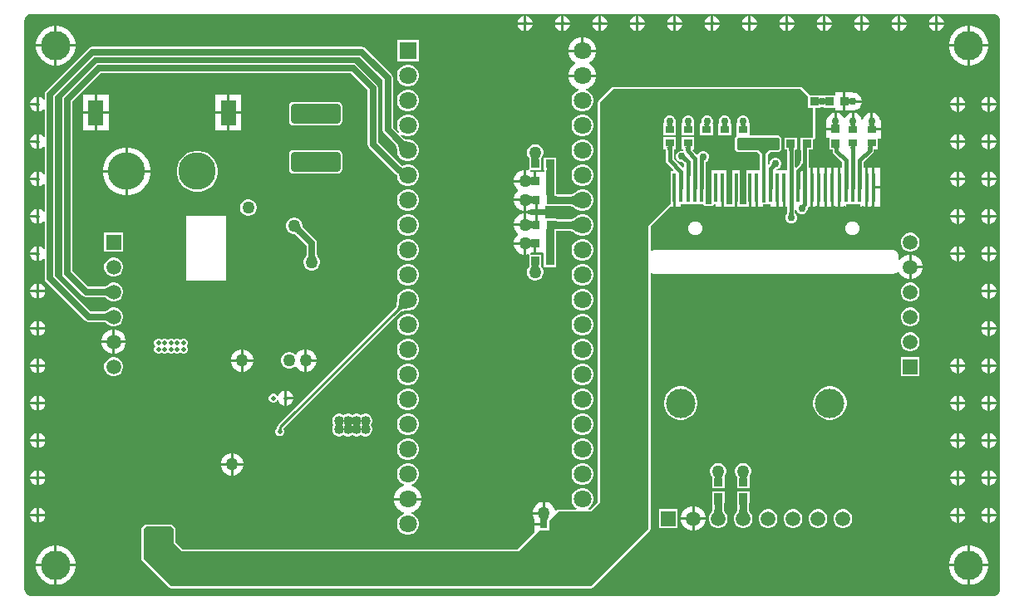
<source format=gbl>
G04*
G04 #@! TF.GenerationSoftware,Altium Limited,Altium Designer,22.11.1 (43)*
G04*
G04 Layer_Physical_Order=4*
G04 Layer_Color=16711680*
%FSLAX44Y44*%
%MOMM*%
G71*
G04*
G04 #@! TF.SameCoordinates,30CB15ED-5B5F-4030-944F-8374E8F7CEFA*
G04*
G04*
G04 #@! TF.FilePolarity,Positive*
G04*
G01*
G75*
%ADD11C,0.2540*%
%ADD15R,0.8640X0.8065*%
%ADD16R,0.9000X0.8000*%
%ADD22R,0.8065X0.8640*%
%ADD24R,0.8000X0.9000*%
%ADD46C,0.6350*%
%ADD48C,0.3810*%
G04:AMPARAMS|DCode=50|XSize=2mm|YSize=5mm|CornerRadius=0.25mm|HoleSize=0mm|Usage=FLASHONLY|Rotation=90.000|XOffset=0mm|YOffset=0mm|HoleType=Round|Shape=RoundedRectangle|*
%AMROUNDEDRECTD50*
21,1,2.0000,4.5000,0,0,90.0*
21,1,1.5000,5.0000,0,0,90.0*
1,1,0.5000,2.2500,0.7500*
1,1,0.5000,2.2500,-0.7500*
1,1,0.5000,-2.2500,-0.7500*
1,1,0.5000,-2.2500,0.7500*
%
%ADD50ROUNDEDRECTD50*%
%ADD51R,1.5000X1.5000*%
%ADD52C,1.5000*%
%ADD53C,1.8000*%
%ADD54R,1.8009X1.8009*%
%ADD55C,3.8000*%
%ADD56R,1.6000X2.6000*%
%ADD57R,1.5000X1.5000*%
%ADD58C,0.5080*%
%ADD59C,3.0000*%
%ADD60C,0.7620*%
%ADD61C,1.2700*%
%ADD62C,1.0160*%
%ADD63R,0.3505X3.0000*%
%ADD64R,0.4826X0.6096*%
%ADD65C,0.7620*%
G36*
X14800Y396710D02*
X16586Y396475D01*
X18250Y395786D01*
X19679Y394689D01*
X20776Y393260D01*
X21465Y391596D01*
X21700Y389810D01*
X21709D01*
Y-190190D01*
X21700D01*
X21465Y-191976D01*
X20776Y-193640D01*
X19679Y-195069D01*
X18250Y-196166D01*
X16586Y-196855D01*
X14800Y-197090D01*
Y-197099D01*
X-965200D01*
Y-197090D01*
X-966986Y-196855D01*
X-968650Y-196166D01*
X-970079Y-195069D01*
X-971176Y-193640D01*
X-971865Y-191976D01*
X-972100Y-190190D01*
X-972109D01*
Y389810D01*
X-972200Y390268D01*
X-972025Y391596D01*
X-971336Y393260D01*
X-970239Y394689D01*
X-968810Y395786D01*
X-967146Y396475D01*
X-965360Y396710D01*
X-965360Y396710D01*
Y396710D01*
X-965200Y396719D01*
X14800D01*
Y396710D01*
D02*
G37*
%LPC*%
G36*
X-41910Y394898D02*
Y388620D01*
X-35631D01*
X-36079Y390291D01*
X-37083Y392029D01*
X-38501Y393447D01*
X-40239Y394451D01*
X-41910Y394898D01*
D02*
G37*
G36*
X-44450D02*
X-46121Y394451D01*
X-47859Y393447D01*
X-49278Y392029D01*
X-50281Y390291D01*
X-50729Y388620D01*
X-44450D01*
Y394898D01*
D02*
G37*
G36*
X-80010D02*
Y388620D01*
X-73731D01*
X-74179Y390291D01*
X-75182Y392029D01*
X-76601Y393447D01*
X-78339Y394451D01*
X-80010Y394898D01*
D02*
G37*
G36*
X-82550D02*
X-84221Y394451D01*
X-85959Y393447D01*
X-87378Y392029D01*
X-88381Y390291D01*
X-88828Y388620D01*
X-82550D01*
Y394898D01*
D02*
G37*
G36*
X-118110D02*
Y388620D01*
X-111832D01*
X-112279Y390291D01*
X-113282Y392029D01*
X-114701Y393447D01*
X-116439Y394451D01*
X-118110Y394898D01*
D02*
G37*
G36*
X-120650D02*
X-122321Y394451D01*
X-124059Y393447D01*
X-125478Y392029D01*
X-126481Y390291D01*
X-126929Y388620D01*
X-120650D01*
Y394898D01*
D02*
G37*
G36*
X-156210D02*
Y388620D01*
X-149931D01*
X-150379Y390291D01*
X-151383Y392029D01*
X-152801Y393447D01*
X-154539Y394451D01*
X-156210Y394898D01*
D02*
G37*
G36*
X-158750D02*
X-160421Y394451D01*
X-162159Y393447D01*
X-163577Y392029D01*
X-164581Y390291D01*
X-165028Y388620D01*
X-158750D01*
Y394898D01*
D02*
G37*
G36*
X-194310D02*
Y388620D01*
X-188032D01*
X-188479Y390291D01*
X-189482Y392029D01*
X-190901Y393447D01*
X-192639Y394451D01*
X-194310Y394898D01*
D02*
G37*
G36*
X-196850D02*
X-198521Y394451D01*
X-200259Y393447D01*
X-201677Y392029D01*
X-202681Y390291D01*
X-203129Y388620D01*
X-196850D01*
Y394898D01*
D02*
G37*
G36*
X-232410D02*
Y388620D01*
X-226131D01*
X-226579Y390291D01*
X-227582Y392029D01*
X-229001Y393447D01*
X-230739Y394451D01*
X-232410Y394898D01*
D02*
G37*
G36*
X-234950D02*
X-236621Y394451D01*
X-238359Y393447D01*
X-239778Y392029D01*
X-240781Y390291D01*
X-241229Y388620D01*
X-234950D01*
Y394898D01*
D02*
G37*
G36*
X-270510D02*
Y388620D01*
X-264231D01*
X-264679Y390291D01*
X-265683Y392029D01*
X-267101Y393447D01*
X-268839Y394451D01*
X-270510Y394898D01*
D02*
G37*
G36*
X-273050D02*
X-274721Y394451D01*
X-276459Y393447D01*
X-277878Y392029D01*
X-278881Y390291D01*
X-279328Y388620D01*
X-273050D01*
Y394898D01*
D02*
G37*
G36*
X-308610D02*
Y388620D01*
X-302332D01*
X-302779Y390291D01*
X-303783Y392029D01*
X-305201Y393447D01*
X-306939Y394451D01*
X-308610Y394898D01*
D02*
G37*
G36*
X-311150D02*
X-312821Y394451D01*
X-314559Y393447D01*
X-315977Y392029D01*
X-316981Y390291D01*
X-317428Y388620D01*
X-311150D01*
Y394898D01*
D02*
G37*
G36*
X-346710D02*
Y388620D01*
X-340432D01*
X-340879Y390291D01*
X-341883Y392029D01*
X-343301Y393447D01*
X-345039Y394451D01*
X-346710Y394898D01*
D02*
G37*
G36*
X-349250D02*
X-350921Y394451D01*
X-352659Y393447D01*
X-354077Y392029D01*
X-355081Y390291D01*
X-355528Y388620D01*
X-349250D01*
Y394898D01*
D02*
G37*
G36*
X-384810D02*
Y388620D01*
X-378531D01*
X-378979Y390291D01*
X-379982Y392029D01*
X-381401Y393447D01*
X-383139Y394451D01*
X-384810Y394898D01*
D02*
G37*
G36*
X-387350D02*
X-389021Y394451D01*
X-390759Y393447D01*
X-392178Y392029D01*
X-393181Y390291D01*
X-393629Y388620D01*
X-387350D01*
Y394898D01*
D02*
G37*
G36*
X-422910D02*
Y388620D01*
X-416632D01*
X-417079Y390291D01*
X-418083Y392029D01*
X-419501Y393447D01*
X-421239Y394451D01*
X-422910Y394898D01*
D02*
G37*
G36*
X-425450D02*
X-427121Y394451D01*
X-428859Y393447D01*
X-430277Y392029D01*
X-431281Y390291D01*
X-431729Y388620D01*
X-425450D01*
Y394898D01*
D02*
G37*
G36*
X-461010D02*
Y388620D01*
X-454731D01*
X-455179Y390291D01*
X-456183Y392029D01*
X-457601Y393447D01*
X-459339Y394451D01*
X-461010Y394898D01*
D02*
G37*
G36*
X-463550D02*
X-465221Y394451D01*
X-466959Y393447D01*
X-468377Y392029D01*
X-469381Y390291D01*
X-469828Y388620D01*
X-463550D01*
Y394898D01*
D02*
G37*
G36*
X-35631Y386080D02*
X-41910D01*
Y379801D01*
X-40239Y380249D01*
X-38501Y381253D01*
X-37083Y382671D01*
X-36079Y384409D01*
X-35631Y386080D01*
D02*
G37*
G36*
X-44450D02*
X-50729D01*
X-50281Y384409D01*
X-49278Y382671D01*
X-47859Y381253D01*
X-46121Y380249D01*
X-44450Y379801D01*
Y386080D01*
D02*
G37*
G36*
X-73731D02*
X-80010D01*
Y379801D01*
X-78339Y380249D01*
X-76601Y381253D01*
X-75182Y382671D01*
X-74179Y384409D01*
X-73731Y386080D01*
D02*
G37*
G36*
X-82550D02*
X-88828D01*
X-88381Y384409D01*
X-87378Y382671D01*
X-85959Y381253D01*
X-84221Y380249D01*
X-82550Y379801D01*
Y386080D01*
D02*
G37*
G36*
X-111832D02*
X-118110D01*
Y379801D01*
X-116439Y380249D01*
X-114701Y381253D01*
X-113282Y382671D01*
X-112279Y384409D01*
X-111832Y386080D01*
D02*
G37*
G36*
X-120650D02*
X-126929D01*
X-126481Y384409D01*
X-125478Y382671D01*
X-124059Y381253D01*
X-122321Y380249D01*
X-120650Y379801D01*
Y386080D01*
D02*
G37*
G36*
X-149931D02*
X-156210D01*
Y379801D01*
X-154539Y380249D01*
X-152801Y381253D01*
X-151383Y382671D01*
X-150379Y384409D01*
X-149931Y386080D01*
D02*
G37*
G36*
X-158750D02*
X-165028D01*
X-164581Y384409D01*
X-163577Y382671D01*
X-162159Y381253D01*
X-160421Y380249D01*
X-158750Y379801D01*
Y386080D01*
D02*
G37*
G36*
X-188032D02*
X-194310D01*
Y379801D01*
X-192639Y380249D01*
X-190901Y381253D01*
X-189482Y382671D01*
X-188479Y384409D01*
X-188032Y386080D01*
D02*
G37*
G36*
X-196850D02*
X-203129D01*
X-202681Y384409D01*
X-201677Y382671D01*
X-200259Y381253D01*
X-198521Y380249D01*
X-196850Y379801D01*
Y386080D01*
D02*
G37*
G36*
X-226131D02*
X-232410D01*
Y379801D01*
X-230739Y380249D01*
X-229001Y381253D01*
X-227582Y382671D01*
X-226579Y384409D01*
X-226131Y386080D01*
D02*
G37*
G36*
X-234950D02*
X-241229D01*
X-240781Y384409D01*
X-239778Y382671D01*
X-238359Y381253D01*
X-236621Y380249D01*
X-234950Y379801D01*
Y386080D01*
D02*
G37*
G36*
X-264231D02*
X-270510D01*
Y379801D01*
X-268839Y380249D01*
X-267101Y381253D01*
X-265683Y382671D01*
X-264679Y384409D01*
X-264231Y386080D01*
D02*
G37*
G36*
X-273050D02*
X-279328D01*
X-278881Y384409D01*
X-277878Y382671D01*
X-276459Y381253D01*
X-274721Y380249D01*
X-273050Y379801D01*
Y386080D01*
D02*
G37*
G36*
X-302332D02*
X-308610D01*
Y379801D01*
X-306939Y380249D01*
X-305201Y381253D01*
X-303783Y382671D01*
X-302779Y384409D01*
X-302332Y386080D01*
D02*
G37*
G36*
X-311150D02*
X-317428D01*
X-316981Y384409D01*
X-315977Y382671D01*
X-314559Y381253D01*
X-312821Y380249D01*
X-311150Y379801D01*
Y386080D01*
D02*
G37*
G36*
X-340432D02*
X-346710D01*
Y379801D01*
X-345039Y380249D01*
X-343301Y381253D01*
X-341883Y382671D01*
X-340879Y384409D01*
X-340432Y386080D01*
D02*
G37*
G36*
X-349250D02*
X-355528D01*
X-355081Y384409D01*
X-354077Y382671D01*
X-352659Y381253D01*
X-350921Y380249D01*
X-349250Y379801D01*
Y386080D01*
D02*
G37*
G36*
X-378531D02*
X-384810D01*
Y379801D01*
X-383139Y380249D01*
X-381401Y381253D01*
X-379982Y382671D01*
X-378979Y384409D01*
X-378531Y386080D01*
D02*
G37*
G36*
X-387350D02*
X-393629D01*
X-393181Y384409D01*
X-392178Y382671D01*
X-390759Y381253D01*
X-389021Y380249D01*
X-387350Y379801D01*
Y386080D01*
D02*
G37*
G36*
X-416632D02*
X-422910D01*
Y379801D01*
X-421239Y380249D01*
X-419501Y381253D01*
X-418083Y382671D01*
X-417079Y384409D01*
X-416632Y386080D01*
D02*
G37*
G36*
X-425450D02*
X-431729D01*
X-431281Y384409D01*
X-430277Y382671D01*
X-428859Y381253D01*
X-427121Y380249D01*
X-425450Y379801D01*
Y386080D01*
D02*
G37*
G36*
X-454731D02*
X-461010D01*
Y379801D01*
X-459339Y380249D01*
X-457601Y381253D01*
X-456183Y382671D01*
X-455179Y384409D01*
X-454731Y386080D01*
D02*
G37*
G36*
X-463550D02*
X-469828D01*
X-469381Y384409D01*
X-468377Y382671D01*
X-466959Y381253D01*
X-465221Y380249D01*
X-463550Y379801D01*
Y386080D01*
D02*
G37*
G36*
X-8382Y384890D02*
X-9090D01*
Y366080D01*
X9720D01*
Y366788D01*
X8948Y370667D01*
X7435Y374321D01*
X5237Y377610D01*
X2440Y380407D01*
X-849Y382605D01*
X-4503Y384118D01*
X-8382Y384890D01*
D02*
G37*
G36*
X-11630D02*
X-12338D01*
X-16217Y384118D01*
X-19871Y382605D01*
X-23160Y380407D01*
X-25957Y377610D01*
X-28155Y374321D01*
X-29668Y370667D01*
X-30440Y366788D01*
Y366080D01*
X-11630D01*
Y384890D01*
D02*
G37*
G36*
X-938382D02*
X-939090D01*
Y366080D01*
X-920280D01*
Y366788D01*
X-921052Y370667D01*
X-922565Y374321D01*
X-924763Y377610D01*
X-927560Y380407D01*
X-930849Y382605D01*
X-934503Y384118D01*
X-938382Y384890D01*
D02*
G37*
G36*
X-941630D02*
X-942338D01*
X-946217Y384118D01*
X-949871Y382605D01*
X-953160Y380407D01*
X-955957Y377610D01*
X-958155Y374321D01*
X-959668Y370667D01*
X-960440Y366788D01*
Y366080D01*
X-941630D01*
Y384890D01*
D02*
G37*
G36*
X-402006Y373490D02*
X-402590D01*
Y360680D01*
X-389780D01*
Y361264D01*
X-390740Y364845D01*
X-392593Y368055D01*
X-395215Y370677D01*
X-398425Y372530D01*
X-402006Y373490D01*
D02*
G37*
G36*
X-405130D02*
X-405714D01*
X-409295Y372530D01*
X-412505Y370677D01*
X-415127Y368055D01*
X-416980Y364845D01*
X-417940Y361264D01*
Y360680D01*
X-405130D01*
Y373490D01*
D02*
G37*
G36*
X-570624Y370446D02*
X-592696D01*
Y348374D01*
X-570624D01*
Y370446D01*
D02*
G37*
G36*
X-637540Y346939D02*
X-637540Y346939D01*
X-896620D01*
X-896620Y346939D01*
X-898652Y346535D01*
X-900374Y345384D01*
X-932124Y313634D01*
X-933275Y311912D01*
X-933679Y309880D01*
X-933679Y309880D01*
Y132550D01*
X-933679Y132550D01*
X-933275Y130518D01*
X-932124Y128796D01*
X-913074Y109746D01*
X-911352Y108595D01*
X-909320Y108191D01*
X-891519D01*
X-891431Y108183D01*
X-890881Y108101D01*
X-890379Y107988D01*
X-889923Y107849D01*
X-889511Y107686D01*
X-889139Y107499D01*
X-888802Y107290D01*
X-888497Y107057D01*
X-888144Y106730D01*
X-888005Y106645D01*
X-887233Y105872D01*
X-885059Y104618D01*
X-882635Y103968D01*
X-880125D01*
X-877701Y104618D01*
X-875527Y105872D01*
X-873753Y107647D01*
X-872498Y109821D01*
X-871848Y112245D01*
Y114755D01*
X-872498Y117179D01*
X-873753Y119353D01*
X-875527Y121128D01*
X-877701Y122382D01*
X-880125Y123032D01*
X-882635D01*
X-885059Y122382D01*
X-887233Y121128D01*
X-888005Y120355D01*
X-888144Y120270D01*
X-888497Y119943D01*
X-888802Y119710D01*
X-889139Y119501D01*
X-889511Y119314D01*
X-889923Y119151D01*
X-890379Y119012D01*
X-890881Y118899D01*
X-891431Y118816D01*
X-891519Y118809D01*
X-907121D01*
X-923061Y134749D01*
Y307681D01*
X-894421Y336321D01*
X-639739D01*
X-622529Y319111D01*
Y264160D01*
X-622529Y264160D01*
X-622125Y262128D01*
X-620974Y260406D01*
X-594068Y233500D01*
X-594068Y233500D01*
X-592692Y232581D01*
Y230958D01*
X-591940Y228152D01*
X-590488Y225636D01*
X-588434Y223582D01*
X-585918Y222130D01*
X-583112Y221378D01*
X-580208D01*
X-577402Y222130D01*
X-574886Y223582D01*
X-572832Y225636D01*
X-571380Y228152D01*
X-570628Y230958D01*
Y233862D01*
X-571380Y236668D01*
X-572832Y239184D01*
X-574886Y241238D01*
X-577402Y242690D01*
X-580208Y243442D01*
X-583112D01*
X-585918Y242690D01*
X-587260Y241915D01*
X-587625Y242159D01*
X-587732Y242180D01*
X-611911Y266359D01*
Y321310D01*
X-612315Y323342D01*
X-613466Y325064D01*
X-613466Y325064D01*
X-633786Y345384D01*
X-635508Y346535D01*
X-637540Y346939D01*
D02*
G37*
G36*
X9720Y363540D02*
X-9090D01*
Y344730D01*
X-8382D01*
X-4503Y345502D01*
X-849Y347015D01*
X2440Y349213D01*
X5237Y352010D01*
X7435Y355299D01*
X8948Y358953D01*
X9720Y362832D01*
Y363540D01*
D02*
G37*
G36*
X-11630D02*
X-30440D01*
Y362832D01*
X-29668Y358953D01*
X-28155Y355299D01*
X-25957Y352010D01*
X-23160Y349213D01*
X-19871Y347015D01*
X-16217Y345502D01*
X-12338Y344730D01*
X-11630D01*
Y363540D01*
D02*
G37*
G36*
X-920280D02*
X-939090D01*
Y344730D01*
X-938382D01*
X-934503Y345502D01*
X-930849Y347015D01*
X-927560Y349213D01*
X-924763Y352010D01*
X-922565Y355299D01*
X-921052Y358953D01*
X-920280Y362832D01*
Y363540D01*
D02*
G37*
G36*
X-941630D02*
X-960440D01*
Y362832D01*
X-959668Y358953D01*
X-958155Y355299D01*
X-955957Y352010D01*
X-953160Y349213D01*
X-949871Y347015D01*
X-946217Y345502D01*
X-942338Y344730D01*
X-941630D01*
Y363540D01*
D02*
G37*
G36*
X-389780Y358140D02*
X-417940D01*
Y357556D01*
X-416980Y353975D01*
X-415127Y350765D01*
X-412505Y348143D01*
X-411123Y347345D01*
Y346075D01*
X-412505Y345277D01*
X-415127Y342655D01*
X-416980Y339445D01*
X-417940Y335864D01*
Y335280D01*
X-403860D01*
X-389780D01*
Y335864D01*
X-390740Y339445D01*
X-392593Y342655D01*
X-395215Y345277D01*
X-396597Y346075D01*
Y347345D01*
X-395215Y348143D01*
X-392593Y350765D01*
X-390740Y353975D01*
X-389780Y357556D01*
Y358140D01*
D02*
G37*
G36*
X-580208Y345042D02*
X-583112D01*
X-585918Y344290D01*
X-588434Y342838D01*
X-590488Y340784D01*
X-591940Y338268D01*
X-592692Y335462D01*
Y332558D01*
X-591940Y329752D01*
X-590488Y327236D01*
X-588434Y325182D01*
X-585918Y323730D01*
X-583112Y322978D01*
X-580208D01*
X-577402Y323730D01*
X-574886Y325182D01*
X-572832Y327236D01*
X-571380Y329752D01*
X-570628Y332558D01*
Y335462D01*
X-571380Y338268D01*
X-572832Y340784D01*
X-574886Y342838D01*
X-577402Y344290D01*
X-580208Y345042D01*
D02*
G37*
G36*
X-959920Y312439D02*
X-961591Y311991D01*
X-963329Y310987D01*
X-964747Y309569D01*
X-965751Y307831D01*
X-966199Y306160D01*
X-959920D01*
Y312439D01*
D02*
G37*
G36*
X11430Y312348D02*
Y306070D01*
X17708D01*
X17261Y307741D01*
X16257Y309479D01*
X14839Y310898D01*
X13101Y311901D01*
X11430Y312348D01*
D02*
G37*
G36*
X8890D02*
X7219Y311901D01*
X5481Y310898D01*
X4062Y309479D01*
X3059Y307741D01*
X2612Y306070D01*
X8890D01*
Y312348D01*
D02*
G37*
G36*
X-20320D02*
Y306070D01*
X-14042D01*
X-14489Y307741D01*
X-15493Y309479D01*
X-16911Y310898D01*
X-18649Y311901D01*
X-20320Y312348D01*
D02*
G37*
G36*
X-22860D02*
X-24531Y311901D01*
X-26269Y310898D01*
X-27687Y309479D01*
X-28691Y307741D01*
X-29139Y306070D01*
X-22860D01*
Y312348D01*
D02*
G37*
G36*
X-128134Y317210D02*
X-135976D01*
Y307810D01*
Y298410D01*
X-128134D01*
Y298920D01*
X-127100D01*
X-124839Y299526D01*
X-122811Y300696D01*
X-121156Y302351D01*
X-119986Y304379D01*
X-119407Y306540D01*
X-128270D01*
Y309080D01*
X-119407D01*
X-119986Y311241D01*
X-121156Y313269D01*
X-122811Y314924D01*
X-124839Y316094D01*
X-127100Y316700D01*
X-128134D01*
Y317210D01*
D02*
G37*
G36*
X-181610Y322582D02*
X-181610Y322582D01*
X-372110D01*
X-372903Y322424D01*
X-373575Y321975D01*
X-373575Y321975D01*
X-387545Y308005D01*
X-387994Y307333D01*
X-388152Y306540D01*
X-388152Y306540D01*
Y-100742D01*
X-395828Y-108418D01*
X-397665D01*
X-398005Y-107148D01*
X-397086Y-106618D01*
X-395032Y-104564D01*
X-393580Y-102048D01*
X-392828Y-99242D01*
Y-96338D01*
X-393580Y-93532D01*
X-395032Y-91016D01*
X-397086Y-88962D01*
X-399602Y-87510D01*
X-402408Y-86758D01*
X-405312D01*
X-408118Y-87510D01*
X-410634Y-88962D01*
X-412688Y-91016D01*
X-414140Y-93532D01*
X-414892Y-96338D01*
Y-99242D01*
X-414140Y-102048D01*
X-412688Y-104564D01*
X-410634Y-106618D01*
X-409715Y-107148D01*
X-410055Y-108418D01*
X-427990D01*
X-428783Y-108576D01*
X-429455Y-109025D01*
X-429455Y-109025D01*
X-430364Y-109934D01*
X-431780Y-109554D01*
X-432284Y-107673D01*
X-433789Y-105067D01*
X-435917Y-102939D01*
X-438523Y-101434D01*
X-441431Y-100655D01*
X-441665D01*
Y-112085D01*
X-442935D01*
Y-112371D01*
X-439760D01*
X-439756Y-113577D01*
X-439572Y-116620D01*
X-438490D01*
X-438732Y-116892D01*
X-438948Y-117209D01*
X-439138Y-117572D01*
X-439303Y-117981D01*
X-439443Y-118436D01*
X-439453Y-118482D01*
X-439380Y-118657D01*
X-439291Y-118721D01*
X-439508D01*
X-439557Y-118936D01*
X-439646Y-119482D01*
X-439710Y-120074D01*
X-439760Y-121394D01*
X-446110D01*
X-446123Y-120711D01*
X-446225Y-119482D01*
X-446314Y-118936D01*
X-446363Y-118721D01*
X-447230D01*
X-447017Y-118657D01*
X-446827Y-118467D01*
X-446659Y-118149D01*
X-446588Y-117931D01*
X-446733Y-117572D01*
X-446923Y-117209D01*
X-447139Y-116892D01*
X-447380Y-116620D01*
X-446316D01*
X-446289Y-116434D01*
X-446155Y-114656D01*
X-446130Y-113355D01*
X-454365D01*
Y-113590D01*
X-453586Y-116497D01*
X-452341Y-118655D01*
Y-121920D01*
X-443260D01*
Y-124460D01*
X-452341D01*
Y-131910D01*
X-469488Y-149058D01*
X-810672D01*
X-818348Y-141382D01*
X-818348Y-128270D01*
X-818506Y-127477D01*
X-818955Y-126805D01*
X-818955Y-126805D01*
X-821495Y-124265D01*
X-822167Y-123816D01*
X-822960Y-123658D01*
X-822960Y-123658D01*
X-848360Y-123658D01*
X-848360Y-123658D01*
X-849153Y-123816D01*
X-849825Y-124265D01*
X-849825Y-124265D01*
X-852365Y-126805D01*
X-852365Y-126805D01*
X-852814Y-127477D01*
X-852972Y-128270D01*
X-852972Y-128270D01*
X-852972Y-158750D01*
X-852972Y-158750D01*
X-852814Y-159543D01*
X-852365Y-160215D01*
X-852365Y-160215D01*
X-824425Y-188155D01*
X-824425Y-188155D01*
X-823753Y-188604D01*
X-822960Y-188762D01*
X-822960Y-188762D01*
X-394970Y-188762D01*
X-394177Y-188604D01*
X-393505Y-188155D01*
X-393505Y-188155D01*
X-335085Y-129735D01*
X-334636Y-129063D01*
X-334478Y-128270D01*
X-334478Y-128270D01*
Y131962D01*
X-334478Y131963D01*
X-334014Y132351D01*
X-333208Y132626D01*
X-332913Y132429D01*
X-331076Y131667D01*
X-330085Y131470D01*
X-88096D01*
X-87104Y131667D01*
X-85267Y132429D01*
X-84426Y132990D01*
X-83020Y134396D01*
X-82993Y134437D01*
X-81617Y134210D01*
X-81573Y134044D01*
X-79917Y131176D01*
X-77574Y128834D01*
X-74706Y127177D01*
X-71506Y126320D01*
X-71120D01*
Y138900D01*
Y151480D01*
X-71506D01*
X-74706Y150623D01*
X-77574Y148967D01*
X-79917Y146624D01*
X-80274Y146006D01*
X-81500Y146335D01*
Y150055D01*
X-81697Y151046D01*
X-82459Y152883D01*
X-83020Y153723D01*
X-84426Y155130D01*
X-85267Y155691D01*
X-87104Y156453D01*
X-88096Y156650D01*
X-330085D01*
X-331076Y156453D01*
X-332913Y155691D01*
X-333208Y155494D01*
X-334478Y156157D01*
Y179821D01*
X-314220Y200080D01*
X-311511D01*
Y220160D01*
X-308971D01*
Y200080D01*
X-303408D01*
Y203148D01*
X-280517D01*
X-280369Y202407D01*
X-279920Y201735D01*
X-279248Y201286D01*
X-278455Y201128D01*
X-273294D01*
X-273109Y201165D01*
X-272921Y201162D01*
X-271651Y201395D01*
X-271447Y201475D01*
X-271231Y201518D01*
X-271074Y201623D01*
X-270899Y201692D01*
X-270742Y201845D01*
X-270559Y201967D01*
X-270454Y202124D01*
X-270319Y202255D01*
X-270232Y202457D01*
X-270110Y202640D01*
X-270073Y202824D01*
X-269998Y202997D01*
X-269996Y203148D01*
X-268072D01*
Y200100D01*
X-262509D01*
Y220180D01*
X-259969D01*
Y200100D01*
X-254407D01*
Y200100D01*
X-254071D01*
Y200100D01*
X-248508D01*
Y220180D01*
X-245968D01*
Y200100D01*
X-240406D01*
Y200100D01*
X-240073D01*
Y200100D01*
X-234511D01*
Y220180D01*
X-231971D01*
Y200100D01*
X-227510D01*
Y220180D01*
X-224970D01*
Y200100D01*
X-219408D01*
Y202868D01*
X-217170D01*
X-216377Y203026D01*
X-216194Y203148D01*
X-212072D01*
Y200100D01*
X-206510D01*
Y220180D01*
X-203970D01*
Y200100D01*
X-199510D01*
Y220180D01*
X-196970D01*
Y200100D01*
X-195255D01*
Y194097D01*
X-195268Y193972D01*
X-195302Y193764D01*
X-195339Y193603D01*
X-195374Y193488D01*
X-195402Y193420D01*
X-195408Y193409D01*
X-195457Y193353D01*
X-195529Y193230D01*
X-196195Y192564D01*
X-197084Y190417D01*
Y188093D01*
X-196195Y185946D01*
X-194552Y184302D01*
X-192404Y183413D01*
X-190080D01*
X-187933Y184302D01*
X-186290Y185946D01*
X-185400Y188093D01*
Y190417D01*
X-186290Y192564D01*
X-186953Y193227D01*
X-187024Y193349D01*
X-187073Y193405D01*
X-187080Y193417D01*
X-187107Y193485D01*
X-187143Y193600D01*
X-187180Y193762D01*
X-187209Y193944D01*
X-187227Y194155D01*
Y196631D01*
X-185957Y196884D01*
X-185293Y195281D01*
X-183649Y193637D01*
X-181502Y192748D01*
X-179178D01*
X-177031Y193637D01*
X-175387Y195281D01*
X-174498Y197428D01*
Y199752D01*
X-173325Y200100D01*
X-171509D01*
Y220180D01*
Y240260D01*
X-173225D01*
Y243601D01*
Y257750D01*
X-173200Y258024D01*
X-173135Y258421D01*
X-173073Y258652D01*
X-168908D01*
Y268709D01*
X-168117Y268867D01*
X-167445Y269316D01*
X-166996Y269988D01*
X-166838Y270781D01*
Y301458D01*
X-161662D01*
Y301647D01*
X-161182Y301968D01*
X-158858D01*
X-158378Y301647D01*
Y301458D01*
X-146359D01*
Y298410D01*
X-138516D01*
Y307810D01*
Y317210D01*
X-146359D01*
Y314162D01*
X-158378D01*
Y313973D01*
X-158858Y313652D01*
X-161182D01*
X-161662Y313973D01*
Y314162D01*
X-172332D01*
X-180145Y321975D01*
X-180817Y322424D01*
X-181610Y322582D01*
D02*
G37*
G36*
X-751460Y314460D02*
X-763270D01*
Y297650D01*
X-751460D01*
Y314460D01*
D02*
G37*
G36*
X-765810D02*
X-777620D01*
Y297650D01*
X-765810D01*
Y314460D01*
D02*
G37*
G36*
X-886460D02*
X-898270D01*
Y297650D01*
X-886460D01*
Y314460D01*
D02*
G37*
G36*
X-900810D02*
X-912620D01*
Y297650D01*
X-900810D01*
Y314460D01*
D02*
G37*
G36*
X-389780Y332740D02*
X-403860D01*
X-417940D01*
Y332156D01*
X-416980Y328575D01*
X-415127Y325365D01*
X-412505Y322743D01*
X-409295Y320890D01*
X-407429Y320390D01*
Y319075D01*
X-408118Y318890D01*
X-410634Y317438D01*
X-412688Y315384D01*
X-414140Y312868D01*
X-414892Y310062D01*
Y307158D01*
X-414140Y304352D01*
X-412688Y301836D01*
X-410634Y299782D01*
X-408118Y298330D01*
X-405312Y297578D01*
X-402408D01*
X-399602Y298330D01*
X-397086Y299782D01*
X-395032Y301836D01*
X-393580Y304352D01*
X-392828Y307158D01*
Y310062D01*
X-393580Y312868D01*
X-395032Y315384D01*
X-397086Y317438D01*
X-399602Y318890D01*
X-400291Y319075D01*
Y320390D01*
X-398425Y320890D01*
X-395215Y322743D01*
X-392593Y325365D01*
X-390740Y328575D01*
X-389780Y332156D01*
Y332740D01*
D02*
G37*
G36*
X-580208Y319642D02*
X-583112D01*
X-585918Y318890D01*
X-588434Y317438D01*
X-590488Y315384D01*
X-591940Y312868D01*
X-592692Y310062D01*
Y307158D01*
X-591940Y304352D01*
X-590488Y301836D01*
X-588434Y299782D01*
X-585918Y298330D01*
X-583112Y297578D01*
X-580208D01*
X-577402Y298330D01*
X-574886Y299782D01*
X-572832Y301836D01*
X-571380Y304352D01*
X-570628Y307158D01*
Y310062D01*
X-571380Y312868D01*
X-572832Y315384D01*
X-574886Y317438D01*
X-577402Y318890D01*
X-580208Y319642D01*
D02*
G37*
G36*
X-959920Y303620D02*
X-966199D01*
X-965751Y301949D01*
X-964747Y300211D01*
X-963329Y298792D01*
X-961591Y297789D01*
X-959920Y297341D01*
Y303620D01*
D02*
G37*
G36*
X17708Y303530D02*
X11430D01*
Y297251D01*
X13101Y297699D01*
X14839Y298703D01*
X16257Y300121D01*
X17261Y301859D01*
X17708Y303530D01*
D02*
G37*
G36*
X8890D02*
X2612D01*
X3059Y301859D01*
X4062Y300121D01*
X5481Y298703D01*
X7219Y297699D01*
X8890Y297251D01*
Y303530D01*
D02*
G37*
G36*
X-14042D02*
X-20320D01*
Y297251D01*
X-18649Y297699D01*
X-16911Y298703D01*
X-15493Y300121D01*
X-14489Y301859D01*
X-14042Y303530D01*
D02*
G37*
G36*
X-22860D02*
X-29139D01*
X-28691Y301859D01*
X-27687Y300121D01*
X-26269Y298703D01*
X-24531Y297699D01*
X-22860Y297251D01*
Y303530D01*
D02*
G37*
G36*
X-107950Y296353D02*
Y287490D01*
X-110490D01*
Y296353D01*
X-112651Y295774D01*
X-114679Y294604D01*
X-116334Y292949D01*
X-117504Y290921D01*
X-118110Y288660D01*
Y288330D01*
X-119380D01*
Y288660D01*
X-119986Y290921D01*
X-121156Y292949D01*
X-122811Y294604D01*
X-124839Y295774D01*
X-127000Y296353D01*
Y287490D01*
X-129540D01*
Y296353D01*
X-131701Y295774D01*
X-133729Y294604D01*
X-135384Y292949D01*
X-136484Y291043D01*
X-137160Y290940D01*
X-137836Y291043D01*
X-138936Y292949D01*
X-140591Y294604D01*
X-142619Y295774D01*
X-144780Y296353D01*
Y287490D01*
X-144145D01*
X-144127Y286780D01*
X-144073Y286145D01*
X-143983Y285585D01*
X-143857Y285100D01*
X-143727Y284769D01*
X-143383D01*
X-143528Y284606D01*
X-143591Y284513D01*
X-143497Y284353D01*
X-143263Y284091D01*
X-142993Y283904D01*
X-142687Y283792D01*
X-142346Y283755D01*
X-143931D01*
X-143954Y283680D01*
X-144023Y283379D01*
X-144076Y283052D01*
X-144115Y282697D01*
X-144145Y281904D01*
X-147955D01*
X-147963Y282314D01*
X-148024Y283052D01*
X-148077Y283379D01*
X-148146Y283680D01*
X-148169Y283755D01*
X-149754D01*
X-149413Y283792D01*
X-149107Y283904D01*
X-148837Y284091D01*
X-148603Y284353D01*
X-148509Y284513D01*
X-148572Y284606D01*
X-148717Y284769D01*
X-148373D01*
X-148243Y285100D01*
X-148117Y285585D01*
X-148027Y286145D01*
X-147973Y286780D01*
X-147955Y287490D01*
X-147320D01*
Y296353D01*
X-149481Y295774D01*
X-151509Y294604D01*
X-153164Y292949D01*
X-154334Y290921D01*
X-154877Y288896D01*
X-155450D01*
Y281054D01*
X-146050D01*
Y278514D01*
X-155450D01*
Y270671D01*
X-152402D01*
Y258652D01*
X-149067D01*
X-149055Y258603D01*
X-149000Y258236D01*
X-148985Y258055D01*
Y257201D01*
X-148679Y255665D01*
X-147809Y254362D01*
X-139254Y245807D01*
Y240260D01*
X-140970D01*
Y220180D01*
Y200100D01*
X-135407D01*
Y203148D01*
X-124455D01*
Y203163D01*
X-121072D01*
Y200125D01*
X-115509D01*
Y220205D01*
Y240285D01*
X-117225D01*
Y245868D01*
X-108013Y255080D01*
X-107143Y256383D01*
X-106837Y257919D01*
Y258783D01*
X-106827Y258912D01*
X-106784Y259218D01*
X-102688D01*
Y270170D01*
X-99640D01*
Y277980D01*
X-109220D01*
Y280520D01*
X-99640D01*
Y288330D01*
X-100330D01*
Y288660D01*
X-100936Y290921D01*
X-102106Y292949D01*
X-103761Y294604D01*
X-105789Y295774D01*
X-107950Y296353D01*
D02*
G37*
G36*
X-653140Y307231D02*
X-698140D01*
X-699908Y306879D01*
X-701407Y305877D01*
X-702409Y304378D01*
X-702761Y302610D01*
Y287610D01*
X-702409Y285842D01*
X-701407Y284343D01*
X-699908Y283341D01*
X-698140Y282989D01*
X-653140D01*
X-651372Y283341D01*
X-649873Y284343D01*
X-648871Y285842D01*
X-648519Y287610D01*
Y302610D01*
X-648871Y304378D01*
X-649873Y305877D01*
X-651372Y306879D01*
X-653140Y307231D01*
D02*
G37*
G36*
X-751460Y295110D02*
X-763270D01*
Y278300D01*
X-751460D01*
Y295110D01*
D02*
G37*
G36*
X-765810D02*
X-777620D01*
Y278300D01*
X-765810D01*
Y295110D01*
D02*
G37*
G36*
X-886460D02*
X-898270D01*
Y278300D01*
X-886460D01*
Y295110D01*
D02*
G37*
G36*
X-900810D02*
X-912620D01*
Y278300D01*
X-900810D01*
Y295110D01*
D02*
G37*
G36*
X-402408Y294242D02*
X-405312D01*
X-408118Y293490D01*
X-410634Y292038D01*
X-412688Y289984D01*
X-414140Y287468D01*
X-414892Y284662D01*
Y281758D01*
X-414140Y278952D01*
X-412688Y276436D01*
X-410634Y274382D01*
X-408118Y272930D01*
X-405312Y272178D01*
X-402408D01*
X-399602Y272930D01*
X-397086Y274382D01*
X-395032Y276436D01*
X-393580Y278952D01*
X-392828Y281758D01*
Y284662D01*
X-393580Y287468D01*
X-395032Y289984D01*
X-397086Y292038D01*
X-399602Y293490D01*
X-402408Y294242D01*
D02*
G37*
G36*
X-628650Y363449D02*
X-628650Y363449D01*
X-902970D01*
X-905002Y363045D01*
X-906724Y361894D01*
X-949904Y318714D01*
X-951055Y316992D01*
X-951459Y314960D01*
X-951459Y314960D01*
Y310209D01*
X-952009Y309887D01*
X-952729Y309745D01*
X-953971Y310987D01*
X-955709Y311991D01*
X-957380Y312439D01*
Y304890D01*
Y297341D01*
X-955709Y297789D01*
X-953971Y298792D01*
X-952729Y300035D01*
X-952009Y299893D01*
X-951459Y299571D01*
Y272109D01*
X-952009Y271787D01*
X-952729Y271645D01*
X-953971Y272887D01*
X-955709Y273891D01*
X-957380Y274338D01*
Y266790D01*
Y259242D01*
X-955709Y259689D01*
X-953971Y260693D01*
X-952729Y261935D01*
X-952009Y261793D01*
X-951459Y261471D01*
Y234009D01*
X-952009Y233687D01*
X-952729Y233545D01*
X-953971Y234788D01*
X-955709Y235791D01*
X-957380Y236238D01*
Y228690D01*
Y221141D01*
X-955709Y221589D01*
X-953971Y222593D01*
X-952729Y223835D01*
X-952009Y223693D01*
X-951459Y223371D01*
Y195909D01*
X-952009Y195587D01*
X-952729Y195445D01*
X-953971Y196688D01*
X-955709Y197691D01*
X-957380Y198139D01*
Y190590D01*
Y183041D01*
X-955709Y183489D01*
X-953971Y184492D01*
X-952729Y185735D01*
X-952009Y185593D01*
X-951459Y185271D01*
Y157809D01*
X-952009Y157487D01*
X-952729Y157345D01*
X-953971Y158588D01*
X-955709Y159591D01*
X-957380Y160039D01*
Y152490D01*
Y144942D01*
X-955709Y145389D01*
X-953971Y146392D01*
X-952729Y147635D01*
X-952009Y147493D01*
X-951459Y147171D01*
Y127470D01*
X-951459Y127470D01*
X-951055Y125438D01*
X-949904Y123716D01*
X-910534Y84346D01*
X-908812Y83195D01*
X-906780Y82791D01*
X-906780Y82791D01*
X-891519D01*
X-891431Y82783D01*
X-890881Y82701D01*
X-890379Y82588D01*
X-889923Y82449D01*
X-889511Y82286D01*
X-889139Y82099D01*
X-888802Y81890D01*
X-888497Y81657D01*
X-888144Y81330D01*
X-888005Y81245D01*
X-887233Y80472D01*
X-885059Y79218D01*
X-882635Y78568D01*
X-880125D01*
X-877701Y79218D01*
X-875527Y80472D01*
X-873753Y82247D01*
X-872498Y84421D01*
X-871848Y86845D01*
Y89355D01*
X-872498Y91779D01*
X-873753Y93953D01*
X-875527Y95728D01*
X-877701Y96982D01*
X-880125Y97632D01*
X-882635D01*
X-885059Y96982D01*
X-887233Y95728D01*
X-888005Y94955D01*
X-888144Y94870D01*
X-888497Y94543D01*
X-888802Y94310D01*
X-889139Y94101D01*
X-889511Y93914D01*
X-889923Y93751D01*
X-890379Y93612D01*
X-890881Y93499D01*
X-891431Y93417D01*
X-891519Y93409D01*
X-904581D01*
X-940841Y129669D01*
Y312761D01*
X-900771Y352831D01*
X-630849D01*
X-607289Y329271D01*
Y278802D01*
X-607289Y278802D01*
X-606885Y276770D01*
X-605734Y275048D01*
X-594268Y263582D01*
X-594037Y263290D01*
X-593685Y262758D01*
X-593390Y262214D01*
X-593149Y261656D01*
X-592959Y261079D01*
X-592820Y260480D01*
X-592732Y259853D01*
X-592695Y259195D01*
X-592713Y258426D01*
X-592692Y258302D01*
Y256358D01*
X-591940Y253552D01*
X-590488Y251036D01*
X-588434Y248982D01*
X-585918Y247530D01*
X-583112Y246778D01*
X-580208D01*
X-577402Y247530D01*
X-574886Y248982D01*
X-572832Y251036D01*
X-571380Y253552D01*
X-570628Y256358D01*
Y259262D01*
X-571380Y262068D01*
X-572832Y264584D01*
X-574886Y266638D01*
X-577402Y268090D01*
X-580208Y268842D01*
X-581026D01*
X-581117Y268867D01*
X-581912Y268928D01*
X-582606Y269030D01*
X-583269Y269177D01*
X-583903Y269369D01*
X-584512Y269605D01*
X-585096Y269886D01*
X-585661Y270213D01*
X-586207Y270589D01*
X-586472Y270803D01*
X-588793Y273123D01*
X-588013Y274139D01*
X-585918Y272930D01*
X-583112Y272178D01*
X-580208D01*
X-577402Y272930D01*
X-574886Y274382D01*
X-572832Y276436D01*
X-571380Y278952D01*
X-570628Y281758D01*
Y284662D01*
X-571380Y287468D01*
X-572832Y289984D01*
X-574886Y292038D01*
X-577402Y293490D01*
X-580208Y294242D01*
X-583112D01*
X-585918Y293490D01*
X-588434Y292038D01*
X-590488Y289984D01*
X-591940Y287468D01*
X-592692Y284662D01*
Y281758D01*
X-591940Y278952D01*
X-590731Y276857D01*
X-591747Y276077D01*
X-596671Y281001D01*
Y331470D01*
X-597075Y333502D01*
X-598226Y335224D01*
X-598226Y335224D01*
X-624896Y361894D01*
X-626618Y363045D01*
X-628650Y363449D01*
D02*
G37*
G36*
X-959920Y274338D02*
X-961591Y273891D01*
X-963329Y272887D01*
X-964747Y271469D01*
X-965751Y269731D01*
X-966199Y268060D01*
X-959920D01*
Y274338D01*
D02*
G37*
G36*
X11430Y274249D02*
Y267970D01*
X17708D01*
X17261Y269641D01*
X16257Y271379D01*
X14839Y272798D01*
X13101Y273801D01*
X11430Y274249D01*
D02*
G37*
G36*
X8890D02*
X7219Y273801D01*
X5481Y272798D01*
X4062Y271379D01*
X3059Y269641D01*
X2612Y267970D01*
X8890D01*
Y274249D01*
D02*
G37*
G36*
X-20320D02*
Y267970D01*
X-14042D01*
X-14489Y269641D01*
X-15493Y271379D01*
X-16911Y272798D01*
X-18649Y273801D01*
X-20320Y274249D01*
D02*
G37*
G36*
X-22860D02*
X-24531Y273801D01*
X-26269Y272798D01*
X-27687Y271379D01*
X-28691Y269641D01*
X-29139Y267970D01*
X-22860D01*
Y274249D01*
D02*
G37*
G36*
X-959920Y265520D02*
X-966199D01*
X-965751Y263849D01*
X-964747Y262111D01*
X-963329Y260693D01*
X-961591Y259689D01*
X-959920Y259242D01*
Y265520D01*
D02*
G37*
G36*
X17708Y265430D02*
X11430D01*
Y259151D01*
X13101Y259599D01*
X14839Y260602D01*
X16257Y262021D01*
X17261Y263759D01*
X17708Y265430D01*
D02*
G37*
G36*
X8890D02*
X2612D01*
X3059Y263759D01*
X4062Y262021D01*
X5481Y260602D01*
X7219Y259599D01*
X8890Y259151D01*
Y265430D01*
D02*
G37*
G36*
X-14042D02*
X-20320D01*
Y259151D01*
X-18649Y259599D01*
X-16911Y260602D01*
X-15493Y262021D01*
X-14489Y263759D01*
X-14042Y265430D01*
D02*
G37*
G36*
X-22860D02*
X-29139D01*
X-28691Y263759D01*
X-27687Y262021D01*
X-26269Y260602D01*
X-24531Y259599D01*
X-22860Y259151D01*
Y265430D01*
D02*
G37*
G36*
X-402408Y268842D02*
X-405312D01*
X-408118Y268090D01*
X-410634Y266638D01*
X-412688Y264584D01*
X-414140Y262068D01*
X-414892Y259262D01*
Y256358D01*
X-414140Y253552D01*
X-412688Y251036D01*
X-410634Y248982D01*
X-408118Y247530D01*
X-405312Y246778D01*
X-402408D01*
X-399602Y247530D01*
X-397086Y248982D01*
X-395032Y251036D01*
X-393580Y253552D01*
X-392828Y256358D01*
Y259262D01*
X-393580Y262068D01*
X-395032Y264584D01*
X-397086Y266638D01*
X-399602Y268090D01*
X-402408Y268842D01*
D02*
G37*
G36*
X-865668Y260460D02*
X-866770D01*
Y237650D01*
X-843960D01*
Y238752D01*
X-844885Y243404D01*
X-846701Y247786D01*
X-849336Y251730D01*
X-852690Y255084D01*
X-856634Y257719D01*
X-861016Y259535D01*
X-865668Y260460D01*
D02*
G37*
G36*
X-869310D02*
X-870412D01*
X-875064Y259535D01*
X-879446Y257719D01*
X-883390Y255084D01*
X-886744Y251730D01*
X-889379Y247786D01*
X-891195Y243404D01*
X-892120Y238752D01*
Y237650D01*
X-869310D01*
Y260460D01*
D02*
G37*
G36*
X-451017Y264122D02*
X-453223D01*
X-455355Y263551D01*
X-457267Y262447D01*
X-458827Y260887D01*
X-459931Y258975D01*
X-460502Y256843D01*
Y254636D01*
X-459931Y252505D01*
X-458827Y250593D01*
X-458149Y249915D01*
X-458098Y249829D01*
Y248646D01*
X-458107Y248600D01*
X-458105Y248589D01*
X-458107Y248578D01*
X-458098Y248534D01*
Y238557D01*
X-459193Y237536D01*
X-460775Y237960D01*
X-461010D01*
Y229729D01*
X-457749Y229977D01*
X-457750Y230980D01*
X-457478Y230739D01*
X-457160Y230523D01*
X-456797Y230333D01*
X-456600Y230254D01*
X-456597Y230255D01*
X-456285Y230421D01*
X-456098Y230609D01*
X-456035Y230820D01*
Y230060D01*
X-455933Y230029D01*
X-455433Y229915D01*
X-454887Y229826D01*
X-454295Y229762D01*
X-453304Y229724D01*
Y235930D01*
X-455701D01*
X-457014Y236688D01*
X-456674Y237958D01*
X-445969D01*
Y248553D01*
X-445960Y248600D01*
X-445965Y248626D01*
X-445961Y248653D01*
X-445969Y248692D01*
Y250037D01*
X-445413Y250593D01*
X-444309Y252505D01*
X-443738Y254636D01*
Y256843D01*
X-444309Y258975D01*
X-445413Y260887D01*
X-446973Y262447D01*
X-448885Y263551D01*
X-451017Y264122D01*
D02*
G37*
G36*
X-653140Y258231D02*
X-698140D01*
X-699908Y257879D01*
X-701407Y256877D01*
X-702409Y255378D01*
X-702761Y253610D01*
Y238610D01*
X-702409Y236842D01*
X-701407Y235343D01*
X-699908Y234341D01*
X-698140Y233989D01*
X-653140D01*
X-651372Y234341D01*
X-649873Y235343D01*
X-648871Y236842D01*
X-648519Y238610D01*
Y253610D01*
X-648871Y255378D01*
X-649873Y256877D01*
X-651372Y257879D01*
X-653140Y258231D01*
D02*
G37*
G36*
X-959920Y236238D02*
X-961591Y235791D01*
X-963329Y234788D01*
X-964747Y233369D01*
X-965751Y231631D01*
X-966199Y229960D01*
X-959920D01*
Y236238D01*
D02*
G37*
G36*
X11430Y236148D02*
Y229870D01*
X17708D01*
X17261Y231541D01*
X16257Y233279D01*
X14839Y234697D01*
X13101Y235701D01*
X11430Y236148D01*
D02*
G37*
G36*
X8890D02*
X7219Y235701D01*
X5481Y234697D01*
X4062Y233279D01*
X3059Y231541D01*
X2612Y229870D01*
X8890D01*
Y236148D01*
D02*
G37*
G36*
X-20320D02*
Y229870D01*
X-14042D01*
X-14489Y231541D01*
X-15493Y233279D01*
X-16911Y234697D01*
X-18649Y235701D01*
X-20320Y236148D01*
D02*
G37*
G36*
X-22860D02*
X-24531Y235701D01*
X-26269Y234697D01*
X-27687Y233279D01*
X-28691Y231541D01*
X-29139Y229870D01*
X-22860D01*
Y236148D01*
D02*
G37*
G36*
X-463550Y237960D02*
X-463785D01*
X-466692Y237181D01*
X-469298Y235676D01*
X-471426Y233548D01*
X-472931Y230942D01*
X-473710Y228035D01*
Y227800D01*
X-463550D01*
Y237960D01*
D02*
G37*
G36*
X-430902Y250662D02*
X-443031D01*
Y237958D01*
X-443031D01*
X-442898Y237428D01*
Y237191D01*
X-442921Y235930D01*
X-450764D01*
Y226530D01*
X-452971D01*
X-452967Y223362D01*
X-453650Y223349D01*
X-454879Y223247D01*
X-455425Y223158D01*
X-455925Y223044D01*
X-456035Y223010D01*
Y222240D01*
X-456098Y222453D01*
X-456285Y222644D01*
X-456597Y222812D01*
X-456602Y222814D01*
X-456788Y222739D01*
X-457151Y222548D01*
X-457469Y222332D01*
X-457740Y222090D01*
X-457742Y223103D01*
X-458281Y223182D01*
X-460028Y223317D01*
X-462273Y223362D01*
Y226530D01*
X-462280D01*
Y225260D01*
X-473710D01*
Y225025D01*
X-472931Y222118D01*
X-471426Y219512D01*
X-469748Y217833D01*
X-469439Y217005D01*
X-469748Y216177D01*
X-471426Y214498D01*
X-472931Y211892D01*
X-473710Y208985D01*
Y208750D01*
X-462280D01*
Y207480D01*
X-461262D01*
Y210662D01*
X-460056Y210675D01*
X-457749Y210831D01*
X-457750Y211930D01*
X-457478Y211689D01*
X-457160Y211473D01*
X-456797Y211283D01*
X-456388Y211118D01*
X-456195Y211059D01*
X-455928Y211125D01*
X-455484Y211293D01*
X-455166Y211486D01*
X-454976Y211705D01*
X-454912Y211950D01*
Y210780D01*
X-454887Y210776D01*
X-454295Y210713D01*
X-452975Y210662D01*
X-452967Y204312D01*
X-453650Y204299D01*
X-454879Y204197D01*
X-454912Y204192D01*
Y203011D01*
X-454976Y203258D01*
X-455166Y203479D01*
X-455484Y203674D01*
X-455928Y203843D01*
X-456196Y203910D01*
X-456380Y203854D01*
X-456788Y203689D01*
X-457151Y203498D01*
X-457469Y203281D01*
X-457740Y203040D01*
X-457742Y204164D01*
X-458023Y204195D01*
X-460056Y204299D01*
X-461010Y204309D01*
Y196050D01*
X-460775D01*
X-457868Y196829D01*
X-456013Y197900D01*
X-452212D01*
Y207480D01*
X-449673D01*
Y197900D01*
X-441862D01*
Y200948D01*
X-433019D01*
X-432972Y200939D01*
X-432947Y200944D01*
X-432921Y200939D01*
X-432572Y200948D01*
X-430910D01*
Y200989D01*
X-428328Y201054D01*
X-416008D01*
X-415872Y201042D01*
X-415186Y200938D01*
X-414553Y200797D01*
X-413974Y200620D01*
X-413447Y200411D01*
X-412968Y200171D01*
X-412531Y199899D01*
X-412133Y199596D01*
X-411696Y199190D01*
X-411557Y199105D01*
X-410634Y198182D01*
X-408118Y196730D01*
X-405312Y195978D01*
X-402408D01*
X-399602Y196730D01*
X-397086Y198182D01*
X-395032Y200236D01*
X-393580Y202752D01*
X-392828Y205558D01*
Y208462D01*
X-393580Y211268D01*
X-395032Y213784D01*
X-397086Y215838D01*
X-399602Y217290D01*
X-402408Y218042D01*
X-405312D01*
X-408118Y217290D01*
X-410634Y215838D01*
X-411557Y214915D01*
X-411696Y214830D01*
X-412133Y214424D01*
X-412531Y214121D01*
X-412967Y213849D01*
X-413447Y213609D01*
X-413975Y213400D01*
X-414553Y213223D01*
X-415186Y213082D01*
X-415872Y212978D01*
X-416008Y212966D01*
X-428494D01*
X-430039Y213065D01*
X-430758Y213152D01*
X-430910Y213179D01*
Y214012D01*
X-430943D01*
X-430985Y216025D01*
Y220178D01*
X-430902D01*
Y222188D01*
X-430893Y222234D01*
X-430893Y222237D01*
X-430893Y222240D01*
X-430902Y222287D01*
Y230773D01*
X-430893Y230820D01*
X-430898Y230846D01*
X-430893Y230872D01*
X-430902Y231214D01*
Y232882D01*
X-430944D01*
X-430985Y234510D01*
Y237178D01*
X-430924Y237490D01*
X-430902Y237958D01*
X-430902D01*
Y250662D01*
D02*
G37*
G36*
X-100406Y240285D02*
X-105969D01*
Y221475D01*
X-100406D01*
Y240285D01*
D02*
G37*
G36*
X-402408Y243442D02*
X-405312D01*
X-408118Y242690D01*
X-410634Y241238D01*
X-412688Y239184D01*
X-414140Y236668D01*
X-414892Y233862D01*
Y230958D01*
X-414140Y228152D01*
X-412688Y225636D01*
X-410634Y223582D01*
X-408118Y222130D01*
X-405312Y221378D01*
X-402408D01*
X-399602Y222130D01*
X-397086Y223582D01*
X-395032Y225636D01*
X-393580Y228152D01*
X-392828Y230958D01*
Y233862D01*
X-393580Y236668D01*
X-395032Y239184D01*
X-397086Y241238D01*
X-399602Y242690D01*
X-402408Y243442D01*
D02*
G37*
G36*
X-959920Y227420D02*
X-966199D01*
X-965751Y225749D01*
X-964747Y224011D01*
X-963329Y222593D01*
X-961591Y221589D01*
X-959920Y221141D01*
Y227420D01*
D02*
G37*
G36*
X17708Y227330D02*
X11430D01*
Y221052D01*
X13101Y221499D01*
X14839Y222502D01*
X16257Y223921D01*
X17261Y225659D01*
X17708Y227330D01*
D02*
G37*
G36*
X8890D02*
X2612D01*
X3059Y225659D01*
X4062Y223921D01*
X5481Y222502D01*
X7219Y221499D01*
X8890Y221052D01*
Y227330D01*
D02*
G37*
G36*
X-14042D02*
X-20320D01*
Y221052D01*
X-18649Y221499D01*
X-16911Y222502D01*
X-15493Y223921D01*
X-14489Y225659D01*
X-14042Y227330D01*
D02*
G37*
G36*
X-22860D02*
X-29139D01*
X-28691Y225659D01*
X-27687Y223921D01*
X-26269Y222502D01*
X-24531Y221499D01*
X-22860Y221052D01*
Y227330D01*
D02*
G37*
G36*
X-793969Y257412D02*
X-798111D01*
X-802175Y256604D01*
X-806002Y255018D01*
X-809447Y252717D01*
X-812377Y249787D01*
X-814678Y246342D01*
X-816264Y242515D01*
X-817072Y238451D01*
Y234308D01*
X-816264Y230245D01*
X-814678Y226418D01*
X-812377Y222973D01*
X-809447Y220043D01*
X-806002Y217742D01*
X-802175Y216156D01*
X-798111Y215348D01*
X-793969D01*
X-789905Y216156D01*
X-786078Y217742D01*
X-782633Y220043D01*
X-779703Y222973D01*
X-777402Y226418D01*
X-775816Y230245D01*
X-775008Y234308D01*
Y238451D01*
X-775816Y242515D01*
X-777402Y246342D01*
X-779703Y249787D01*
X-782633Y252717D01*
X-786078Y255018D01*
X-789905Y256604D01*
X-793969Y257412D01*
D02*
G37*
G36*
X-843960Y235110D02*
X-866770D01*
Y212300D01*
X-865668D01*
X-861016Y213225D01*
X-856634Y215041D01*
X-852690Y217676D01*
X-849336Y221030D01*
X-846701Y224974D01*
X-844885Y229356D01*
X-843960Y234008D01*
Y235110D01*
D02*
G37*
G36*
X-869310D02*
X-892120D01*
Y234008D01*
X-891195Y229356D01*
X-889379Y224974D01*
X-886744Y221030D01*
X-883390Y217676D01*
X-879446Y215041D01*
X-875064Y213225D01*
X-870412Y212300D01*
X-869310D01*
Y235110D01*
D02*
G37*
G36*
X-100406Y218935D02*
X-105969D01*
Y200125D01*
X-100406D01*
Y218935D01*
D02*
G37*
G36*
X-108509Y240285D02*
X-112969D01*
Y220205D01*
Y200125D01*
X-108509D01*
Y220205D01*
Y240285D01*
D02*
G37*
G36*
X-143510Y240260D02*
X-147970D01*
Y220180D01*
Y200100D01*
X-143510D01*
Y220180D01*
Y240260D01*
D02*
G37*
G36*
X-150510D02*
X-154971D01*
Y220180D01*
Y200100D01*
X-150510D01*
Y220180D01*
Y240260D01*
D02*
G37*
G36*
X-157510D02*
X-161971D01*
Y220180D01*
Y200100D01*
X-157510D01*
Y220180D01*
Y240260D01*
D02*
G37*
G36*
X-164511D02*
X-168969D01*
Y220180D01*
Y200100D01*
X-164511D01*
Y220180D01*
Y240260D01*
D02*
G37*
G36*
X-463550Y206210D02*
X-473710D01*
Y205975D01*
X-472931Y203068D01*
X-471426Y200462D01*
X-469298Y198334D01*
X-466692Y196829D01*
X-463785Y196050D01*
X-463550D01*
Y206210D01*
D02*
G37*
G36*
X-580208Y218042D02*
X-583112D01*
X-585918Y217290D01*
X-588434Y215838D01*
X-590488Y213784D01*
X-591940Y211268D01*
X-592692Y208462D01*
Y205558D01*
X-591940Y202752D01*
X-590488Y200236D01*
X-588434Y198182D01*
X-585918Y196730D01*
X-583112Y195978D01*
X-580208D01*
X-577402Y196730D01*
X-574886Y198182D01*
X-572832Y200236D01*
X-571380Y202752D01*
X-570628Y205558D01*
Y208462D01*
X-571380Y211268D01*
X-572832Y213784D01*
X-574886Y215838D01*
X-577402Y217290D01*
X-580208Y218042D01*
D02*
G37*
G36*
X-959920Y198139D02*
X-961591Y197691D01*
X-963329Y196688D01*
X-964747Y195269D01*
X-965751Y193531D01*
X-966199Y191860D01*
X-959920D01*
Y198139D01*
D02*
G37*
G36*
X11430Y198048D02*
Y191770D01*
X17708D01*
X17261Y193441D01*
X16257Y195179D01*
X14839Y196597D01*
X13101Y197601D01*
X11430Y198048D01*
D02*
G37*
G36*
X8890D02*
X7219Y197601D01*
X5481Y196597D01*
X4062Y195179D01*
X3059Y193441D01*
X2612Y191770D01*
X8890D01*
Y198048D01*
D02*
G37*
G36*
X-20320D02*
Y191770D01*
X-14042D01*
X-14489Y193441D01*
X-15493Y195179D01*
X-16911Y196597D01*
X-18649Y197601D01*
X-20320Y198048D01*
D02*
G37*
G36*
X-22860D02*
X-24531Y197601D01*
X-26269Y196597D01*
X-27687Y195179D01*
X-28691Y193441D01*
X-29139Y191770D01*
X-22860D01*
Y198048D01*
D02*
G37*
G36*
X-743117Y207772D02*
X-745323D01*
X-747455Y207201D01*
X-749367Y206097D01*
X-750927Y204537D01*
X-752031Y202625D01*
X-752602Y200494D01*
Y198286D01*
X-752031Y196155D01*
X-750927Y194243D01*
X-749367Y192683D01*
X-747455Y191579D01*
X-745323Y191008D01*
X-743117D01*
X-740985Y191579D01*
X-739073Y192683D01*
X-737513Y194243D01*
X-736409Y196155D01*
X-735838Y198286D01*
Y200494D01*
X-736409Y202625D01*
X-737513Y204537D01*
X-739073Y206097D01*
X-740985Y207201D01*
X-743117Y207772D01*
D02*
G37*
G36*
X-463550Y193510D02*
X-463785D01*
X-466692Y192731D01*
X-469298Y191226D01*
X-471426Y189098D01*
X-472931Y186492D01*
X-473710Y183585D01*
Y183350D01*
X-463550D01*
Y193510D01*
D02*
G37*
G36*
X-959920Y189320D02*
X-966199D01*
X-965751Y187649D01*
X-964747Y185911D01*
X-963329Y184492D01*
X-961591Y183489D01*
X-959920Y183041D01*
Y189320D01*
D02*
G37*
G36*
X17708Y189230D02*
X11430D01*
Y182952D01*
X13101Y183399D01*
X14839Y184403D01*
X16257Y185821D01*
X17261Y187559D01*
X17708Y189230D01*
D02*
G37*
G36*
X8890D02*
X2612D01*
X3059Y187559D01*
X4062Y185821D01*
X5481Y184403D01*
X7219Y183399D01*
X8890Y182952D01*
Y189230D01*
D02*
G37*
G36*
X-14042D02*
X-20320D01*
Y182952D01*
X-18649Y183399D01*
X-16911Y184403D01*
X-15493Y185821D01*
X-14489Y187559D01*
X-14042Y189230D01*
D02*
G37*
G36*
X-22860D02*
X-29139D01*
X-28691Y187559D01*
X-27687Y185821D01*
X-26269Y184403D01*
X-24531Y183399D01*
X-22860Y182952D01*
Y189230D01*
D02*
G37*
G36*
X-460775Y193510D02*
X-461010D01*
Y185264D01*
X-460056Y185275D01*
X-457749Y185431D01*
X-457750Y186530D01*
X-457478Y186289D01*
X-457160Y186073D01*
X-456797Y185883D01*
X-456388Y185718D01*
X-456195Y185659D01*
X-455928Y185725D01*
X-455484Y185893D01*
X-455166Y186086D01*
X-454976Y186305D01*
X-454912Y186549D01*
Y185380D01*
X-454887Y185376D01*
X-454295Y185312D01*
X-452975Y185262D01*
X-452967Y178912D01*
X-453650Y178899D01*
X-454879Y178797D01*
X-454912Y178792D01*
Y177610D01*
X-454976Y177858D01*
X-455166Y178079D01*
X-455484Y178274D01*
X-455928Y178443D01*
X-456196Y178510D01*
X-456380Y178454D01*
X-456788Y178289D01*
X-457151Y178098D01*
X-457469Y177882D01*
X-457740Y177640D01*
X-457742Y178764D01*
X-458023Y178795D01*
X-460056Y178899D01*
X-461262Y178912D01*
Y182080D01*
X-462280D01*
Y180810D01*
X-473710D01*
Y180575D01*
X-472931Y177668D01*
X-471426Y175062D01*
X-469748Y173383D01*
X-469439Y172555D01*
X-469748Y171727D01*
X-471426Y170048D01*
X-472931Y167442D01*
X-473710Y164535D01*
Y164300D01*
X-462280D01*
Y163030D01*
X-462273D01*
Y166212D01*
X-461088Y166223D01*
X-457749Y166477D01*
X-457750Y167480D01*
X-457478Y167239D01*
X-457160Y167023D01*
X-456797Y166833D01*
X-456600Y166754D01*
X-456597Y166755D01*
X-456285Y166921D01*
X-456098Y167109D01*
X-456035Y167320D01*
Y166560D01*
X-455933Y166529D01*
X-455433Y166415D01*
X-454887Y166326D01*
X-454295Y166262D01*
X-452975Y166212D01*
X-452971Y163030D01*
X-450764D01*
Y153630D01*
X-443833D01*
X-442957Y152360D01*
X-443031Y151602D01*
X-443031D01*
Y149586D01*
X-443040Y149540D01*
X-443031Y149493D01*
Y138898D01*
X-430902D01*
Y149493D01*
X-430893Y149540D01*
X-430897Y149562D01*
X-430893Y149585D01*
X-430902Y149986D01*
Y151602D01*
X-430938D01*
X-430985Y153786D01*
Y156678D01*
X-430902D01*
Y158688D01*
X-430893Y158734D01*
X-430893Y158737D01*
X-430893Y158740D01*
X-430902Y158787D01*
Y167273D01*
X-430893Y167320D01*
X-430897Y167342D01*
X-430893Y167365D01*
X-430902Y167766D01*
Y169382D01*
X-430938D01*
X-430985Y171566D01*
Y175548D01*
X-430910D01*
Y175589D01*
X-428328Y175653D01*
X-416008D01*
X-415872Y175642D01*
X-415186Y175538D01*
X-414553Y175397D01*
X-413974Y175221D01*
X-413447Y175011D01*
X-412968Y174771D01*
X-412531Y174499D01*
X-412133Y174196D01*
X-411696Y173790D01*
X-411557Y173705D01*
X-410634Y172782D01*
X-408118Y171330D01*
X-405312Y170578D01*
X-402408D01*
X-399602Y171330D01*
X-397086Y172782D01*
X-395032Y174836D01*
X-393580Y177352D01*
X-392828Y180158D01*
Y183062D01*
X-393580Y185868D01*
X-395032Y188384D01*
X-397086Y190438D01*
X-399602Y191890D01*
X-402408Y192642D01*
X-405312D01*
X-408118Y191890D01*
X-410634Y190438D01*
X-411557Y189515D01*
X-411696Y189430D01*
X-412133Y189024D01*
X-412531Y188721D01*
X-412967Y188449D01*
X-413447Y188209D01*
X-413975Y187999D01*
X-414553Y187823D01*
X-415186Y187682D01*
X-415872Y187578D01*
X-416008Y187567D01*
X-428494D01*
X-430039Y187665D01*
X-430758Y187752D01*
X-430910Y187779D01*
Y188612D01*
X-432840D01*
X-432866Y188619D01*
X-432911Y188612D01*
X-432926D01*
X-432972Y188621D01*
X-433019Y188612D01*
X-436177D01*
X-436752Y188726D01*
X-437327Y188612D01*
X-441862D01*
Y191660D01*
X-449673D01*
Y182080D01*
X-452212D01*
Y191660D01*
X-456013D01*
X-457868Y192731D01*
X-460775Y193510D01*
D02*
G37*
G36*
X-127845Y185472D02*
X-129635D01*
X-130626Y185275D01*
X-132280Y184589D01*
X-133120Y184028D01*
X-134386Y182762D01*
X-134948Y181922D01*
X-135633Y180268D01*
X-135830Y179277D01*
Y177487D01*
X-135633Y176496D01*
X-134948Y174842D01*
X-134386Y174001D01*
X-133120Y172736D01*
X-132280Y172174D01*
X-130626Y171489D01*
X-130626Y171489D01*
X-129635Y171292D01*
X-127845D01*
X-126854Y171489D01*
X-126854Y171489D01*
X-125200Y172174D01*
X-125200Y172174D01*
X-124360Y172736D01*
X-123094Y174001D01*
X-122532Y174842D01*
X-121847Y176495D01*
X-121847Y176496D01*
X-121650Y177487D01*
Y179277D01*
X-121847Y180268D01*
X-121847Y180268D01*
X-122532Y181922D01*
X-122532Y181922D01*
X-123094Y182762D01*
X-124360Y184028D01*
X-125200Y184589D01*
X-126854Y185275D01*
X-127845Y185472D01*
D02*
G37*
G36*
X-287845D02*
X-289635D01*
X-290626Y185275D01*
X-292280Y184589D01*
X-293120Y184028D01*
X-294386Y182762D01*
X-294947Y181922D01*
X-295632Y180268D01*
X-295830Y179277D01*
Y177487D01*
X-295632Y176496D01*
X-294947Y174842D01*
X-294386Y174001D01*
X-293120Y172736D01*
X-292280Y172174D01*
X-290626Y171489D01*
X-290626Y171489D01*
X-289635Y171292D01*
X-287845D01*
X-286853Y171489D01*
X-286853Y171489D01*
X-285200Y172174D01*
X-285199Y172174D01*
X-284359Y172736D01*
X-283093Y174001D01*
X-282532Y174842D01*
X-281847Y176495D01*
X-281847Y176496D01*
X-281650Y177487D01*
Y179277D01*
X-281847Y180268D01*
X-281847Y180268D01*
X-282532Y181922D01*
X-282532Y181922D01*
X-283093Y182762D01*
X-284359Y184028D01*
X-285199Y184589D01*
X-286853Y185275D01*
X-287845Y185472D01*
D02*
G37*
G36*
X-580208Y192642D02*
X-583112D01*
X-585918Y191890D01*
X-588434Y190438D01*
X-590488Y188384D01*
X-591940Y185868D01*
X-592692Y183062D01*
Y180158D01*
X-591940Y177352D01*
X-590488Y174836D01*
X-588434Y172782D01*
X-585918Y171330D01*
X-583112Y170578D01*
X-580208D01*
X-577402Y171330D01*
X-574886Y172782D01*
X-572832Y174836D01*
X-571380Y177352D01*
X-570628Y180158D01*
Y183062D01*
X-571380Y185868D01*
X-572832Y188384D01*
X-574886Y190438D01*
X-577402Y191890D01*
X-580208Y192642D01*
D02*
G37*
G36*
X-453304Y159855D02*
X-453650Y159849D01*
X-454879Y159747D01*
X-455425Y159658D01*
X-455925Y159544D01*
X-456035Y159510D01*
Y158740D01*
X-456098Y158954D01*
X-456285Y159144D01*
X-456597Y159312D01*
X-456602Y159314D01*
X-456788Y159239D01*
X-457151Y159048D01*
X-457469Y158832D01*
X-457740Y158590D01*
X-457742Y159603D01*
X-458281Y159682D01*
X-460028Y159817D01*
X-461010Y159837D01*
Y151600D01*
X-460775D01*
X-459193Y152024D01*
X-458098Y151003D01*
Y141026D01*
X-458107Y140982D01*
X-458105Y140971D01*
X-458107Y140960D01*
X-458098Y140914D01*
Y139731D01*
X-458149Y139645D01*
X-458827Y138967D01*
X-459931Y137055D01*
X-460502Y134923D01*
Y132717D01*
X-459931Y130585D01*
X-458827Y128673D01*
X-457267Y127113D01*
X-455355Y126009D01*
X-453223Y125438D01*
X-451017D01*
X-448885Y126009D01*
X-446973Y127113D01*
X-445413Y128673D01*
X-444309Y130585D01*
X-443738Y132717D01*
Y134923D01*
X-444309Y137055D01*
X-445413Y138967D01*
X-445969Y139523D01*
Y140869D01*
X-445961Y140907D01*
X-445965Y140934D01*
X-445960Y140960D01*
X-445969Y141007D01*
Y151602D01*
X-456674D01*
X-457014Y152872D01*
X-455701Y153630D01*
X-453304D01*
Y159855D01*
D02*
G37*
G36*
X-68595Y173832D02*
X-71105D01*
X-73529Y173182D01*
X-75703Y171928D01*
X-77477Y170153D01*
X-78732Y167979D01*
X-79382Y165555D01*
Y163045D01*
X-78732Y160621D01*
X-77477Y158447D01*
X-75703Y156672D01*
X-73529Y155418D01*
X-71105Y154768D01*
X-68595D01*
X-66171Y155418D01*
X-63997Y156672D01*
X-62222Y158447D01*
X-60968Y160621D01*
X-60318Y163045D01*
Y165555D01*
X-60968Y167979D01*
X-62222Y170153D01*
X-63997Y171928D01*
X-66171Y173182D01*
X-68595Y173832D01*
D02*
G37*
G36*
X-871848D02*
X-890912D01*
Y154768D01*
X-871848D01*
Y173832D01*
D02*
G37*
G36*
X-959920Y160039D02*
X-961591Y159591D01*
X-963329Y158588D01*
X-964747Y157169D01*
X-965751Y155431D01*
X-966199Y153760D01*
X-959920D01*
Y160039D01*
D02*
G37*
G36*
X11430Y159949D02*
Y153670D01*
X17708D01*
X17261Y155341D01*
X16257Y157079D01*
X14839Y158497D01*
X13101Y159501D01*
X11430Y159949D01*
D02*
G37*
G36*
X8890D02*
X7219Y159501D01*
X5481Y158497D01*
X4062Y157079D01*
X3059Y155341D01*
X2612Y153670D01*
X8890D01*
Y159949D01*
D02*
G37*
G36*
X-20320D02*
Y153670D01*
X-14042D01*
X-14489Y155341D01*
X-15493Y157079D01*
X-16911Y158497D01*
X-18649Y159501D01*
X-20320Y159949D01*
D02*
G37*
G36*
X-22860D02*
X-24531Y159501D01*
X-26269Y158497D01*
X-27687Y157079D01*
X-28691Y155341D01*
X-29139Y153670D01*
X-22860D01*
Y159949D01*
D02*
G37*
G36*
X-463550Y161760D02*
X-473710D01*
Y161525D01*
X-472931Y158618D01*
X-471426Y156012D01*
X-469298Y153884D01*
X-466692Y152379D01*
X-463785Y151600D01*
X-463550D01*
Y161760D01*
D02*
G37*
G36*
X-402408Y167242D02*
X-405312D01*
X-408118Y166490D01*
X-410634Y165038D01*
X-412688Y162984D01*
X-414140Y160468D01*
X-414892Y157662D01*
Y154758D01*
X-414140Y151952D01*
X-412688Y149436D01*
X-410634Y147382D01*
X-408118Y145930D01*
X-405312Y145178D01*
X-402408D01*
X-399602Y145930D01*
X-397086Y147382D01*
X-395032Y149436D01*
X-393580Y151952D01*
X-392828Y154758D01*
Y157662D01*
X-393580Y160468D01*
X-395032Y162984D01*
X-397086Y165038D01*
X-399602Y166490D01*
X-402408Y167242D01*
D02*
G37*
G36*
X-580208D02*
X-583112D01*
X-585918Y166490D01*
X-588434Y165038D01*
X-590488Y162984D01*
X-591940Y160468D01*
X-592692Y157662D01*
Y154758D01*
X-591940Y151952D01*
X-590488Y149436D01*
X-588434Y147382D01*
X-585918Y145930D01*
X-583112Y145178D01*
X-580208D01*
X-577402Y145930D01*
X-574886Y147382D01*
X-572832Y149436D01*
X-571380Y151952D01*
X-570628Y154758D01*
Y157662D01*
X-571380Y160468D01*
X-572832Y162984D01*
X-574886Y165038D01*
X-577402Y166490D01*
X-580208Y167242D01*
D02*
G37*
G36*
X-959920Y151220D02*
X-966199D01*
X-965751Y149549D01*
X-964747Y147811D01*
X-963329Y146392D01*
X-961591Y145389D01*
X-959920Y144942D01*
Y151220D01*
D02*
G37*
G36*
X17708Y151130D02*
X11430D01*
Y144852D01*
X13101Y145299D01*
X14839Y146302D01*
X16257Y147721D01*
X17261Y149459D01*
X17708Y151130D01*
D02*
G37*
G36*
X8890D02*
X2612D01*
X3059Y149459D01*
X4062Y147721D01*
X5481Y146302D01*
X7219Y145299D01*
X8890Y144852D01*
Y151130D01*
D02*
G37*
G36*
X-14042D02*
X-20320D01*
Y144852D01*
X-18649Y145299D01*
X-16911Y146302D01*
X-15493Y147721D01*
X-14489Y149459D01*
X-14042Y151130D01*
D02*
G37*
G36*
X-22860D02*
X-29139D01*
X-28691Y149459D01*
X-27687Y147721D01*
X-26269Y146302D01*
X-24531Y145299D01*
X-22860Y144852D01*
Y151130D01*
D02*
G37*
G36*
X-68194Y151480D02*
X-68580D01*
Y140170D01*
X-57270D01*
Y140556D01*
X-58127Y143756D01*
X-59784Y146624D01*
X-62126Y148967D01*
X-64994Y150623D01*
X-68194Y151480D01*
D02*
G37*
G36*
X-696342Y189407D02*
X-698549D01*
X-700681Y188836D01*
X-702592Y187733D01*
X-704153Y186172D01*
X-705256Y184261D01*
X-705827Y182129D01*
Y179922D01*
X-705256Y177790D01*
X-704153Y175879D01*
X-702592Y174318D01*
X-700681Y173214D01*
X-698549Y172643D01*
X-697642D01*
X-697505Y172607D01*
X-697275Y172594D01*
X-697146Y172569D01*
X-696965Y172513D01*
X-696736Y172415D01*
X-696461Y172270D01*
X-696147Y172072D01*
X-695817Y171835D01*
X-695463Y171535D01*
X-684759Y160831D01*
Y151973D01*
X-684793Y151655D01*
X-684863Y151229D01*
X-684945Y150867D01*
X-685037Y150569D01*
X-685130Y150338D01*
X-685218Y150171D01*
X-685292Y150062D01*
X-685444Y149890D01*
X-685516Y149768D01*
X-686157Y149127D01*
X-687261Y147215D01*
X-687832Y145084D01*
Y142877D01*
X-687261Y140745D01*
X-686157Y138833D01*
X-684597Y137273D01*
X-682685Y136169D01*
X-680554Y135598D01*
X-678346D01*
X-676215Y136169D01*
X-674303Y137273D01*
X-672743Y138833D01*
X-671639Y140745D01*
X-671068Y142877D01*
Y145084D01*
X-671639Y147215D01*
X-672743Y149127D01*
X-673384Y149768D01*
X-673456Y149890D01*
X-673608Y150062D01*
X-673682Y150171D01*
X-673770Y150338D01*
X-673864Y150570D01*
X-673955Y150867D01*
X-674037Y151229D01*
X-674103Y151629D01*
X-674141Y152093D01*
Y163030D01*
X-674545Y165062D01*
X-675696Y166784D01*
X-688039Y179127D01*
X-688240Y179377D01*
X-688492Y179727D01*
X-688690Y180042D01*
X-688835Y180316D01*
X-688933Y180546D01*
X-688989Y180726D01*
X-689014Y180855D01*
X-689027Y181085D01*
X-689063Y181222D01*
Y182129D01*
X-689634Y184261D01*
X-690738Y186172D01*
X-692299Y187733D01*
X-694210Y188836D01*
X-696342Y189407D01*
D02*
G37*
G36*
X-880125Y148432D02*
X-882635D01*
X-885059Y147782D01*
X-887233Y146528D01*
X-889007Y144753D01*
X-890262Y142579D01*
X-890912Y140155D01*
Y137645D01*
X-890262Y135221D01*
X-889007Y133047D01*
X-887233Y131272D01*
X-885059Y130018D01*
X-882635Y129368D01*
X-880125D01*
X-877701Y130018D01*
X-875527Y131272D01*
X-873753Y133047D01*
X-872498Y135221D01*
X-871848Y137645D01*
Y140155D01*
X-872498Y142579D01*
X-873753Y144753D01*
X-875527Y146528D01*
X-877701Y147782D01*
X-880125Y148432D01*
D02*
G37*
G36*
X-57270Y137630D02*
X-68580D01*
Y126320D01*
X-68194D01*
X-64994Y127177D01*
X-62126Y128834D01*
X-59784Y131176D01*
X-58127Y134044D01*
X-57270Y137244D01*
Y137630D01*
D02*
G37*
G36*
X-767080Y190970D02*
X-807720D01*
Y124930D01*
X-767080D01*
Y190970D01*
D02*
G37*
G36*
X-402408Y141842D02*
X-405312D01*
X-408118Y141090D01*
X-410634Y139638D01*
X-412688Y137584D01*
X-414140Y135068D01*
X-414892Y132262D01*
Y129358D01*
X-414140Y126552D01*
X-412688Y124036D01*
X-410634Y121982D01*
X-408118Y120530D01*
X-405312Y119778D01*
X-402408D01*
X-399602Y120530D01*
X-397086Y121982D01*
X-395032Y124036D01*
X-393580Y126552D01*
X-392828Y129358D01*
Y132262D01*
X-393580Y135068D01*
X-395032Y137584D01*
X-397086Y139638D01*
X-399602Y141090D01*
X-402408Y141842D01*
D02*
G37*
G36*
X-580208D02*
X-583112D01*
X-585918Y141090D01*
X-588434Y139638D01*
X-590488Y137584D01*
X-591940Y135068D01*
X-592692Y132262D01*
Y129358D01*
X-591940Y126552D01*
X-590488Y124036D01*
X-588434Y121982D01*
X-585918Y120530D01*
X-583112Y119778D01*
X-580208D01*
X-577402Y120530D01*
X-574886Y121982D01*
X-572832Y124036D01*
X-571380Y126552D01*
X-570628Y129358D01*
Y132262D01*
X-571380Y135068D01*
X-572832Y137584D01*
X-574886Y139638D01*
X-577402Y141090D01*
X-580208Y141842D01*
D02*
G37*
G36*
X-957380Y121938D02*
Y115660D01*
X-951102D01*
X-951549Y117331D01*
X-952552Y119069D01*
X-953971Y120487D01*
X-955709Y121491D01*
X-957380Y121938D01*
D02*
G37*
G36*
X-959920D02*
X-961591Y121491D01*
X-963329Y120487D01*
X-964747Y119069D01*
X-965751Y117331D01*
X-966199Y115660D01*
X-959920D01*
Y121938D01*
D02*
G37*
G36*
X11430Y121848D02*
Y115570D01*
X17708D01*
X17261Y117241D01*
X16257Y118979D01*
X14839Y120398D01*
X13101Y121401D01*
X11430Y121848D01*
D02*
G37*
G36*
X8890D02*
X7219Y121401D01*
X5481Y120398D01*
X4062Y118979D01*
X3059Y117241D01*
X2612Y115570D01*
X8890D01*
Y121848D01*
D02*
G37*
G36*
X-951102Y113120D02*
X-957380D01*
Y106841D01*
X-955709Y107289D01*
X-953971Y108293D01*
X-952552Y109711D01*
X-951549Y111449D01*
X-951102Y113120D01*
D02*
G37*
G36*
X-959920D02*
X-966199D01*
X-965751Y111449D01*
X-964747Y109711D01*
X-963329Y108293D01*
X-961591Y107289D01*
X-959920Y106841D01*
Y113120D01*
D02*
G37*
G36*
X17708Y113030D02*
X11430D01*
Y106751D01*
X13101Y107199D01*
X14839Y108202D01*
X16257Y109621D01*
X17261Y111359D01*
X17708Y113030D01*
D02*
G37*
G36*
X8890D02*
X2612D01*
X3059Y111359D01*
X4062Y109621D01*
X5481Y108202D01*
X7219Y107199D01*
X8890Y106751D01*
Y113030D01*
D02*
G37*
G36*
X-68595Y123032D02*
X-71105D01*
X-73529Y122382D01*
X-75703Y121128D01*
X-77477Y119353D01*
X-78732Y117179D01*
X-79382Y114755D01*
Y112245D01*
X-78732Y109821D01*
X-77477Y107647D01*
X-75703Y105872D01*
X-73529Y104618D01*
X-71105Y103968D01*
X-68595D01*
X-66171Y104618D01*
X-63997Y105872D01*
X-62222Y107647D01*
X-60968Y109821D01*
X-60318Y112245D01*
Y114755D01*
X-60968Y117179D01*
X-62222Y119353D01*
X-63997Y121128D01*
X-66171Y122382D01*
X-68595Y123032D01*
D02*
G37*
G36*
X-402408Y116442D02*
X-405312D01*
X-408118Y115690D01*
X-410634Y114238D01*
X-412688Y112184D01*
X-414140Y109668D01*
X-414892Y106862D01*
Y103958D01*
X-414140Y101152D01*
X-412688Y98636D01*
X-410634Y96582D01*
X-408118Y95130D01*
X-405312Y94378D01*
X-402408D01*
X-399602Y95130D01*
X-397086Y96582D01*
X-395032Y98636D01*
X-393580Y101152D01*
X-392828Y103958D01*
Y106862D01*
X-393580Y109668D01*
X-395032Y112184D01*
X-397086Y114238D01*
X-399602Y115690D01*
X-402408Y116442D01*
D02*
G37*
G36*
X-68595Y97632D02*
X-71105D01*
X-73529Y96982D01*
X-75703Y95728D01*
X-77477Y93953D01*
X-78732Y91779D01*
X-79382Y89355D01*
Y86845D01*
X-78732Y84421D01*
X-77477Y82247D01*
X-75703Y80472D01*
X-73529Y79218D01*
X-71105Y78568D01*
X-68595D01*
X-66171Y79218D01*
X-63997Y80472D01*
X-62222Y82247D01*
X-60968Y84421D01*
X-60318Y86845D01*
Y89355D01*
X-60968Y91779D01*
X-62222Y93953D01*
X-63997Y95728D01*
X-66171Y96982D01*
X-68595Y97632D01*
D02*
G37*
G36*
X-957380Y83839D02*
Y77560D01*
X-951102D01*
X-951549Y79231D01*
X-952552Y80969D01*
X-953971Y82388D01*
X-955709Y83391D01*
X-957380Y83839D01*
D02*
G37*
G36*
X-959920D02*
X-961591Y83391D01*
X-963329Y82388D01*
X-964747Y80969D01*
X-965751Y79231D01*
X-966199Y77560D01*
X-959920D01*
Y83839D01*
D02*
G37*
G36*
X11430Y83749D02*
Y77470D01*
X17708D01*
X17261Y79141D01*
X16257Y80879D01*
X14839Y82297D01*
X13101Y83301D01*
X11430Y83749D01*
D02*
G37*
G36*
X8890D02*
X7219Y83301D01*
X5481Y82297D01*
X4062Y80879D01*
X3059Y79141D01*
X2612Y77470D01*
X8890D01*
Y83749D01*
D02*
G37*
G36*
X-402408Y91042D02*
X-405312D01*
X-408118Y90290D01*
X-410634Y88838D01*
X-412688Y86784D01*
X-414140Y84268D01*
X-414892Y81462D01*
Y78558D01*
X-414140Y75752D01*
X-412688Y73236D01*
X-410634Y71182D01*
X-408118Y69730D01*
X-405312Y68978D01*
X-402408D01*
X-399602Y69730D01*
X-397086Y71182D01*
X-395032Y73236D01*
X-393580Y75752D01*
X-392828Y78558D01*
Y81462D01*
X-393580Y84268D01*
X-395032Y86784D01*
X-397086Y88838D01*
X-399602Y90290D01*
X-402408Y91042D01*
D02*
G37*
G36*
X-580208D02*
X-583112D01*
X-585918Y90290D01*
X-588434Y88838D01*
X-590488Y86784D01*
X-591940Y84268D01*
X-592692Y81462D01*
Y78558D01*
X-591940Y75752D01*
X-590488Y73236D01*
X-588434Y71182D01*
X-585918Y69730D01*
X-583112Y68978D01*
X-580208D01*
X-577402Y69730D01*
X-574886Y71182D01*
X-572832Y73236D01*
X-571380Y75752D01*
X-570628Y78558D01*
Y81462D01*
X-571380Y84268D01*
X-572832Y86784D01*
X-574886Y88838D01*
X-577402Y90290D01*
X-580208Y91042D01*
D02*
G37*
G36*
X-951102Y75020D02*
X-957380D01*
Y68741D01*
X-955709Y69189D01*
X-953971Y70192D01*
X-952552Y71611D01*
X-951549Y73349D01*
X-951102Y75020D01*
D02*
G37*
G36*
X-959920D02*
X-966199D01*
X-965751Y73349D01*
X-964747Y71611D01*
X-963329Y70192D01*
X-961591Y69189D01*
X-959920Y68741D01*
Y75020D01*
D02*
G37*
G36*
X17708Y74930D02*
X11430D01*
Y68651D01*
X13101Y69099D01*
X14839Y70103D01*
X16257Y71521D01*
X17261Y73259D01*
X17708Y74930D01*
D02*
G37*
G36*
X8890D02*
X2612D01*
X3059Y73259D01*
X4062Y71521D01*
X5481Y70103D01*
X7219Y69099D01*
X8890Y68651D01*
Y74930D01*
D02*
G37*
G36*
X-809351Y66002D02*
X-811169D01*
X-812850Y65306D01*
X-813435Y64721D01*
X-814020Y65306D01*
X-815701Y66002D01*
X-817519D01*
X-819200Y65306D01*
X-819785Y64721D01*
X-820370Y65306D01*
X-822051Y66002D01*
X-823869D01*
X-825550Y65306D01*
X-826135Y64721D01*
X-826720Y65306D01*
X-828401Y66002D01*
X-830219D01*
X-831900Y65306D01*
X-832485Y64721D01*
X-833070Y65306D01*
X-834751Y66002D01*
X-836569D01*
X-838250Y65306D01*
X-839536Y64020D01*
X-840232Y62339D01*
Y60521D01*
X-839536Y58840D01*
X-838951Y58255D01*
X-839536Y57670D01*
X-840232Y55989D01*
Y54171D01*
X-839536Y52490D01*
X-838250Y51204D01*
X-836569Y50508D01*
X-834751D01*
X-833070Y51204D01*
X-832485Y51789D01*
X-831900Y51204D01*
X-830219Y50508D01*
X-828401D01*
X-826720Y51204D01*
X-826135Y51789D01*
X-825550Y51204D01*
X-823869Y50508D01*
X-822051D01*
X-820370Y51204D01*
X-819785Y51789D01*
X-819200Y51204D01*
X-817519Y50508D01*
X-815701D01*
X-814020Y51204D01*
X-813435Y51789D01*
X-812850Y51204D01*
X-811169Y50508D01*
X-809351D01*
X-807670Y51204D01*
X-806384Y52490D01*
X-805688Y54171D01*
Y55989D01*
X-806384Y57670D01*
X-806969Y58255D01*
X-806384Y58840D01*
X-805688Y60521D01*
Y62339D01*
X-806384Y64020D01*
X-807670Y65306D01*
X-809351Y66002D01*
D02*
G37*
G36*
X-879724Y75280D02*
X-880110D01*
Y63970D01*
X-868800D01*
Y64356D01*
X-869657Y67556D01*
X-871313Y70424D01*
X-873656Y72766D01*
X-876524Y74423D01*
X-879724Y75280D01*
D02*
G37*
G36*
X-882650D02*
X-883036D01*
X-886236Y74423D01*
X-889104Y72766D01*
X-891447Y70424D01*
X-893103Y67556D01*
X-893960Y64356D01*
Y63970D01*
X-882650D01*
Y75280D01*
D02*
G37*
G36*
X-68595Y72232D02*
X-71105D01*
X-73529Y71582D01*
X-75703Y70328D01*
X-77477Y68553D01*
X-78732Y66379D01*
X-79382Y63955D01*
Y61445D01*
X-78732Y59021D01*
X-77477Y56847D01*
X-75703Y55072D01*
X-73529Y53818D01*
X-71105Y53168D01*
X-68595D01*
X-66171Y53818D01*
X-63997Y55072D01*
X-62222Y56847D01*
X-60968Y59021D01*
X-60318Y61445D01*
Y63955D01*
X-60968Y66379D01*
X-62222Y68553D01*
X-63997Y70328D01*
X-66171Y71582D01*
X-68595Y72232D01*
D02*
G37*
G36*
X-868800Y61430D02*
X-880110D01*
Y50120D01*
X-879724D01*
X-876524Y50977D01*
X-873656Y52634D01*
X-871313Y54976D01*
X-869657Y57844D01*
X-868800Y61044D01*
Y61430D01*
D02*
G37*
G36*
X-882650D02*
X-893960D01*
Y61044D01*
X-893103Y57844D01*
X-891447Y54976D01*
X-889104Y52634D01*
X-886236Y50977D01*
X-883036Y50120D01*
X-882650D01*
Y61430D01*
D02*
G37*
G36*
X-687070Y55080D02*
X-687305D01*
X-690212Y54301D01*
X-692818Y52796D01*
X-694946Y50668D01*
X-695350Y49969D01*
X-696609Y49803D01*
X-697163Y50357D01*
X-699075Y51461D01*
X-701207Y52032D01*
X-703413D01*
X-705545Y51461D01*
X-707457Y50357D01*
X-709017Y48797D01*
X-710121Y46885D01*
X-710692Y44753D01*
Y42547D01*
X-710121Y40415D01*
X-709017Y38503D01*
X-707457Y36943D01*
X-705545Y35839D01*
X-703413Y35268D01*
X-701207D01*
X-699075Y35839D01*
X-697163Y36943D01*
X-696609Y37497D01*
X-695350Y37331D01*
X-694946Y36632D01*
X-692818Y34504D01*
X-690212Y32999D01*
X-687305Y32220D01*
X-687070D01*
Y43650D01*
Y55080D01*
D02*
G37*
G36*
X-684295D02*
X-684530D01*
Y44920D01*
X-674370D01*
Y45155D01*
X-675149Y48062D01*
X-676654Y50668D01*
X-678782Y52796D01*
X-681388Y54301D01*
X-684295Y55080D01*
D02*
G37*
G36*
X-749065D02*
X-749300D01*
Y44920D01*
X-739140D01*
Y45155D01*
X-739919Y48062D01*
X-741424Y50668D01*
X-743552Y52796D01*
X-746158Y54301D01*
X-749065Y55080D01*
D02*
G37*
G36*
X-751840D02*
X-752075D01*
X-754982Y54301D01*
X-757588Y52796D01*
X-759716Y50668D01*
X-761221Y48062D01*
X-762000Y45155D01*
Y44920D01*
X-751840D01*
Y55080D01*
D02*
G37*
G36*
X-402408Y65642D02*
X-405312D01*
X-408118Y64890D01*
X-410634Y63438D01*
X-412688Y61384D01*
X-414140Y58868D01*
X-414892Y56062D01*
Y53158D01*
X-414140Y50352D01*
X-412688Y47836D01*
X-410634Y45782D01*
X-408118Y44330D01*
X-405312Y43578D01*
X-402408D01*
X-399602Y44330D01*
X-397086Y45782D01*
X-395032Y47836D01*
X-393580Y50352D01*
X-392828Y53158D01*
Y56062D01*
X-393580Y58868D01*
X-395032Y61384D01*
X-397086Y63438D01*
X-399602Y64890D01*
X-402408Y65642D01*
D02*
G37*
G36*
X-580208D02*
X-583112D01*
X-585918Y64890D01*
X-588434Y63438D01*
X-590488Y61384D01*
X-591940Y58868D01*
X-592692Y56062D01*
Y53158D01*
X-591940Y50352D01*
X-590488Y47836D01*
X-588434Y45782D01*
X-585918Y44330D01*
X-583112Y43578D01*
X-580208D01*
X-577402Y44330D01*
X-574886Y45782D01*
X-572832Y47836D01*
X-571380Y50352D01*
X-570628Y53158D01*
Y56062D01*
X-571380Y58868D01*
X-572832Y61384D01*
X-574886Y63438D01*
X-577402Y64890D01*
X-580208Y65642D01*
D02*
G37*
G36*
X-957380Y45739D02*
Y39460D01*
X-951102D01*
X-951549Y41131D01*
X-952552Y42869D01*
X-953971Y44288D01*
X-955709Y45291D01*
X-957380Y45739D01*
D02*
G37*
G36*
X-959920D02*
X-961591Y45291D01*
X-963329Y44288D01*
X-964747Y42869D01*
X-965751Y41131D01*
X-966199Y39460D01*
X-959920D01*
Y45739D01*
D02*
G37*
G36*
X11430Y45648D02*
Y39370D01*
X17708D01*
X17261Y41041D01*
X16257Y42779D01*
X14839Y44198D01*
X13101Y45201D01*
X11430Y45648D01*
D02*
G37*
G36*
X8890D02*
X7219Y45201D01*
X5481Y44198D01*
X4062Y42779D01*
X3059Y41041D01*
X2612Y39370D01*
X8890D01*
Y45648D01*
D02*
G37*
G36*
X-20320D02*
Y39370D01*
X-14042D01*
X-14489Y41041D01*
X-15493Y42779D01*
X-16911Y44198D01*
X-18649Y45201D01*
X-20320Y45648D01*
D02*
G37*
G36*
X-22860D02*
X-24531Y45201D01*
X-26269Y44198D01*
X-27687Y42779D01*
X-28691Y41041D01*
X-29139Y39370D01*
X-22860D01*
Y45648D01*
D02*
G37*
G36*
X-674370Y42380D02*
X-684530D01*
Y32220D01*
X-684295D01*
X-681388Y32999D01*
X-678782Y34504D01*
X-676654Y36632D01*
X-675149Y39238D01*
X-674370Y42145D01*
Y42380D01*
D02*
G37*
G36*
X-739140D02*
X-749300D01*
Y32220D01*
X-749065D01*
X-746158Y32999D01*
X-743552Y34504D01*
X-741424Y36632D01*
X-739919Y39238D01*
X-739140Y42145D01*
Y42380D01*
D02*
G37*
G36*
X-751840D02*
X-762000D01*
Y42145D01*
X-761221Y39238D01*
X-759716Y36632D01*
X-757588Y34504D01*
X-754982Y32999D01*
X-752075Y32220D01*
X-751840D01*
Y42380D01*
D02*
G37*
G36*
X-951102Y36920D02*
X-957380D01*
Y30642D01*
X-955709Y31089D01*
X-953971Y32092D01*
X-952552Y33511D01*
X-951549Y35249D01*
X-951102Y36920D01*
D02*
G37*
G36*
X-959920D02*
X-966199D01*
X-965751Y35249D01*
X-964747Y33511D01*
X-963329Y32092D01*
X-961591Y31089D01*
X-959920Y30642D01*
Y36920D01*
D02*
G37*
G36*
X17708Y36830D02*
X11430D01*
Y30552D01*
X13101Y30999D01*
X14839Y32002D01*
X16257Y33421D01*
X17261Y35159D01*
X17708Y36830D01*
D02*
G37*
G36*
X8890D02*
X2612D01*
X3059Y35159D01*
X4062Y33421D01*
X5481Y32002D01*
X7219Y30999D01*
X8890Y30552D01*
Y36830D01*
D02*
G37*
G36*
X-14042D02*
X-20320D01*
Y30552D01*
X-18649Y30999D01*
X-16911Y32002D01*
X-15493Y33421D01*
X-14489Y35159D01*
X-14042Y36830D01*
D02*
G37*
G36*
X-22860D02*
X-29139D01*
X-28691Y35159D01*
X-27687Y33421D01*
X-26269Y32002D01*
X-24531Y30999D01*
X-22860Y30552D01*
Y36830D01*
D02*
G37*
G36*
X-60318Y46832D02*
X-79382D01*
Y27768D01*
X-60318D01*
Y46832D01*
D02*
G37*
G36*
X-880125D02*
X-882635D01*
X-885059Y46182D01*
X-887233Y44928D01*
X-889007Y43153D01*
X-890262Y40979D01*
X-890912Y38555D01*
Y36045D01*
X-890262Y33621D01*
X-889007Y31447D01*
X-887233Y29673D01*
X-885059Y28418D01*
X-882635Y27768D01*
X-880125D01*
X-877701Y28418D01*
X-875527Y29673D01*
X-873753Y31447D01*
X-872498Y33621D01*
X-871848Y36045D01*
Y38555D01*
X-872498Y40979D01*
X-873753Y43153D01*
X-875527Y44928D01*
X-877701Y46182D01*
X-880125Y46832D01*
D02*
G37*
G36*
X-402408Y40242D02*
X-405312D01*
X-408118Y39490D01*
X-410634Y38038D01*
X-412688Y35984D01*
X-414140Y33468D01*
X-414892Y30662D01*
Y27758D01*
X-414140Y24952D01*
X-412688Y22436D01*
X-410634Y20382D01*
X-408118Y18930D01*
X-405312Y18178D01*
X-402408D01*
X-399602Y18930D01*
X-397086Y20382D01*
X-395032Y22436D01*
X-393580Y24952D01*
X-392828Y27758D01*
Y30662D01*
X-393580Y33468D01*
X-395032Y35984D01*
X-397086Y38038D01*
X-399602Y39490D01*
X-402408Y40242D01*
D02*
G37*
G36*
X-580208D02*
X-583112D01*
X-585918Y39490D01*
X-588434Y38038D01*
X-590488Y35984D01*
X-591940Y33468D01*
X-592692Y30662D01*
Y27758D01*
X-591940Y24952D01*
X-590488Y22436D01*
X-588434Y20382D01*
X-585918Y18930D01*
X-583112Y18178D01*
X-580208D01*
X-577402Y18930D01*
X-574886Y20382D01*
X-572832Y22436D01*
X-571380Y24952D01*
X-570628Y27758D01*
Y30662D01*
X-571380Y33468D01*
X-572832Y35984D01*
X-574886Y38038D01*
X-577402Y39490D01*
X-580208Y40242D01*
D02*
G37*
G36*
X-707390Y12629D02*
X-709061Y12181D01*
X-710799Y11178D01*
X-712217Y9759D01*
X-713221Y8021D01*
X-713415Y7297D01*
X-714753Y7209D01*
X-714944Y7670D01*
X-716230Y8956D01*
X-717911Y9652D01*
X-719729D01*
X-721410Y8956D01*
X-722696Y7670D01*
X-723392Y5989D01*
Y4171D01*
X-722696Y2490D01*
X-721410Y1204D01*
X-719729Y508D01*
X-717911D01*
X-716230Y1204D01*
X-714944Y2490D01*
X-714753Y2951D01*
X-713415Y2863D01*
X-713221Y2139D01*
X-712217Y401D01*
X-710799Y-1018D01*
X-709061Y-2021D01*
X-707390Y-2468D01*
Y5080D01*
Y12629D01*
D02*
G37*
G36*
X-704850D02*
Y6350D01*
X-698571D01*
X-699019Y8021D01*
X-700023Y9759D01*
X-701441Y11178D01*
X-703179Y12181D01*
X-704850Y12629D01*
D02*
G37*
G36*
X-957380Y7638D02*
Y1360D01*
X-951102D01*
X-951549Y3031D01*
X-952552Y4769D01*
X-953971Y6187D01*
X-955709Y7191D01*
X-957380Y7638D01*
D02*
G37*
G36*
X-959920D02*
X-961591Y7191D01*
X-963329Y6187D01*
X-964747Y4769D01*
X-965751Y3031D01*
X-966199Y1360D01*
X-959920D01*
Y7638D01*
D02*
G37*
G36*
X11430Y7548D02*
Y1270D01*
X17708D01*
X17261Y2941D01*
X16257Y4679D01*
X14839Y6097D01*
X13101Y7101D01*
X11430Y7548D01*
D02*
G37*
G36*
X8890D02*
X7219Y7101D01*
X5481Y6097D01*
X4062Y4679D01*
X3059Y2941D01*
X2612Y1270D01*
X8890D01*
Y7548D01*
D02*
G37*
G36*
X-20320D02*
Y1270D01*
X-14042D01*
X-14489Y2941D01*
X-15493Y4679D01*
X-16911Y6097D01*
X-18649Y7101D01*
X-20320Y7548D01*
D02*
G37*
G36*
X-22860D02*
X-24531Y7101D01*
X-26269Y6097D01*
X-27687Y4679D01*
X-28691Y2941D01*
X-29139Y1270D01*
X-22860D01*
Y7548D01*
D02*
G37*
G36*
X-698571Y3810D02*
X-704850D01*
Y-2468D01*
X-703179Y-2021D01*
X-701441Y-1018D01*
X-700023Y401D01*
X-699019Y2139D01*
X-698571Y3810D01*
D02*
G37*
G36*
X-402408Y14842D02*
X-405312D01*
X-408118Y14090D01*
X-410634Y12638D01*
X-412688Y10584D01*
X-414140Y8068D01*
X-414892Y5262D01*
Y2358D01*
X-414140Y-448D01*
X-412688Y-2964D01*
X-410634Y-5018D01*
X-408118Y-6470D01*
X-405312Y-7222D01*
X-402408D01*
X-399602Y-6470D01*
X-397086Y-5018D01*
X-395032Y-2964D01*
X-393580Y-448D01*
X-392828Y2358D01*
Y5262D01*
X-393580Y8068D01*
X-395032Y10584D01*
X-397086Y12638D01*
X-399602Y14090D01*
X-402408Y14842D01*
D02*
G37*
G36*
X-580208D02*
X-583112D01*
X-585918Y14090D01*
X-588434Y12638D01*
X-590488Y10584D01*
X-591940Y8068D01*
X-592692Y5262D01*
Y2358D01*
X-591940Y-448D01*
X-590488Y-2964D01*
X-588434Y-5018D01*
X-585918Y-6470D01*
X-583112Y-7222D01*
X-580208D01*
X-577402Y-6470D01*
X-574886Y-5018D01*
X-572832Y-2964D01*
X-571380Y-448D01*
X-570628Y2358D01*
Y5262D01*
X-571380Y8068D01*
X-572832Y10584D01*
X-574886Y12638D01*
X-577402Y14090D01*
X-580208Y14842D01*
D02*
G37*
G36*
X-951102Y-1180D02*
X-957380D01*
Y-7459D01*
X-955709Y-7011D01*
X-953971Y-6008D01*
X-952552Y-4589D01*
X-951549Y-2851D01*
X-951102Y-1180D01*
D02*
G37*
G36*
X-959920D02*
X-966199D01*
X-965751Y-2851D01*
X-964747Y-4589D01*
X-963329Y-6008D01*
X-961591Y-7011D01*
X-959920Y-7459D01*
Y-1180D01*
D02*
G37*
G36*
X17708Y-1270D02*
X11430D01*
Y-7548D01*
X13101Y-7101D01*
X14839Y-6097D01*
X16257Y-4679D01*
X17261Y-2941D01*
X17708Y-1270D01*
D02*
G37*
G36*
X8890D02*
X2612D01*
X3059Y-2941D01*
X4062Y-4679D01*
X5481Y-6097D01*
X7219Y-7101D01*
X8890Y-7548D01*
Y-1270D01*
D02*
G37*
G36*
X-14042D02*
X-20320D01*
Y-7548D01*
X-18649Y-7101D01*
X-16911Y-6097D01*
X-15493Y-4679D01*
X-14489Y-2941D01*
X-14042Y-1270D01*
D02*
G37*
G36*
X-22860D02*
X-29139D01*
X-28691Y-2941D01*
X-27687Y-4679D01*
X-26269Y-6097D01*
X-24531Y-7101D01*
X-22860Y-7548D01*
Y-1270D01*
D02*
G37*
G36*
X-623904Y-10668D02*
X-625776D01*
X-627585Y-11153D01*
X-629207Y-12089D01*
X-629285Y-12167D01*
X-629363Y-12089D01*
X-630985Y-11153D01*
X-632794Y-10668D01*
X-634666D01*
X-636475Y-11153D01*
X-638097Y-12089D01*
X-638175Y-12167D01*
X-638253Y-12089D01*
X-639875Y-11153D01*
X-641684Y-10668D01*
X-643556D01*
X-645365Y-11153D01*
X-646987Y-12089D01*
X-647065Y-12167D01*
X-647143Y-12089D01*
X-648765Y-11153D01*
X-650574Y-10668D01*
X-652446D01*
X-654255Y-11153D01*
X-655877Y-12089D01*
X-657201Y-13413D01*
X-658137Y-15035D01*
X-658622Y-16844D01*
Y-18716D01*
X-658137Y-20525D01*
X-657201Y-22147D01*
X-657123Y-22225D01*
X-657201Y-22303D01*
X-658137Y-23925D01*
X-658622Y-25734D01*
Y-27606D01*
X-658137Y-29415D01*
X-657201Y-31037D01*
X-655877Y-32361D01*
X-654255Y-33297D01*
X-652446Y-33782D01*
X-650574D01*
X-648765Y-33297D01*
X-647143Y-32361D01*
X-647065Y-32283D01*
X-646987Y-32361D01*
X-645365Y-33297D01*
X-643556Y-33782D01*
X-641684D01*
X-639875Y-33297D01*
X-638253Y-32361D01*
X-638175Y-32283D01*
X-638097Y-32361D01*
X-636475Y-33297D01*
X-634666Y-33782D01*
X-632794D01*
X-630985Y-33297D01*
X-629363Y-32361D01*
X-629285Y-32283D01*
X-629207Y-32361D01*
X-627585Y-33297D01*
X-625776Y-33782D01*
X-623904D01*
X-622095Y-33297D01*
X-620473Y-32361D01*
X-619149Y-31037D01*
X-618213Y-29415D01*
X-617728Y-27606D01*
Y-25734D01*
X-618213Y-23925D01*
X-619149Y-22303D01*
X-619227Y-22225D01*
X-619149Y-22147D01*
X-618213Y-20525D01*
X-617728Y-18716D01*
Y-16844D01*
X-618213Y-15035D01*
X-619149Y-13413D01*
X-620473Y-12089D01*
X-622095Y-11153D01*
X-623904Y-10668D01*
D02*
G37*
G36*
X-150069Y17140D02*
X-153424D01*
X-156714Y16486D01*
X-159814Y15202D01*
X-162603Y13338D01*
X-164976Y10965D01*
X-166840Y8176D01*
X-168123Y5076D01*
X-168778Y1786D01*
Y-1569D01*
X-168123Y-4860D01*
X-166840Y-7960D01*
X-164976Y-10749D01*
X-162603Y-13122D01*
X-159814Y-14986D01*
X-156714Y-16270D01*
X-153424Y-16924D01*
X-150069D01*
X-146778Y-16270D01*
X-143678Y-14986D01*
X-140889Y-13122D01*
X-138516Y-10749D01*
X-136652Y-7960D01*
X-135368Y-4860D01*
X-134714Y-1569D01*
Y1786D01*
X-135368Y5076D01*
X-136652Y8176D01*
X-138516Y10965D01*
X-140889Y13338D01*
X-143678Y15202D01*
X-146778Y16486D01*
X-150069Y17140D01*
D02*
G37*
G36*
X-301999D02*
X-305354D01*
X-308644Y16486D01*
X-311744Y15202D01*
X-314533Y13338D01*
X-316906Y10965D01*
X-318770Y8176D01*
X-320053Y5076D01*
X-320708Y1786D01*
Y-1569D01*
X-320053Y-4860D01*
X-318770Y-7960D01*
X-316906Y-10749D01*
X-314533Y-13122D01*
X-311744Y-14986D01*
X-308644Y-16270D01*
X-305354Y-16924D01*
X-301999D01*
X-298708Y-16270D01*
X-295608Y-14986D01*
X-292819Y-13122D01*
X-290446Y-10749D01*
X-288582Y-7960D01*
X-287299Y-4860D01*
X-286644Y-1569D01*
Y1786D01*
X-287299Y5076D01*
X-288582Y8176D01*
X-290446Y10965D01*
X-292819Y13338D01*
X-295608Y15202D01*
X-298708Y16486D01*
X-301999Y17140D01*
D02*
G37*
G36*
X-402408Y-10558D02*
X-405312D01*
X-408118Y-11310D01*
X-410634Y-12762D01*
X-412688Y-14816D01*
X-414140Y-17332D01*
X-414892Y-20138D01*
Y-23042D01*
X-414140Y-25848D01*
X-412688Y-28364D01*
X-410634Y-30418D01*
X-408118Y-31870D01*
X-405312Y-32622D01*
X-402408D01*
X-399602Y-31870D01*
X-397086Y-30418D01*
X-395032Y-28364D01*
X-393580Y-25848D01*
X-392828Y-23042D01*
Y-20138D01*
X-393580Y-17332D01*
X-395032Y-14816D01*
X-397086Y-12762D01*
X-399602Y-11310D01*
X-402408Y-10558D01*
D02*
G37*
G36*
X-580208D02*
X-583112D01*
X-585918Y-11310D01*
X-588434Y-12762D01*
X-590488Y-14816D01*
X-591940Y-17332D01*
X-592692Y-20138D01*
Y-23042D01*
X-591940Y-25848D01*
X-590488Y-28364D01*
X-588434Y-30418D01*
X-585918Y-31870D01*
X-583112Y-32622D01*
X-580208D01*
X-577402Y-31870D01*
X-574886Y-30418D01*
X-572832Y-28364D01*
X-571380Y-25848D01*
X-570628Y-23042D01*
Y-20138D01*
X-571380Y-17332D01*
X-572832Y-14816D01*
X-574886Y-12762D01*
X-577402Y-11310D01*
X-580208Y-10558D01*
D02*
G37*
G36*
Y116442D02*
X-583112D01*
X-585918Y115690D01*
X-588434Y114238D01*
X-590488Y112184D01*
X-591940Y109668D01*
X-592692Y106862D01*
Y105524D01*
X-592731Y105331D01*
X-592738Y104028D01*
X-592875Y101735D01*
X-592996Y100802D01*
X-593152Y99966D01*
X-593336Y99254D01*
X-593540Y98668D01*
X-593753Y98211D01*
X-593959Y97881D01*
X-594006Y97825D01*
X-713780Y-21949D01*
X-714510Y-23041D01*
X-714766Y-24330D01*
Y-25546D01*
X-715762Y-26542D01*
X-716458Y-28222D01*
Y-30041D01*
X-715762Y-31721D01*
X-714476Y-33007D01*
X-712795Y-33703D01*
X-710976D01*
X-709296Y-33007D01*
X-708010Y-31721D01*
X-707314Y-30041D01*
Y-28222D01*
X-708010Y-26542D01*
X-708015Y-26536D01*
X-708033Y-26282D01*
Y-25724D01*
X-589245Y93064D01*
X-589189Y93111D01*
X-588859Y93317D01*
X-588402Y93530D01*
X-587816Y93734D01*
X-587104Y93918D01*
X-586268Y94074D01*
X-585336Y94195D01*
X-583042Y94332D01*
X-581739Y94339D01*
X-581546Y94378D01*
X-580208D01*
X-577402Y95130D01*
X-574886Y96582D01*
X-572832Y98636D01*
X-571380Y101152D01*
X-570628Y103958D01*
Y106862D01*
X-571380Y109668D01*
X-572832Y112184D01*
X-574886Y114238D01*
X-577402Y115690D01*
X-580208Y116442D01*
D02*
G37*
G36*
X-957380Y-30461D02*
Y-36740D01*
X-951102D01*
X-951549Y-35069D01*
X-952552Y-33331D01*
X-953971Y-31913D01*
X-955709Y-30909D01*
X-957380Y-30461D01*
D02*
G37*
G36*
X-959920D02*
X-961591Y-30909D01*
X-963329Y-31913D01*
X-964747Y-33331D01*
X-965751Y-35069D01*
X-966199Y-36740D01*
X-959920D01*
Y-30461D01*
D02*
G37*
G36*
X11430Y-30552D02*
Y-36830D01*
X17708D01*
X17261Y-35159D01*
X16257Y-33421D01*
X14839Y-32002D01*
X13101Y-30999D01*
X11430Y-30552D01*
D02*
G37*
G36*
X8890D02*
X7219Y-30999D01*
X5481Y-32002D01*
X4062Y-33421D01*
X3059Y-35159D01*
X2612Y-36830D01*
X8890D01*
Y-30552D01*
D02*
G37*
G36*
X-20320D02*
Y-36830D01*
X-14042D01*
X-14489Y-35159D01*
X-15493Y-33421D01*
X-16911Y-32002D01*
X-18649Y-30999D01*
X-20320Y-30552D01*
D02*
G37*
G36*
X-22860D02*
X-24531Y-30999D01*
X-26269Y-32002D01*
X-27687Y-33421D01*
X-28691Y-35159D01*
X-29139Y-36830D01*
X-22860D01*
Y-30552D01*
D02*
G37*
G36*
X-951102Y-39280D02*
X-957380D01*
Y-45559D01*
X-955709Y-45111D01*
X-953971Y-44107D01*
X-952552Y-42689D01*
X-951549Y-40951D01*
X-951102Y-39280D01*
D02*
G37*
G36*
X-959920D02*
X-966199D01*
X-965751Y-40951D01*
X-964747Y-42689D01*
X-963329Y-44107D01*
X-961591Y-45111D01*
X-959920Y-45559D01*
Y-39280D01*
D02*
G37*
G36*
X17708Y-39370D02*
X11430D01*
Y-45648D01*
X13101Y-45201D01*
X14839Y-44198D01*
X16257Y-42779D01*
X17261Y-41041D01*
X17708Y-39370D01*
D02*
G37*
G36*
X8890D02*
X2612D01*
X3059Y-41041D01*
X4062Y-42779D01*
X5481Y-44198D01*
X7219Y-45201D01*
X8890Y-45648D01*
Y-39370D01*
D02*
G37*
G36*
X-14042D02*
X-20320D01*
Y-45648D01*
X-18649Y-45201D01*
X-16911Y-44198D01*
X-15493Y-42779D01*
X-14489Y-41041D01*
X-14042Y-39370D01*
D02*
G37*
G36*
X-22860D02*
X-29139D01*
X-28691Y-41041D01*
X-27687Y-42779D01*
X-26269Y-44198D01*
X-24531Y-45201D01*
X-22860Y-45648D01*
Y-39370D01*
D02*
G37*
G36*
X-402408Y-35958D02*
X-405312D01*
X-408118Y-36710D01*
X-410634Y-38162D01*
X-412688Y-40216D01*
X-414140Y-42732D01*
X-414892Y-45538D01*
Y-48442D01*
X-414140Y-51248D01*
X-412688Y-53764D01*
X-410634Y-55818D01*
X-408118Y-57270D01*
X-405312Y-58022D01*
X-402408D01*
X-399602Y-57270D01*
X-397086Y-55818D01*
X-395032Y-53764D01*
X-393580Y-51248D01*
X-392828Y-48442D01*
Y-45538D01*
X-393580Y-42732D01*
X-395032Y-40216D01*
X-397086Y-38162D01*
X-399602Y-36710D01*
X-402408Y-35958D01*
D02*
G37*
G36*
X-580208D02*
X-583112D01*
X-585918Y-36710D01*
X-588434Y-38162D01*
X-590488Y-40216D01*
X-591940Y-42732D01*
X-592692Y-45538D01*
Y-48442D01*
X-591940Y-51248D01*
X-590488Y-53764D01*
X-588434Y-55818D01*
X-585918Y-57270D01*
X-583112Y-58022D01*
X-580208D01*
X-577402Y-57270D01*
X-574886Y-55818D01*
X-572832Y-53764D01*
X-571380Y-51248D01*
X-570628Y-48442D01*
Y-45538D01*
X-571380Y-42732D01*
X-572832Y-40216D01*
X-574886Y-38162D01*
X-577402Y-36710D01*
X-580208Y-35958D01*
D02*
G37*
G36*
X-759225Y-50800D02*
X-759460D01*
Y-60960D01*
X-749300D01*
Y-60725D01*
X-750079Y-57818D01*
X-751584Y-55212D01*
X-753712Y-53084D01*
X-756318Y-51579D01*
X-759225Y-50800D01*
D02*
G37*
G36*
X-762000D02*
X-762235D01*
X-765142Y-51579D01*
X-767748Y-53084D01*
X-769876Y-55212D01*
X-771381Y-57818D01*
X-772160Y-60725D01*
Y-60960D01*
X-762000D01*
Y-50800D01*
D02*
G37*
G36*
X-749300Y-63500D02*
X-759460D01*
Y-73660D01*
X-759225D01*
X-756318Y-72881D01*
X-753712Y-71376D01*
X-751584Y-69248D01*
X-750079Y-66642D01*
X-749300Y-63735D01*
Y-63500D01*
D02*
G37*
G36*
X-762000D02*
X-772160D01*
Y-63735D01*
X-771381Y-66642D01*
X-769876Y-69248D01*
X-767748Y-71376D01*
X-765142Y-72881D01*
X-762235Y-73660D01*
X-762000D01*
Y-63500D01*
D02*
G37*
G36*
X-957380Y-68562D02*
Y-74840D01*
X-951102D01*
X-951549Y-73169D01*
X-952552Y-71431D01*
X-953971Y-70012D01*
X-955709Y-69009D01*
X-957380Y-68562D01*
D02*
G37*
G36*
X-959920D02*
X-961591Y-69009D01*
X-963329Y-70012D01*
X-964747Y-71431D01*
X-965751Y-73169D01*
X-966199Y-74840D01*
X-959920D01*
Y-68562D01*
D02*
G37*
G36*
X11430Y-68651D02*
Y-74930D01*
X17708D01*
X17261Y-73259D01*
X16257Y-71521D01*
X14839Y-70103D01*
X13101Y-69099D01*
X11430Y-68651D01*
D02*
G37*
G36*
X8890D02*
X7219Y-69099D01*
X5481Y-70103D01*
X4062Y-71521D01*
X3059Y-73259D01*
X2612Y-74930D01*
X8890D01*
Y-68651D01*
D02*
G37*
G36*
X-20320D02*
Y-74930D01*
X-14042D01*
X-14489Y-73259D01*
X-15493Y-71521D01*
X-16911Y-70103D01*
X-18649Y-69099D01*
X-20320Y-68651D01*
D02*
G37*
G36*
X-22860D02*
X-24531Y-69099D01*
X-26269Y-70103D01*
X-27687Y-71521D01*
X-28691Y-73259D01*
X-29139Y-74930D01*
X-22860D01*
Y-68651D01*
D02*
G37*
G36*
X-402408Y-61358D02*
X-405312D01*
X-408118Y-62110D01*
X-410634Y-63562D01*
X-412688Y-65616D01*
X-414140Y-68132D01*
X-414892Y-70938D01*
Y-73842D01*
X-414140Y-76648D01*
X-412688Y-79164D01*
X-410634Y-81218D01*
X-408118Y-82670D01*
X-405312Y-83422D01*
X-402408D01*
X-399602Y-82670D01*
X-397086Y-81218D01*
X-395032Y-79164D01*
X-393580Y-76648D01*
X-392828Y-73842D01*
Y-70938D01*
X-393580Y-68132D01*
X-395032Y-65616D01*
X-397086Y-63562D01*
X-399602Y-62110D01*
X-402408Y-61358D01*
D02*
G37*
G36*
X-951102Y-77380D02*
X-957380D01*
Y-83659D01*
X-955709Y-83211D01*
X-953971Y-82207D01*
X-952552Y-80789D01*
X-951549Y-79051D01*
X-951102Y-77380D01*
D02*
G37*
G36*
X-959920D02*
X-966199D01*
X-965751Y-79051D01*
X-964747Y-80789D01*
X-963329Y-82207D01*
X-961591Y-83211D01*
X-959920Y-83659D01*
Y-77380D01*
D02*
G37*
G36*
X17708Y-77470D02*
X11430D01*
Y-83749D01*
X13101Y-83301D01*
X14839Y-82297D01*
X16257Y-80879D01*
X17261Y-79141D01*
X17708Y-77470D01*
D02*
G37*
G36*
X8890D02*
X2612D01*
X3059Y-79141D01*
X4062Y-80879D01*
X5481Y-82297D01*
X7219Y-83301D01*
X8890Y-83749D01*
Y-77470D01*
D02*
G37*
G36*
X-14042D02*
X-20320D01*
Y-83749D01*
X-18649Y-83301D01*
X-16911Y-82297D01*
X-15493Y-80879D01*
X-14489Y-79141D01*
X-14042Y-77470D01*
D02*
G37*
G36*
X-22860D02*
X-29139D01*
X-28691Y-79141D01*
X-27687Y-80879D01*
X-26269Y-82297D01*
X-24531Y-83301D01*
X-22860Y-83749D01*
Y-77470D01*
D02*
G37*
G36*
X-238927Y-60998D02*
X-241133D01*
X-243265Y-61569D01*
X-245177Y-62673D01*
X-246737Y-64233D01*
X-247841Y-66145D01*
X-248412Y-68277D01*
Y-70483D01*
X-247841Y-72615D01*
X-246737Y-74527D01*
X-246382Y-74882D01*
Y-76848D01*
X-246391Y-76894D01*
X-246382Y-76941D01*
Y-86961D01*
X-233678D01*
Y-76941D01*
X-233669Y-76894D01*
X-233678Y-76848D01*
Y-74882D01*
X-233323Y-74527D01*
X-232219Y-72615D01*
X-231648Y-70483D01*
Y-68277D01*
X-232219Y-66145D01*
X-233323Y-64233D01*
X-234883Y-62673D01*
X-236795Y-61569D01*
X-238927Y-60998D01*
D02*
G37*
G36*
X-264326D02*
X-266534D01*
X-268665Y-61569D01*
X-270577Y-62673D01*
X-272137Y-64233D01*
X-273241Y-66145D01*
X-273812Y-68277D01*
Y-70483D01*
X-273241Y-72615D01*
X-272137Y-74527D01*
X-271782Y-74882D01*
Y-76848D01*
X-271791Y-76894D01*
X-271782Y-76941D01*
Y-86961D01*
X-259078D01*
Y-76941D01*
X-259069Y-76894D01*
X-259078Y-76848D01*
Y-74882D01*
X-258723Y-74527D01*
X-257619Y-72615D01*
X-257048Y-70483D01*
Y-68277D01*
X-257619Y-66145D01*
X-258723Y-64233D01*
X-260283Y-62673D01*
X-262195Y-61569D01*
X-264326Y-60998D01*
D02*
G37*
G36*
X-580208Y-61358D02*
X-583112D01*
X-585918Y-62110D01*
X-588434Y-63562D01*
X-590488Y-65616D01*
X-591940Y-68132D01*
X-592692Y-70938D01*
Y-73842D01*
X-591940Y-76648D01*
X-590488Y-79164D01*
X-588434Y-81218D01*
X-585918Y-82670D01*
X-585229Y-82855D01*
Y-84170D01*
X-587095Y-84670D01*
X-590305Y-86523D01*
X-592927Y-89145D01*
X-594780Y-92355D01*
X-595740Y-95936D01*
Y-96520D01*
X-581660D01*
X-567580D01*
Y-95936D01*
X-568540Y-92355D01*
X-570393Y-89145D01*
X-573015Y-86523D01*
X-576225Y-84670D01*
X-578091Y-84170D01*
Y-82855D01*
X-577402Y-82670D01*
X-574886Y-81218D01*
X-572832Y-79164D01*
X-571380Y-76648D01*
X-570628Y-73842D01*
Y-70938D01*
X-571380Y-68132D01*
X-572832Y-65616D01*
X-574886Y-63562D01*
X-577402Y-62110D01*
X-580208Y-61358D01*
D02*
G37*
G36*
X-444205Y-100655D02*
X-444440D01*
X-447347Y-101434D01*
X-449953Y-102939D01*
X-452082Y-105067D01*
X-453586Y-107673D01*
X-454365Y-110580D01*
Y-110815D01*
X-444205D01*
Y-100655D01*
D02*
G37*
G36*
X-957380Y-106662D02*
Y-112940D01*
X-951102D01*
X-951549Y-111269D01*
X-952552Y-109531D01*
X-953971Y-108112D01*
X-955709Y-107109D01*
X-957380Y-106662D01*
D02*
G37*
G36*
X-959920D02*
X-961591Y-107109D01*
X-963329Y-108112D01*
X-964747Y-109531D01*
X-965751Y-111269D01*
X-966199Y-112940D01*
X-959920D01*
Y-106662D01*
D02*
G37*
G36*
X11430Y-106751D02*
Y-113030D01*
X17708D01*
X17261Y-111359D01*
X16257Y-109621D01*
X14839Y-108202D01*
X13101Y-107199D01*
X11430Y-106751D01*
D02*
G37*
G36*
X8890D02*
X7219Y-107199D01*
X5481Y-108202D01*
X4062Y-109621D01*
X3059Y-111359D01*
X2612Y-113030D01*
X8890D01*
Y-106751D01*
D02*
G37*
G36*
X-20320D02*
Y-113030D01*
X-14042D01*
X-14489Y-111359D01*
X-15493Y-109621D01*
X-16911Y-108202D01*
X-18649Y-107199D01*
X-20320Y-106751D01*
D02*
G37*
G36*
X-22860D02*
X-24531Y-107199D01*
X-26269Y-108202D01*
X-27687Y-109621D01*
X-28691Y-111359D01*
X-29139Y-113030D01*
X-22860D01*
Y-106751D01*
D02*
G37*
G36*
X-289174Y-105060D02*
X-289560D01*
Y-116370D01*
X-278250D01*
Y-115984D01*
X-279107Y-112784D01*
X-280763Y-109916D01*
X-283106Y-107573D01*
X-285974Y-105917D01*
X-289174Y-105060D01*
D02*
G37*
G36*
X-292100D02*
X-292486D01*
X-295686Y-105917D01*
X-298554Y-107573D01*
X-300896Y-109916D01*
X-302553Y-112784D01*
X-303410Y-115984D01*
Y-116370D01*
X-292100D01*
Y-105060D01*
D02*
G37*
G36*
X-951102Y-115480D02*
X-957380D01*
Y-121758D01*
X-955709Y-121311D01*
X-953971Y-120308D01*
X-952552Y-118889D01*
X-951549Y-117151D01*
X-951102Y-115480D01*
D02*
G37*
G36*
X-959920D02*
X-966199D01*
X-965751Y-117151D01*
X-964747Y-118889D01*
X-963329Y-120308D01*
X-961591Y-121311D01*
X-959920Y-121758D01*
Y-115480D01*
D02*
G37*
G36*
X17708Y-115570D02*
X11430D01*
Y-121848D01*
X13101Y-121401D01*
X14839Y-120398D01*
X16257Y-118979D01*
X17261Y-117241D01*
X17708Y-115570D01*
D02*
G37*
G36*
X8890D02*
X2612D01*
X3059Y-117241D01*
X4062Y-118979D01*
X5481Y-120398D01*
X7219Y-121401D01*
X8890Y-121848D01*
Y-115570D01*
D02*
G37*
G36*
X-14042D02*
X-20320D01*
Y-121848D01*
X-18649Y-121401D01*
X-16911Y-120398D01*
X-15493Y-118979D01*
X-14489Y-117241D01*
X-14042Y-115570D01*
D02*
G37*
G36*
X-22860D02*
X-29139D01*
X-28691Y-117241D01*
X-27687Y-118979D01*
X-26269Y-120398D01*
X-24531Y-121401D01*
X-22860Y-121848D01*
Y-115570D01*
D02*
G37*
G36*
X-137175Y-108108D02*
X-139685D01*
X-142109Y-108758D01*
X-144283Y-110013D01*
X-146058Y-111787D01*
X-147312Y-113961D01*
X-147962Y-116385D01*
Y-118895D01*
X-147312Y-121319D01*
X-146058Y-123493D01*
X-144283Y-125267D01*
X-142109Y-126522D01*
X-139685Y-127172D01*
X-137175D01*
X-134751Y-126522D01*
X-132577Y-125267D01*
X-130802Y-123493D01*
X-129548Y-121319D01*
X-128898Y-118895D01*
Y-116385D01*
X-129548Y-113961D01*
X-130802Y-111787D01*
X-132577Y-110013D01*
X-134751Y-108758D01*
X-137175Y-108108D01*
D02*
G37*
G36*
X-162575D02*
X-165085D01*
X-167509Y-108758D01*
X-169683Y-110013D01*
X-171458Y-111787D01*
X-172712Y-113961D01*
X-173362Y-116385D01*
Y-118895D01*
X-172712Y-121319D01*
X-171458Y-123493D01*
X-169683Y-125267D01*
X-167509Y-126522D01*
X-165085Y-127172D01*
X-162575D01*
X-160151Y-126522D01*
X-157977Y-125267D01*
X-156202Y-123493D01*
X-154948Y-121319D01*
X-154298Y-118895D01*
Y-116385D01*
X-154948Y-113961D01*
X-156202Y-111787D01*
X-157977Y-110013D01*
X-160151Y-108758D01*
X-162575Y-108108D01*
D02*
G37*
G36*
X-187975D02*
X-190485D01*
X-192909Y-108758D01*
X-195083Y-110013D01*
X-196857Y-111787D01*
X-198112Y-113961D01*
X-198762Y-116385D01*
Y-118895D01*
X-198112Y-121319D01*
X-196857Y-123493D01*
X-195083Y-125267D01*
X-192909Y-126522D01*
X-190485Y-127172D01*
X-187975D01*
X-185551Y-126522D01*
X-183377Y-125267D01*
X-181602Y-123493D01*
X-180348Y-121319D01*
X-179698Y-118895D01*
Y-116385D01*
X-180348Y-113961D01*
X-181602Y-111787D01*
X-183377Y-110013D01*
X-185551Y-108758D01*
X-187975Y-108108D01*
D02*
G37*
G36*
X-213375D02*
X-215885D01*
X-218309Y-108758D01*
X-220483Y-110013D01*
X-222257Y-111787D01*
X-223512Y-113961D01*
X-224162Y-116385D01*
Y-118895D01*
X-223512Y-121319D01*
X-222257Y-123493D01*
X-220483Y-125267D01*
X-218309Y-126522D01*
X-215885Y-127172D01*
X-213375D01*
X-210951Y-126522D01*
X-208777Y-125267D01*
X-207003Y-123493D01*
X-205748Y-121319D01*
X-205098Y-118895D01*
Y-116385D01*
X-205748Y-113961D01*
X-207003Y-111787D01*
X-208777Y-110013D01*
X-210951Y-108758D01*
X-213375Y-108108D01*
D02*
G37*
G36*
X-233678Y-89899D02*
X-246382D01*
Y-99919D01*
X-246391Y-99965D01*
X-246382Y-100012D01*
Y-100139D01*
X-246383Y-100149D01*
X-246382Y-100153D01*
Y-102028D01*
X-246179D01*
X-245986Y-105093D01*
Y-108305D01*
X-246025Y-108679D01*
X-246107Y-109205D01*
X-246207Y-109658D01*
X-246319Y-110035D01*
X-246437Y-110334D01*
X-246550Y-110556D01*
X-246651Y-110707D01*
X-246834Y-110913D01*
X-246903Y-111033D01*
X-247658Y-111787D01*
X-248912Y-113961D01*
X-249562Y-116385D01*
Y-118895D01*
X-248912Y-121319D01*
X-247658Y-123493D01*
X-245883Y-125267D01*
X-243709Y-126522D01*
X-241285Y-127172D01*
X-238775D01*
X-236351Y-126522D01*
X-234177Y-125267D01*
X-232402Y-123493D01*
X-231148Y-121319D01*
X-230498Y-118895D01*
Y-116385D01*
X-231148Y-113961D01*
X-232402Y-111787D01*
X-233157Y-111033D01*
X-233226Y-110913D01*
X-233409Y-110707D01*
X-233510Y-110556D01*
X-233624Y-110334D01*
X-233741Y-110035D01*
X-233853Y-109658D01*
X-233953Y-109205D01*
X-234031Y-108703D01*
X-234074Y-108170D01*
Y-102858D01*
X-234072Y-102790D01*
X-234025Y-102028D01*
X-233678D01*
Y-100153D01*
X-233677Y-100149D01*
X-233678Y-100139D01*
Y-100012D01*
X-233669Y-99965D01*
X-233678Y-99919D01*
Y-89899D01*
D02*
G37*
G36*
X-259078D02*
X-271782D01*
Y-99919D01*
X-271791Y-99965D01*
X-271782Y-100012D01*
Y-100139D01*
X-271783Y-100149D01*
X-271782Y-100153D01*
Y-102028D01*
X-271579D01*
X-271387Y-105093D01*
Y-108305D01*
X-271425Y-108679D01*
X-271507Y-109205D01*
X-271607Y-109658D01*
X-271719Y-110035D01*
X-271836Y-110334D01*
X-271950Y-110556D01*
X-272051Y-110707D01*
X-272234Y-110913D01*
X-272303Y-111033D01*
X-273057Y-111787D01*
X-274312Y-113961D01*
X-274962Y-116385D01*
Y-118895D01*
X-274312Y-121319D01*
X-273057Y-123493D01*
X-271283Y-125267D01*
X-269109Y-126522D01*
X-266685Y-127172D01*
X-264175D01*
X-261751Y-126522D01*
X-259577Y-125267D01*
X-257803Y-123493D01*
X-256548Y-121319D01*
X-255898Y-118895D01*
Y-116385D01*
X-256548Y-113961D01*
X-257803Y-111787D01*
X-258557Y-111033D01*
X-258626Y-110913D01*
X-258809Y-110707D01*
X-258910Y-110556D01*
X-259024Y-110334D01*
X-259141Y-110035D01*
X-259253Y-109658D01*
X-259353Y-109205D01*
X-259431Y-108703D01*
X-259473Y-108170D01*
Y-102858D01*
X-259473Y-102790D01*
X-259424Y-102028D01*
X-259078D01*
Y-100153D01*
X-259077Y-100149D01*
X-259078Y-100139D01*
Y-100012D01*
X-259069Y-99965D01*
X-259078Y-99919D01*
Y-89899D01*
D02*
G37*
G36*
X-306698Y-108108D02*
X-325762D01*
Y-127172D01*
X-306698D01*
Y-108108D01*
D02*
G37*
G36*
X-278250Y-118910D02*
X-289560D01*
Y-130220D01*
X-289174D01*
X-285974Y-129363D01*
X-283106Y-127706D01*
X-280763Y-125364D01*
X-279107Y-122496D01*
X-278250Y-119296D01*
Y-118910D01*
D02*
G37*
G36*
X-292100D02*
X-303410D01*
Y-119296D01*
X-302553Y-122496D01*
X-300896Y-125364D01*
X-298554Y-127706D01*
X-295686Y-129363D01*
X-292486Y-130220D01*
X-292100D01*
Y-118910D01*
D02*
G37*
G36*
X-567580Y-99060D02*
X-581660D01*
X-595740D01*
Y-99644D01*
X-594780Y-103225D01*
X-592927Y-106435D01*
X-590305Y-109057D01*
X-587095Y-110910D01*
X-585229Y-111410D01*
Y-112725D01*
X-585918Y-112910D01*
X-588434Y-114362D01*
X-590488Y-116416D01*
X-591940Y-118932D01*
X-592692Y-121738D01*
Y-124642D01*
X-591940Y-127448D01*
X-590488Y-129964D01*
X-588434Y-132018D01*
X-585918Y-133470D01*
X-583112Y-134222D01*
X-580208D01*
X-577402Y-133470D01*
X-574886Y-132018D01*
X-572832Y-129964D01*
X-571380Y-127448D01*
X-570628Y-124642D01*
Y-121738D01*
X-571380Y-118932D01*
X-572832Y-116416D01*
X-574886Y-114362D01*
X-577402Y-112910D01*
X-578091Y-112725D01*
Y-111410D01*
X-576225Y-110910D01*
X-573015Y-109057D01*
X-570393Y-106435D01*
X-568540Y-103225D01*
X-567580Y-99644D01*
Y-99060D01*
D02*
G37*
G36*
X-8382Y-145110D02*
X-9090D01*
Y-163920D01*
X9720D01*
Y-163212D01*
X8948Y-159333D01*
X7435Y-155679D01*
X5237Y-152390D01*
X2440Y-149593D01*
X-849Y-147395D01*
X-4503Y-145882D01*
X-8382Y-145110D01*
D02*
G37*
G36*
X-11630D02*
X-12338D01*
X-16217Y-145882D01*
X-19871Y-147395D01*
X-23160Y-149593D01*
X-25957Y-152390D01*
X-28155Y-155679D01*
X-29668Y-159333D01*
X-30440Y-163212D01*
Y-163920D01*
X-11630D01*
Y-145110D01*
D02*
G37*
G36*
X-938382D02*
X-939090D01*
Y-163920D01*
X-920280D01*
Y-163212D01*
X-921052Y-159333D01*
X-922565Y-155679D01*
X-924763Y-152390D01*
X-927560Y-149593D01*
X-930849Y-147395D01*
X-934503Y-145882D01*
X-938382Y-145110D01*
D02*
G37*
G36*
X-941630D02*
X-942338D01*
X-946217Y-145882D01*
X-949871Y-147395D01*
X-953160Y-149593D01*
X-955957Y-152390D01*
X-958155Y-155679D01*
X-959668Y-159333D01*
X-960440Y-163212D01*
Y-163920D01*
X-941630D01*
Y-145110D01*
D02*
G37*
G36*
X9720Y-166460D02*
X-9090D01*
Y-185270D01*
X-8382D01*
X-4503Y-184498D01*
X-849Y-182985D01*
X2440Y-180787D01*
X5237Y-177990D01*
X7435Y-174701D01*
X8948Y-171047D01*
X9720Y-167168D01*
Y-166460D01*
D02*
G37*
G36*
X-11630D02*
X-30440D01*
Y-167168D01*
X-29668Y-171047D01*
X-28155Y-174701D01*
X-25957Y-177990D01*
X-23160Y-180787D01*
X-19871Y-182985D01*
X-16217Y-184498D01*
X-12338Y-185270D01*
X-11630D01*
Y-166460D01*
D02*
G37*
G36*
X-920280D02*
X-939090D01*
Y-185270D01*
X-938382D01*
X-934503Y-184498D01*
X-930849Y-182985D01*
X-927560Y-180787D01*
X-924763Y-177990D01*
X-922565Y-174701D01*
X-921052Y-171047D01*
X-920280Y-167168D01*
Y-166460D01*
D02*
G37*
G36*
X-941630D02*
X-960440D01*
Y-167168D01*
X-959668Y-171047D01*
X-958155Y-174701D01*
X-955957Y-177990D01*
X-953160Y-180787D01*
X-949871Y-182985D01*
X-946217Y-184498D01*
X-942338Y-185270D01*
X-941630D01*
Y-166460D01*
D02*
G37*
%LPD*%
G36*
X-886736Y108250D02*
X-887161Y108644D01*
X-887625Y108997D01*
X-888125Y109308D01*
X-888662Y109578D01*
X-889238Y109806D01*
X-889850Y109993D01*
X-890500Y110138D01*
X-891188Y110242D01*
X-891913Y110304D01*
X-892675Y110325D01*
Y116675D01*
X-891913Y116696D01*
X-891188Y116758D01*
X-890500Y116862D01*
X-889850Y117007D01*
X-889238Y117194D01*
X-888662Y117422D01*
X-888125Y117692D01*
X-887625Y118003D01*
X-887161Y118356D01*
X-886736Y118750D01*
Y108250D01*
D02*
G37*
G36*
X-133237Y311258D02*
X-133121Y310934D01*
X-132929Y310648D01*
X-132661Y310401D01*
X-132315Y310191D01*
X-131892Y310020D01*
X-131796Y309994D01*
X-131562Y310088D01*
X-131344Y310203D01*
X-131154Y310332D01*
X-130991Y310477D01*
Y309820D01*
X-130817Y309791D01*
X-130164Y309734D01*
X-129434Y309715D01*
Y305905D01*
X-130164Y305886D01*
X-130817Y305829D01*
X-130991Y305800D01*
Y305143D01*
X-131154Y305288D01*
X-131344Y305417D01*
X-131562Y305532D01*
X-131796Y305626D01*
X-131892Y305600D01*
X-132315Y305429D01*
X-132661Y305219D01*
X-132929Y304972D01*
X-133121Y304686D01*
X-133237Y304362D01*
X-133275Y304000D01*
Y305883D01*
X-133856Y305905D01*
Y309715D01*
X-133446Y309723D01*
X-133275Y309737D01*
Y311620D01*
X-133237Y311258D01*
D02*
G37*
G36*
X-156285Y309929D02*
X-156209Y309905D01*
X-155909Y309837D01*
X-155582Y309784D01*
X-155227Y309746D01*
X-154434Y309715D01*
Y305905D01*
X-154844Y305897D01*
X-155582Y305836D01*
X-155909Y305783D01*
X-156209Y305714D01*
X-156285Y305691D01*
Y304000D01*
X-156323Y304362D01*
X-156439Y304686D01*
X-156631Y304972D01*
X-156899Y305219D01*
X-157078Y305327D01*
X-157136Y305288D01*
X-157299Y305143D01*
Y305451D01*
X-157668Y305600D01*
X-158167Y305734D01*
X-158743Y305829D01*
X-159396Y305886D01*
X-160020Y305902D01*
X-160644Y305886D01*
X-161297Y305829D01*
X-161873Y305734D01*
X-162372Y305600D01*
X-162741Y305451D01*
Y305143D01*
X-162904Y305288D01*
X-162962Y305327D01*
X-163141Y305219D01*
X-163409Y304972D01*
X-163601Y304686D01*
X-163717Y304362D01*
X-163755Y304000D01*
Y305691D01*
X-163831Y305714D01*
X-164131Y305783D01*
X-164458Y305836D01*
X-165196Y305897D01*
X-165606Y305905D01*
Y309715D01*
X-164813Y309746D01*
X-164458Y309784D01*
X-164131Y309837D01*
X-163831Y309905D01*
X-163755Y309929D01*
Y311620D01*
X-163717Y311258D01*
X-163601Y310934D01*
X-163409Y310648D01*
X-163141Y310401D01*
X-162962Y310293D01*
X-162904Y310332D01*
X-162741Y310477D01*
Y310169D01*
X-162372Y310020D01*
X-161873Y309886D01*
X-161297Y309791D01*
X-160644Y309734D01*
X-160020Y309718D01*
X-159396Y309734D01*
X-158743Y309791D01*
X-158167Y309886D01*
X-157668Y310020D01*
X-157299Y310169D01*
Y310477D01*
X-157136Y310332D01*
X-157078Y310293D01*
X-156899Y310401D01*
X-156631Y310648D01*
X-156439Y310934D01*
X-156323Y311258D01*
X-156285Y311620D01*
Y309929D01*
D02*
G37*
G36*
X-238106Y286300D02*
X-238049Y285647D01*
X-237953Y285071D01*
X-237873Y284769D01*
X-237363D01*
X-237508Y284606D01*
X-237637Y284415D01*
X-237705Y284287D01*
X-237649Y284149D01*
X-237439Y283804D01*
X-237192Y283535D01*
X-236906Y283343D01*
X-236582Y283228D01*
X-236220Y283189D01*
X-238034D01*
X-238056Y283052D01*
X-238095Y282697D01*
X-238125Y281904D01*
X-241935D01*
X-241943Y282314D01*
X-242004Y283052D01*
X-242026Y283189D01*
X-243840D01*
X-243478Y283228D01*
X-243154Y283343D01*
X-242868Y283535D01*
X-242621Y283804D01*
X-242411Y284149D01*
X-242355Y284287D01*
X-242423Y284415D01*
X-242552Y284606D01*
X-242697Y284769D01*
X-242187D01*
X-242106Y285071D01*
X-242011Y285647D01*
X-241954Y286300D01*
X-241935Y287030D01*
X-238125D01*
X-238106Y286300D01*
D02*
G37*
G36*
X-292780Y261272D02*
X-293103Y261157D01*
X-293389Y260965D01*
X-293637Y260696D01*
X-293846Y260351D01*
X-294018Y259928D01*
X-294151Y259429D01*
X-294246Y258853D01*
X-294303Y258200D01*
X-294322Y257470D01*
X-298132D01*
X-298151Y258200D01*
X-298209Y258853D01*
X-298304Y259429D01*
X-298437Y259928D01*
X-298609Y260351D01*
X-298818Y260696D01*
X-299066Y260965D01*
X-299352Y261157D01*
X-299676Y261272D01*
X-300037Y261311D01*
X-292418D01*
X-292780Y261272D01*
D02*
G37*
G36*
X-311360D02*
X-311683Y261157D01*
X-311969Y260965D01*
X-312217Y260696D01*
X-312426Y260351D01*
X-312598Y259928D01*
X-312731Y259429D01*
X-312826Y258853D01*
X-312883Y258200D01*
X-312903Y257470D01*
X-316713D01*
X-316732Y258200D01*
X-316789Y258853D01*
X-316884Y259429D01*
X-317017Y259928D01*
X-317189Y260351D01*
X-317398Y260696D01*
X-317646Y260965D01*
X-317932Y261157D01*
X-318256Y261272D01*
X-318618Y261311D01*
X-310998D01*
X-311360Y261272D01*
D02*
G37*
G36*
X-173791Y260705D02*
X-174114Y260588D01*
X-174400Y260395D01*
X-174648Y260126D01*
X-174857Y259780D01*
X-175029Y259358D01*
X-175162Y258859D01*
X-175257Y258284D01*
X-175315Y257633D01*
X-175334Y256905D01*
X-179144D01*
X-179148Y257628D01*
X-179342Y260372D01*
X-179403Y260562D01*
X-179472Y260676D01*
X-179550Y260714D01*
X-173429Y260745D01*
X-173791Y260705D01*
D02*
G37*
G36*
X-187480Y260714D02*
X-187833Y260676D01*
X-188148Y260562D01*
X-188426Y260372D01*
X-188667Y260105D01*
X-188871Y259762D01*
X-189037Y259343D01*
X-189167Y258848D01*
X-189260Y258276D01*
X-189316Y257628D01*
X-189334Y256905D01*
X-193144D01*
X-193163Y257633D01*
X-193220Y258285D01*
X-193316Y258860D01*
X-193449Y259359D01*
X-193620Y259781D01*
X-193830Y260127D01*
X-194078Y260396D01*
X-194363Y260589D01*
X-194687Y260705D01*
X-195049Y260745D01*
X-187480Y260714D01*
D02*
G37*
G36*
X-298835Y251724D02*
X-298778Y251507D01*
X-298692Y251280D01*
X-298577Y251043D01*
X-298434Y250797D01*
X-298262Y250541D01*
X-298061Y250275D01*
X-297575Y249713D01*
X-297289Y249418D01*
X-299724Y246465D01*
X-300020Y246749D01*
X-300586Y247220D01*
X-300857Y247407D01*
X-301120Y247563D01*
X-301374Y247686D01*
X-301621Y247778D01*
X-301859Y247838D01*
X-302090Y247865D01*
X-302312Y247861D01*
X-298864Y251931D01*
X-298835Y251724D01*
D02*
G37*
G36*
X-279361Y247836D02*
X-279546Y247747D01*
X-279711Y247622D01*
X-279858Y247461D01*
X-279984Y247265D01*
X-280091Y247033D01*
X-280179Y246764D01*
X-280247Y246460D01*
X-280296Y246120D01*
X-280325Y245745D01*
X-280335Y245333D01*
X-284145Y245657D01*
X-284210Y250006D01*
X-279361Y247836D01*
D02*
G37*
G36*
X-173791Y312691D02*
Y301458D01*
X-168910D01*
Y270781D01*
X-181612D01*
Y260869D01*
X-181617Y260851D01*
X-181612Y260815D01*
Y260752D01*
X-181621Y260704D01*
X-181612Y260659D01*
Y258652D01*
X-181297D01*
X-181253Y258023D01*
Y247471D01*
X-181302Y247030D01*
X-181406Y246485D01*
X-181549Y245964D01*
X-181733Y245463D01*
X-181957Y244979D01*
X-182224Y244509D01*
X-182536Y244050D01*
X-182813Y243704D01*
X-185955Y240562D01*
X-187225Y241088D01*
Y257759D01*
X-187202Y258021D01*
X-187138Y258418D01*
X-187077Y258652D01*
X-185418D01*
Y260660D01*
X-185409Y260706D01*
X-185418Y260754D01*
Y270781D01*
X-198122D01*
Y258652D01*
X-195405D01*
X-195343Y258422D01*
X-195277Y258024D01*
X-195253Y257751D01*
Y237212D01*
X-205814D01*
X-205848Y238468D01*
X-203701Y239357D01*
X-202057Y241001D01*
X-201168Y243148D01*
Y245472D01*
X-202057Y247619D01*
X-203701Y249263D01*
X-205848Y250152D01*
X-208172D01*
X-210319Y249263D01*
X-211963Y247619D01*
X-212852Y245472D01*
Y244532D01*
X-212888Y244395D01*
X-212892Y244321D01*
X-212896Y244308D01*
X-212925Y244241D01*
X-212981Y244135D01*
X-213069Y243994D01*
X-213178Y243844D01*
X-213314Y243682D01*
X-213828Y243169D01*
X-215098Y243695D01*
Y253612D01*
X-212502Y256208D01*
X-204470D01*
X-203677Y256366D01*
X-203005Y256815D01*
X-203005Y256815D01*
X-201735Y258085D01*
X-201286Y258757D01*
X-201128Y259550D01*
X-201128Y259550D01*
X-201128Y269710D01*
X-201128Y269710D01*
X-201286Y270503D01*
X-201735Y271175D01*
X-203005Y272445D01*
X-203677Y272894D01*
X-204470Y273052D01*
X-204470Y273052D01*
X-232297Y273052D01*
X-233498Y273218D01*
X-233498Y274322D01*
Y285282D01*
X-233498D01*
X-234191Y286320D01*
X-234188Y286328D01*
Y288652D01*
X-235077Y290799D01*
X-236721Y292443D01*
X-238868Y293332D01*
X-241192D01*
X-243339Y292443D01*
X-244983Y290799D01*
X-245872Y288652D01*
Y286328D01*
X-245869Y286320D01*
X-246562Y285282D01*
X-246562D01*
X-246562Y273708D01*
X-246567Y273202D01*
X-246922Y272098D01*
X-247845Y271175D01*
X-248294Y270503D01*
X-248452Y269710D01*
X-248452Y269710D01*
X-248452Y259550D01*
X-248294Y258757D01*
X-247845Y258085D01*
X-247845Y258085D01*
X-246575Y256815D01*
X-245903Y256366D01*
X-245110Y256208D01*
X-245110Y256208D01*
X-225648D01*
X-223052Y253612D01*
Y237212D01*
X-237025D01*
Y203200D01*
X-243454D01*
Y237212D01*
X-251023D01*
Y203200D01*
X-257454D01*
Y237212D01*
X-272024D01*
Y203432D01*
X-273294Y203200D01*
X-278455D01*
Y219026D01*
X-278226Y220180D01*
Y245961D01*
X-278208Y246086D01*
X-278202Y246114D01*
X-277361Y246462D01*
X-275717Y248105D01*
X-274828Y250252D01*
Y252577D01*
X-275717Y254724D01*
X-277361Y256367D01*
X-279508Y257257D01*
X-281832D01*
X-283979Y256367D01*
X-285623Y254724D01*
X-286014Y253780D01*
X-287259Y253532D01*
X-291675Y257948D01*
X-291149Y259218D01*
X-289695D01*
Y271282D01*
X-302759D01*
Y259218D01*
X-300724D01*
X-300566Y258339D01*
X-301043Y257910D01*
X-301600Y257496D01*
X-303826D01*
X-305974Y256607D01*
X-307617Y254964D01*
X-308506Y252817D01*
Y250492D01*
X-307617Y248345D01*
X-305974Y246702D01*
X-303826Y245812D01*
X-302401D01*
X-302272Y245789D01*
X-302221Y245790D01*
X-302189Y245779D01*
X-302101Y245736D01*
X-301975Y245662D01*
X-301840Y245568D01*
X-301660Y245418D01*
X-300372Y244130D01*
Y240802D01*
X-301642Y240277D01*
X-310793Y249428D01*
Y258319D01*
X-310769Y258593D01*
X-310704Y258991D01*
X-310643Y259218D01*
X-308428D01*
Y271282D01*
X-321492D01*
Y259218D01*
X-318972D01*
X-318912Y258992D01*
X-318846Y258593D01*
X-318822Y258318D01*
Y247765D01*
X-318516Y246229D01*
X-317646Y244927D01*
X-311084Y238365D01*
X-311570Y237192D01*
X-314025D01*
Y203200D01*
X-314030D01*
X-336550Y180680D01*
Y150707D01*
X-336680Y150055D01*
Y138065D01*
X-336550Y137413D01*
Y-128270D01*
X-394970Y-186690D01*
X-822960Y-186690D01*
X-850900Y-158750D01*
X-850900Y-128270D01*
X-848360Y-125730D01*
X-822960Y-125730D01*
X-820420Y-128270D01*
X-820420Y-142240D01*
X-811530Y-151130D01*
X-468630D01*
X-447222Y-129722D01*
X-437229D01*
Y-119728D01*
X-427990Y-110490D01*
X-394970D01*
X-386080Y-101600D01*
Y306540D01*
X-372110Y320510D01*
X-181610D01*
X-173791Y312691D01*
D02*
G37*
G36*
X-207048Y240500D02*
X-207266Y240487D01*
X-207492Y240444D01*
X-207727Y240371D01*
X-207971Y240267D01*
X-208223Y240134D01*
X-208484Y239970D01*
X-208753Y239776D01*
X-209031Y239552D01*
X-209613Y239013D01*
X-212307Y241707D01*
X-212022Y242003D01*
X-211544Y242567D01*
X-211350Y242836D01*
X-211186Y243097D01*
X-211053Y243349D01*
X-210949Y243593D01*
X-210876Y243828D01*
X-210833Y244054D01*
X-210820Y244272D01*
X-207048Y240500D01*
D02*
G37*
G36*
X-175334Y243601D02*
X-179144Y235192D01*
X-179171Y235889D01*
X-179251Y236456D01*
X-179386Y236893D01*
X-179575Y237200D01*
X-179817Y237376D01*
X-180114Y237423D01*
X-180464Y237339D01*
X-180868Y237126D01*
X-181326Y236782D01*
X-181838Y236308D01*
Y241696D01*
X-181326Y242246D01*
X-180868Y242819D01*
X-180464Y243413D01*
X-180114Y244030D01*
X-179817Y244669D01*
X-179575Y245331D01*
X-179386Y246015D01*
X-179251Y246721D01*
X-179171Y247450D01*
X-179144Y248200D01*
X-175334Y243601D01*
D02*
G37*
G36*
X-204470Y270980D02*
X-203200Y269710D01*
X-203200Y259550D01*
X-204470Y258280D01*
X-213360D01*
X-217170Y254470D01*
Y204940D01*
X-220980D01*
Y254470D01*
X-224790Y258280D01*
X-245110D01*
X-246380Y259550D01*
X-246380Y269710D01*
X-245110Y270980D01*
X-204470Y270980D01*
D02*
G37*
G36*
X-189336Y194840D02*
X-189328Y194430D01*
X-189267Y193692D01*
X-189214Y193365D01*
X-189145Y193064D01*
X-189062Y192792D01*
X-188963Y192546D01*
X-188848Y192328D01*
X-188719Y192138D01*
X-188574Y191975D01*
X-193908Y191977D01*
X-193763Y192140D01*
X-193634Y192330D01*
X-193519Y192548D01*
X-193420Y192794D01*
X-193336Y193067D01*
X-193268Y193367D01*
X-193214Y193694D01*
X-193176Y194049D01*
X-193146Y194841D01*
X-189336Y194840D01*
D02*
G37*
%LPC*%
G36*
X-257918Y293332D02*
X-260242D01*
X-262389Y292443D01*
X-264033Y290799D01*
X-264922Y288652D01*
Y286328D01*
X-264797Y286027D01*
X-265294Y285282D01*
X-265294D01*
Y273218D01*
X-252230D01*
Y285282D01*
X-252539D01*
X-253238Y286328D01*
Y288652D01*
X-254127Y290799D01*
X-255771Y292443D01*
X-257918Y293332D01*
D02*
G37*
G36*
X-275698D02*
X-278022D01*
X-280169Y292443D01*
X-281813Y290799D01*
X-282702Y288652D01*
Y286328D01*
X-283401Y285282D01*
X-284027D01*
Y273218D01*
X-270963D01*
Y285282D01*
X-270963D01*
X-271264Y285733D01*
X-271018Y286328D01*
Y288652D01*
X-271907Y290799D01*
X-273551Y292443D01*
X-275698Y293332D01*
D02*
G37*
G36*
X-294748D02*
X-297072D01*
X-299219Y292443D01*
X-300863Y290799D01*
X-301752Y288652D01*
Y286328D01*
X-302451Y285282D01*
X-302759D01*
Y273218D01*
X-289695D01*
Y285282D01*
X-289695D01*
X-290193Y286027D01*
X-290068Y286328D01*
Y288652D01*
X-290957Y290799D01*
X-292601Y292443D01*
X-294748Y293332D01*
D02*
G37*
G36*
X-313798D02*
X-316122D01*
X-318269Y292443D01*
X-319913Y290799D01*
X-320802Y288652D01*
Y286328D01*
X-320799Y286320D01*
X-321492Y285282D01*
X-321492D01*
Y273218D01*
X-308428D01*
Y285282D01*
X-308428D01*
X-309121Y286320D01*
X-309118Y286328D01*
Y288652D01*
X-310007Y290799D01*
X-311651Y292443D01*
X-313798Y293332D01*
D02*
G37*
%LPD*%
G36*
X-256997Y286300D02*
X-256940Y285647D01*
X-256845Y285071D01*
X-256789Y284862D01*
X-256302Y284883D01*
X-256438Y284717D01*
X-256559Y284524D01*
X-256632Y284375D01*
X-256540Y284149D01*
X-256330Y283804D01*
X-256083Y283535D01*
X-255797Y283343D01*
X-255473Y283228D01*
X-255111Y283189D01*
X-256946D01*
X-256952Y283151D01*
X-257009Y282412D01*
X-257016Y282001D01*
X-260826Y281818D01*
X-260834Y282227D01*
X-260899Y282963D01*
X-260938Y283189D01*
X-262731D01*
X-262369Y283228D01*
X-262045Y283343D01*
X-261760Y283535D01*
X-261512Y283804D01*
X-261303Y284149D01*
X-261280Y284205D01*
X-261341Y284314D01*
X-261478Y284501D01*
X-261631Y284660D01*
X-261101Y284683D01*
X-260998Y285071D01*
X-260902Y285647D01*
X-260845Y286300D01*
X-260826Y287030D01*
X-257016D01*
X-256997Y286300D01*
D02*
G37*
G36*
X-275254D02*
X-275196Y285647D01*
X-275101Y285071D01*
X-274976Y284602D01*
X-274429Y284556D01*
X-274589Y284402D01*
X-274733Y284220D01*
X-274786Y284132D01*
X-274587Y283804D01*
X-274339Y283535D01*
X-274053Y283343D01*
X-273729Y283228D01*
X-273368Y283189D01*
X-275141D01*
X-275197Y282883D01*
X-275239Y282530D01*
X-275264Y282150D01*
X-275273Y281740D01*
X-279083Y282109D01*
X-279089Y282521D01*
X-279137Y283189D01*
X-280987D01*
X-280625Y283228D01*
X-280302Y283343D01*
X-280016Y283535D01*
X-279768Y283804D01*
X-279559Y284149D01*
X-279429Y284468D01*
X-279506Y284640D01*
X-279619Y284834D01*
X-279744Y285001D01*
X-279283Y284962D01*
X-279254Y285071D01*
X-279159Y285647D01*
X-279102Y286300D01*
X-279083Y287030D01*
X-275273D01*
X-275254Y286300D01*
D02*
G37*
G36*
X-294145D02*
X-294088Y285647D01*
X-293992Y285071D01*
X-293888Y284683D01*
X-293359Y284660D01*
X-293512Y284501D01*
X-293648Y284314D01*
X-293710Y284205D01*
X-293687Y284149D01*
X-293478Y283804D01*
X-293230Y283535D01*
X-292945Y283343D01*
X-292621Y283228D01*
X-292259Y283189D01*
X-294052D01*
X-294091Y282963D01*
X-294132Y282609D01*
X-294164Y281818D01*
X-297974Y282001D01*
X-297981Y282412D01*
X-298038Y283151D01*
X-298044Y283189D01*
X-299879D01*
X-299517Y283228D01*
X-299193Y283343D01*
X-298907Y283535D01*
X-298659Y283804D01*
X-298450Y284149D01*
X-298358Y284375D01*
X-298431Y284524D01*
X-298552Y284717D01*
X-298688Y284883D01*
X-298201Y284862D01*
X-298145Y285071D01*
X-298050Y285647D01*
X-297993Y286300D01*
X-297974Y287030D01*
X-294164D01*
X-294145Y286300D01*
D02*
G37*
G36*
X-313036D02*
X-312979Y285647D01*
X-312883Y285071D01*
X-312803Y284769D01*
X-312293D01*
X-312438Y284606D01*
X-312567Y284415D01*
X-312635Y284287D01*
X-312579Y284149D01*
X-312369Y283804D01*
X-312122Y283535D01*
X-311836Y283343D01*
X-311512Y283228D01*
X-311150Y283189D01*
X-312964D01*
X-312986Y283052D01*
X-313025Y282697D01*
X-313055Y281904D01*
X-316865D01*
X-316873Y282314D01*
X-316934Y283052D01*
X-316956Y283189D01*
X-318770D01*
X-318408Y283228D01*
X-318084Y283343D01*
X-317799Y283535D01*
X-317551Y283804D01*
X-317341Y284149D01*
X-317285Y284287D01*
X-317353Y284415D01*
X-317482Y284606D01*
X-317627Y284769D01*
X-317117D01*
X-317036Y285071D01*
X-316941Y285647D01*
X-316884Y286300D01*
X-316865Y287030D01*
X-313055D01*
X-313036Y286300D01*
D02*
G37*
G36*
X-107296D02*
X-107239Y285647D01*
X-107143Y285071D01*
X-107063Y284769D01*
X-106553D01*
X-106698Y284606D01*
X-106827Y284415D01*
X-106895Y284287D01*
X-106839Y284149D01*
X-106629Y283804D01*
X-106382Y283535D01*
X-106096Y283343D01*
X-105772Y283228D01*
X-105410Y283189D01*
X-107224D01*
X-107246Y283052D01*
X-107284Y282697D01*
X-107315Y281904D01*
X-111125D01*
X-111133Y282314D01*
X-111194Y283052D01*
X-111216Y283189D01*
X-113030D01*
X-112668Y283228D01*
X-112344Y283343D01*
X-112058Y283535D01*
X-111811Y283804D01*
X-111601Y284149D01*
X-111545Y284287D01*
X-111613Y284415D01*
X-111742Y284606D01*
X-111887Y284769D01*
X-111377D01*
X-111297Y285071D01*
X-111201Y285647D01*
X-111144Y286300D01*
X-111125Y287030D01*
X-107315D01*
X-107296Y286300D01*
D02*
G37*
G36*
X-126346D02*
X-126289Y285647D01*
X-126194Y285071D01*
X-126113Y284769D01*
X-125603D01*
X-125748Y284606D01*
X-125877Y284415D01*
X-125945Y284287D01*
X-125889Y284149D01*
X-125679Y283804D01*
X-125431Y283535D01*
X-125146Y283343D01*
X-124822Y283228D01*
X-124460Y283189D01*
X-126274D01*
X-126296Y283052D01*
X-126334Y282697D01*
X-126365Y281904D01*
X-130175D01*
X-130183Y282314D01*
X-130244Y283052D01*
X-130266Y283189D01*
X-132080D01*
X-131718Y283228D01*
X-131394Y283343D01*
X-131108Y283535D01*
X-130861Y283804D01*
X-130651Y284149D01*
X-130595Y284287D01*
X-130663Y284415D01*
X-130792Y284606D01*
X-130937Y284769D01*
X-130427D01*
X-130346Y285071D01*
X-130251Y285647D01*
X-130194Y286300D01*
X-130175Y287030D01*
X-126365D01*
X-126346Y286300D01*
D02*
G37*
G36*
X-107767Y261276D02*
X-108014Y261173D01*
X-108232Y261002D01*
X-108422Y260765D01*
X-108582Y260459D01*
X-108713Y260086D01*
X-108815Y259646D01*
X-108888Y259138D01*
X-108932Y258562D01*
X-108946Y257919D01*
X-112756D01*
X-112766Y258557D01*
X-112840Y259633D01*
X-112906Y260070D01*
X-112990Y260440D01*
X-113092Y260742D01*
X-113214Y260978D01*
X-113354Y261146D01*
X-113512Y261247D01*
X-113689Y261280D01*
X-107490Y261311D01*
X-107767Y261276D01*
D02*
G37*
G36*
X-124807Y261272D02*
X-125131Y261157D01*
X-125416Y260965D01*
X-125664Y260696D01*
X-125873Y260351D01*
X-126045Y259928D01*
X-126178Y259429D01*
X-126274Y258853D01*
X-126331Y258200D01*
X-126350Y257470D01*
X-130160D01*
X-130179Y258200D01*
X-130236Y258853D01*
X-130331Y259429D01*
X-130465Y259928D01*
X-130636Y260351D01*
X-130846Y260696D01*
X-131093Y260965D01*
X-131379Y261157D01*
X-131703Y261272D01*
X-132065Y261311D01*
X-124445D01*
X-124807Y261272D01*
D02*
G37*
G36*
X-141760Y260714D02*
X-142008Y260679D01*
X-142230Y260574D01*
X-142426Y260398D01*
X-142596Y260152D01*
X-142739Y259836D01*
X-142857Y259450D01*
X-142948Y258993D01*
X-143014Y258466D01*
X-143053Y257868D01*
X-143066Y257201D01*
X-146876D01*
X-146892Y257873D01*
X-146940Y258474D01*
X-147021Y259005D01*
X-147133Y259466D01*
X-147278Y259855D01*
X-147455Y260174D01*
X-147664Y260423D01*
X-147905Y260601D01*
X-148179Y260708D01*
X-148484Y260745D01*
X-141760Y260714D01*
D02*
G37*
G36*
X-588093Y269448D02*
X-587445Y268926D01*
X-586769Y268461D01*
X-586067Y268053D01*
X-585336Y267702D01*
X-584579Y267408D01*
X-583794Y267171D01*
X-582981Y266991D01*
X-582142Y266868D01*
X-581275Y266802D01*
X-590642Y258375D01*
X-590621Y259228D01*
X-590668Y260056D01*
X-590781Y260860D01*
X-590962Y261639D01*
X-591210Y262392D01*
X-591525Y263121D01*
X-591908Y263826D01*
X-592357Y264505D01*
X-592874Y265160D01*
X-593458Y265790D01*
X-588714Y270026D01*
X-588093Y269448D01*
D02*
G37*
G36*
X-886736Y82850D02*
X-887161Y83244D01*
X-887625Y83597D01*
X-888125Y83908D01*
X-888662Y84178D01*
X-889238Y84406D01*
X-889850Y84593D01*
X-890500Y84738D01*
X-891188Y84842D01*
X-891913Y84904D01*
X-892675Y84925D01*
Y91275D01*
X-891913Y91296D01*
X-891188Y91358D01*
X-890500Y91462D01*
X-889850Y91607D01*
X-889238Y91794D01*
X-888662Y92022D01*
X-888125Y92292D01*
X-887625Y92603D01*
X-887161Y92956D01*
X-886736Y93350D01*
Y82850D01*
D02*
G37*
G36*
X-448893Y253743D02*
X-448708Y251228D01*
X-447644Y251236D01*
X-447883Y250963D01*
X-448097Y250644D01*
X-448286Y250281D01*
X-448449Y249871D01*
X-448560Y249505D01*
X-448475Y249171D01*
X-448345Y248854D01*
X-448197Y248663D01*
X-448032Y248600D01*
X-448751D01*
X-448789Y248369D01*
X-448852Y247777D01*
X-448902Y246456D01*
X-455252Y246406D01*
X-455265Y247089D01*
X-455367Y248318D01*
X-455414Y248600D01*
X-456035D01*
X-455887Y248663D01*
X-455753Y248854D01*
X-455636Y249171D01*
X-455584Y249399D01*
X-455713Y249817D01*
X-455880Y250225D01*
X-456072Y250588D01*
X-456290Y250904D01*
X-456534Y251175D01*
X-455366Y251183D01*
X-455322Y251711D01*
X-455252Y254950D01*
X-448902D01*
X-448893Y253743D01*
D02*
G37*
G36*
X-432965Y230820D02*
X-440968D01*
X-440927Y230886D01*
X-440890Y231084D01*
X-440858Y231414D01*
X-440787Y233199D01*
X-440752Y237428D01*
X-433132D01*
X-432965Y230820D01*
D02*
G37*
G36*
X-432996Y222164D02*
X-433025Y221936D01*
X-433050Y221555D01*
X-433095Y217782D01*
X-432972Y211950D01*
X-440911D01*
X-440881Y212026D01*
X-440854Y212254D01*
X-440830Y212635D01*
X-440792Y216027D01*
X-440968Y222240D01*
X-432965D01*
X-432996Y222164D01*
D02*
G37*
G36*
X-432896Y211735D02*
X-432668Y211543D01*
X-432287Y211374D01*
X-431753Y211227D01*
X-431068Y211102D01*
X-430229Y211001D01*
X-428096Y210865D01*
X-425353Y210820D01*
Y203200D01*
X-432972Y203011D01*
Y211950D01*
X-432896Y211735D01*
D02*
G37*
G36*
X-410287Y200710D02*
X-410798Y201183D01*
X-411353Y201606D01*
X-411954Y201980D01*
X-412599Y202304D01*
X-413289Y202577D01*
X-414024Y202802D01*
X-414804Y202976D01*
X-415629Y203100D01*
X-416499Y203175D01*
X-417414Y203200D01*
Y210820D01*
X-416499Y210845D01*
X-415629Y210920D01*
X-414804Y211044D01*
X-414024Y211218D01*
X-413289Y211443D01*
X-412599Y211716D01*
X-411954Y212040D01*
X-411353Y212414D01*
X-410798Y212837D01*
X-410287Y213310D01*
Y200710D01*
D02*
G37*
G36*
Y175310D02*
X-410798Y175783D01*
X-411353Y176206D01*
X-411954Y176580D01*
X-412599Y176904D01*
X-413289Y177178D01*
X-414024Y177402D01*
X-414804Y177576D01*
X-415629Y177700D01*
X-416499Y177775D01*
X-417414Y177800D01*
Y185420D01*
X-416499Y185445D01*
X-415629Y185520D01*
X-414804Y185644D01*
X-414024Y185818D01*
X-413289Y186042D01*
X-412599Y186316D01*
X-411954Y186640D01*
X-411353Y187014D01*
X-410798Y187437D01*
X-410287Y187910D01*
Y175310D01*
D02*
G37*
G36*
X-432896Y186335D02*
X-432668Y186143D01*
X-432287Y185973D01*
X-431753Y185827D01*
X-431068Y185702D01*
X-430229Y185601D01*
X-428096Y185465D01*
X-425353Y185420D01*
Y177800D01*
X-432972Y177610D01*
X-433003Y177534D01*
X-433030Y177306D01*
X-433054Y176925D01*
X-433095Y173262D01*
X-432965Y167320D01*
X-440968D01*
X-440927Y167396D01*
X-440890Y167624D01*
X-440858Y168005D01*
X-440773Y170997D01*
X-440911Y177610D01*
X-432972D01*
Y186549D01*
X-432896Y186335D01*
D02*
G37*
G36*
X-432996Y158664D02*
X-433025Y158436D01*
X-433050Y158055D01*
X-433086Y155046D01*
X-432965Y149540D01*
X-440968D01*
X-440927Y149616D01*
X-440890Y149844D01*
X-440858Y150225D01*
X-440792Y152540D01*
X-440968Y158740D01*
X-432965D01*
X-432996Y158664D01*
D02*
G37*
G36*
X-448902Y143104D02*
X-448889Y142421D01*
X-448789Y141191D01*
X-448751Y140960D01*
X-448032D01*
X-448197Y140897D01*
X-448345Y140706D01*
X-448475Y140389D01*
X-448560Y140055D01*
X-448449Y139689D01*
X-448286Y139279D01*
X-448097Y138916D01*
X-447883Y138597D01*
X-447644Y138324D01*
X-448783Y138332D01*
X-448867Y136896D01*
X-448902Y134610D01*
X-455252D01*
X-455260Y135817D01*
X-455430Y138377D01*
X-456534Y138385D01*
X-456290Y138656D01*
X-456072Y138972D01*
X-455880Y139335D01*
X-455713Y139743D01*
X-455584Y140161D01*
X-455636Y140389D01*
X-455753Y140706D01*
X-455887Y140897D01*
X-456035Y140960D01*
X-455414D01*
X-455367Y141243D01*
X-455303Y141834D01*
X-455252Y143154D01*
X-448902Y143104D01*
D02*
G37*
G36*
X-691074Y180599D02*
X-691002Y180222D01*
X-690880Y179830D01*
X-690708Y179424D01*
X-690485Y179004D01*
X-690212Y178570D01*
X-689889Y178121D01*
X-689515Y177657D01*
X-688618Y176688D01*
X-693108Y172198D01*
X-693600Y172672D01*
X-694541Y173469D01*
X-694989Y173792D01*
X-695424Y174065D01*
X-695844Y174288D01*
X-696250Y174460D01*
X-696642Y174582D01*
X-697019Y174654D01*
X-697382Y174676D01*
X-691096Y180962D01*
X-691074Y180599D01*
D02*
G37*
G36*
X-676262Y152606D02*
X-676161Y151377D01*
X-676072Y150831D01*
X-675958Y150331D01*
X-675818Y149876D01*
X-675653Y149467D01*
X-675462Y149104D01*
X-675246Y148787D01*
X-675005Y148515D01*
X-683895Y148515D01*
X-683654Y148787D01*
X-683438Y149104D01*
X-683247Y149467D01*
X-683082Y149876D01*
X-682943Y150331D01*
X-682828Y150831D01*
X-682739Y151377D01*
X-682676Y151969D01*
X-682625Y153289D01*
X-676275Y153289D01*
X-676262Y152606D01*
D02*
G37*
G36*
X-581750Y96410D02*
X-583109Y96403D01*
X-585530Y96258D01*
X-586592Y96122D01*
X-587554Y95941D01*
X-588418Y95718D01*
X-589182Y95452D01*
X-589847Y95142D01*
X-590414Y94789D01*
X-590881Y94393D01*
X-592677Y96189D01*
X-592281Y96656D01*
X-591928Y97223D01*
X-591618Y97888D01*
X-591352Y98652D01*
X-591129Y99516D01*
X-590948Y100478D01*
X-590812Y101540D01*
X-590667Y103961D01*
X-590660Y105320D01*
X-581750Y96410D01*
D02*
G37*
G36*
X-710130Y-25772D02*
X-710126Y-26049D01*
X-710076Y-26766D01*
X-710046Y-26967D01*
X-709965Y-27313D01*
X-709915Y-27458D01*
X-709857Y-27584D01*
X-709794Y-27691D01*
X-713284Y-27011D01*
X-713167Y-26920D01*
X-713063Y-26809D01*
X-712971Y-26677D01*
X-712891Y-26525D01*
X-712823Y-26354D01*
X-712768Y-26162D01*
X-712725Y-25949D01*
X-712694Y-25717D01*
X-712676Y-25464D01*
X-712670Y-25192D01*
X-710130Y-25772D01*
D02*
G37*
G36*
X-236844Y-71751D02*
X-236681Y-73915D01*
X-235585D01*
X-235826Y-74187D01*
X-236042Y-74504D01*
X-236233Y-74867D01*
X-236398Y-75276D01*
X-236507Y-75631D01*
X-236454Y-75879D01*
X-236309Y-76323D01*
X-236142Y-76641D01*
X-235952Y-76831D01*
X-235740Y-76894D01*
X-236753D01*
X-236804Y-77369D01*
X-236855Y-78689D01*
X-243205D01*
X-243218Y-78006D01*
X-243310Y-76894D01*
X-244320D01*
X-244108Y-76831D01*
X-243918Y-76641D01*
X-243751Y-76323D01*
X-243606Y-75879D01*
X-243553Y-75631D01*
X-243662Y-75276D01*
X-243827Y-74867D01*
X-244018Y-74504D01*
X-244234Y-74187D01*
X-244475Y-73915D01*
X-243331D01*
X-243250Y-72831D01*
X-243205Y-70545D01*
X-236855D01*
X-236844Y-71751D01*
D02*
G37*
G36*
X-262244D02*
X-262081Y-73915D01*
X-260985D01*
X-261226Y-74187D01*
X-261442Y-74504D01*
X-261633Y-74867D01*
X-261798Y-75276D01*
X-261907Y-75631D01*
X-261854Y-75879D01*
X-261709Y-76323D01*
X-261542Y-76641D01*
X-261352Y-76831D01*
X-261140Y-76894D01*
X-262153D01*
X-262204Y-77369D01*
X-262255Y-78689D01*
X-268605D01*
X-268618Y-78006D01*
X-268710Y-76894D01*
X-269720D01*
X-269508Y-76831D01*
X-269318Y-76641D01*
X-269151Y-76323D01*
X-269006Y-75879D01*
X-268953Y-75631D01*
X-269062Y-75276D01*
X-269227Y-74867D01*
X-269418Y-74504D01*
X-269634Y-74187D01*
X-269875Y-73915D01*
X-268731D01*
X-268650Y-72831D01*
X-268605Y-70545D01*
X-262255D01*
X-262244Y-71751D01*
D02*
G37*
G36*
X-235832Y-100042D02*
X-235913Y-100270D01*
X-235985Y-100651D01*
X-236047Y-101185D01*
X-236143Y-102709D01*
X-236212Y-107105D01*
X-236206Y-107491D01*
X-236090Y-108945D01*
X-235990Y-109589D01*
X-235860Y-110177D01*
X-235702Y-110710D01*
X-235514Y-111187D01*
X-235298Y-111608D01*
X-235054Y-111974D01*
X-234780Y-112284D01*
X-245280D01*
X-245006Y-111974D01*
X-244762Y-111608D01*
X-244546Y-111187D01*
X-244358Y-110710D01*
X-244200Y-110177D01*
X-244070Y-109589D01*
X-243970Y-108945D01*
X-243898Y-108246D01*
X-243843Y-106755D01*
X-243845Y-106138D01*
X-244228Y-100042D01*
X-244320Y-99965D01*
X-235740D01*
X-235832Y-100042D01*
D02*
G37*
G36*
X-261232D02*
X-261313Y-100270D01*
X-261385Y-100651D01*
X-261447Y-101185D01*
X-261543Y-102709D01*
X-261612Y-107105D01*
X-261606Y-107491D01*
X-261490Y-108945D01*
X-261390Y-109589D01*
X-261260Y-110177D01*
X-261102Y-110710D01*
X-260914Y-111187D01*
X-260698Y-111608D01*
X-260454Y-111974D01*
X-260180Y-112284D01*
X-270680D01*
X-270406Y-111974D01*
X-270162Y-111608D01*
X-269946Y-111187D01*
X-269758Y-110710D01*
X-269600Y-110177D01*
X-269470Y-109589D01*
X-269370Y-108945D01*
X-269298Y-108246D01*
X-269243Y-106755D01*
X-269245Y-106138D01*
X-269628Y-100042D01*
X-269720Y-99965D01*
X-261140D01*
X-261232Y-100042D01*
D02*
G37*
D11*
X-711886Y-29132D02*
X-711400Y-28646D01*
Y-24330D02*
X-581660Y105410D01*
X-711400Y-28646D02*
Y-24330D01*
D15*
X-265430Y-80896D02*
D03*
Y-95964D02*
D03*
X-240030Y-80896D02*
D03*
Y-95964D02*
D03*
X-191770Y279784D02*
D03*
Y264716D02*
D03*
X-222250Y279784D02*
D03*
Y264716D02*
D03*
X-175260Y279784D02*
D03*
Y264716D02*
D03*
X-146050D02*
D03*
Y279784D02*
D03*
D16*
X-277495Y279250D02*
D03*
Y265250D02*
D03*
X-258762Y279250D02*
D03*
Y265250D02*
D03*
X-240030Y279250D02*
D03*
Y265250D02*
D03*
X-128270Y279250D02*
D03*
Y265250D02*
D03*
X-109220Y279250D02*
D03*
Y265250D02*
D03*
X-314960Y279250D02*
D03*
Y265250D02*
D03*
X-296227Y279250D02*
D03*
Y265250D02*
D03*
D22*
X-452034Y145250D02*
D03*
X-436966D02*
D03*
Y163030D02*
D03*
X-452034D02*
D03*
X-167726Y307810D02*
D03*
X-182794D02*
D03*
X-137246D02*
D03*
X-152314D02*
D03*
X-436966Y226530D02*
D03*
X-452034D02*
D03*
Y244310D02*
D03*
X-436966D02*
D03*
D24*
X-436942Y182080D02*
D03*
X-450942D02*
D03*
X-429260Y-123190D02*
D03*
X-443260D02*
D03*
X-436942Y207480D02*
D03*
X-450942D02*
D03*
D46*
X-637540Y341630D02*
X-617220Y321310D01*
Y264160D02*
Y321310D01*
X-896620Y341630D02*
X-637540D01*
X-601980Y278802D02*
Y331470D01*
X-902970Y358140D02*
X-628650D01*
X-601980Y331470D01*
X-617220Y264160D02*
X-590314Y237254D01*
X-601980Y278802D02*
X-580988Y257810D01*
X-928370Y309880D02*
X-896620Y341630D01*
X-946150Y314960D02*
X-902970Y358140D01*
X-589657Y237254D02*
X-584813Y232410D01*
X-581660D01*
X-590314Y237254D02*
X-589657D01*
X-928370Y132550D02*
Y309880D01*
X-946150Y127470D02*
Y314960D01*
X-928370Y132550D02*
X-909320Y113500D01*
X-452115Y133820D02*
X-452077Y133858D01*
Y145201D02*
X-452034Y145245D01*
X-452077Y133858D02*
Y145201D01*
X-462273Y163037D02*
X-452040D01*
X-462273Y182087D02*
X-450949D01*
X-452101Y255740D02*
X-452077Y255716D01*
Y244372D02*
Y255716D01*
X-462273Y226537D02*
X-452040D01*
X-462273Y207487D02*
X-450949D01*
X-452077Y244372D02*
X-452034Y244329D01*
X-265430Y-80896D02*
Y-69380D01*
X-679450Y143980D02*
Y163030D01*
Y143980D02*
X-679450Y143980D01*
X-240030Y-80896D02*
Y-69380D01*
X-946150Y127470D02*
X-906780Y88100D01*
X-909320Y113500D02*
X-881380D01*
X-906780Y88100D02*
X-881380D01*
X-697445Y181025D02*
X-679450Y163030D01*
X-443260Y-123190D02*
X-442935Y-122865D01*
Y-112085D01*
D48*
X-282240Y220180D02*
Y248814D01*
X-280670Y250383D01*
Y251415D01*
X-275240Y220180D02*
Y238572D01*
X-271780Y242031D01*
X-274900Y257319D02*
X-271780Y254199D01*
Y242031D02*
Y254199D01*
X-258762Y256693D02*
X-254239Y251138D01*
Y220180D02*
Y251138D01*
X-277495Y279250D02*
X-277178Y279568D01*
X-277495Y265250D02*
X-276995D01*
X-277178Y279568D02*
Y287173D01*
X-276860Y287490D01*
X-276995Y265250D02*
X-274900Y263155D01*
Y257319D02*
Y263155D01*
X-259080Y287490D02*
X-258921Y287331D01*
Y279409D02*
Y287331D01*
X-258762Y256693D02*
Y265250D01*
X-191242Y189255D02*
X-191241Y189257D01*
X-180340Y198590D02*
Y199621D01*
X-177391Y202570D01*
X-191241Y189257D02*
Y220178D01*
X-177391Y202570D02*
Y220028D01*
X-177239Y220180D01*
X-191241Y220178D02*
X-191239Y220180D01*
X-240241D02*
X-240135Y220285D01*
X-128255Y220195D02*
X-128239Y220180D01*
X-212240D02*
X-212087Y220332D01*
X-184239Y220180D02*
Y236601D01*
X-212087Y220332D02*
Y239233D01*
X-240135Y220285D02*
Y242935D01*
X-177239Y220180D02*
Y243601D01*
X-184239Y236601D02*
X-177239Y243601D01*
X-212087Y239233D02*
X-207010Y244310D01*
X-191239Y220180D02*
Y264186D01*
X-240135Y242935D02*
X-240030Y243040D01*
X-191770Y264716D02*
X-191239Y264186D01*
X-240030Y279250D02*
Y287490D01*
X-135240Y220180D02*
Y247470D01*
X-121239Y220195D02*
Y247531D01*
X-128255Y220195D02*
Y265235D01*
X-144971Y257201D02*
X-135240Y247470D01*
X-121239Y247531D02*
X-110851Y257919D01*
X-177239Y243601D02*
Y262738D01*
X-128270Y265250D02*
X-128255Y265235D01*
X-144971Y257201D02*
Y263637D01*
X-110851Y257919D02*
Y263602D01*
X-177239Y262738D02*
X-175260Y264716D01*
X-146050D02*
X-144971Y263637D01*
X-110851Y263602D02*
X-109220Y265233D01*
X-167726Y307810D02*
X-152314D01*
X-146050Y281140D02*
Y287490D01*
X-137246Y307810D02*
X-128270D01*
Y279250D02*
Y287490D01*
X-109220Y279250D02*
Y287490D01*
X-314808Y247765D02*
Y265097D01*
Y247765D02*
X-303240Y236198D01*
Y220180D02*
Y236198D01*
X-302664Y251654D02*
X-302220D01*
X-296358Y245793D01*
Y233275D02*
Y245793D01*
X-296227Y256823D02*
X-289240Y249835D01*
Y220180D02*
Y249835D01*
X-314960Y279250D02*
Y287490D01*
X-296227Y256823D02*
Y265250D01*
X-296069Y279409D02*
Y287331D01*
X-295910Y287490D01*
D50*
X-675640Y246110D02*
D03*
Y295110D02*
D03*
D51*
X-316230Y-117640D02*
D03*
D52*
X-138430D02*
D03*
X-163830D02*
D03*
X-189230D02*
D03*
X-214630D02*
D03*
X-240030D02*
D03*
X-265430D02*
D03*
X-290830D02*
D03*
X-881380Y138900D02*
D03*
Y113500D02*
D03*
Y88100D02*
D03*
Y62700D02*
D03*
Y37300D02*
D03*
X-69850Y62700D02*
D03*
Y88100D02*
D03*
Y113500D02*
D03*
Y138900D02*
D03*
Y164300D02*
D03*
D53*
X-581660Y-123190D02*
D03*
Y-97790D02*
D03*
Y-72390D02*
D03*
Y-46990D02*
D03*
Y-21590D02*
D03*
Y3810D02*
D03*
Y29210D02*
D03*
Y54610D02*
D03*
Y80010D02*
D03*
Y105410D02*
D03*
Y130810D02*
D03*
Y156210D02*
D03*
Y181610D02*
D03*
Y207010D02*
D03*
Y232410D02*
D03*
Y257810D02*
D03*
Y283210D02*
D03*
Y308610D02*
D03*
Y334010D02*
D03*
X-403860Y-97790D02*
D03*
Y-72390D02*
D03*
Y-46990D02*
D03*
Y-21590D02*
D03*
Y3810D02*
D03*
Y29210D02*
D03*
Y54610D02*
D03*
Y80010D02*
D03*
Y105410D02*
D03*
Y130810D02*
D03*
Y156210D02*
D03*
Y181610D02*
D03*
Y207010D02*
D03*
Y232410D02*
D03*
Y257810D02*
D03*
Y283210D02*
D03*
Y308610D02*
D03*
Y334010D02*
D03*
Y-123190D02*
D03*
Y359410D02*
D03*
D54*
X-581660D02*
D03*
D55*
X-868040Y236380D02*
D03*
X-796040D02*
D03*
D56*
X-899540Y296380D02*
D03*
X-764540D02*
D03*
D57*
X-881380Y164300D02*
D03*
X-69850Y37300D02*
D03*
D58*
X-157480Y387350D02*
D03*
X-119380D02*
D03*
X-81280D02*
D03*
X-43180D02*
D03*
X-386080D02*
D03*
X-347980D02*
D03*
X-462280D02*
D03*
X-424180D02*
D03*
X-271780D02*
D03*
X-233680D02*
D03*
X-195580D02*
D03*
X-309880D02*
D03*
X-958650Y90D02*
D03*
Y-38010D02*
D03*
Y-76110D02*
D03*
Y-114210D02*
D03*
Y228690D02*
D03*
Y190590D02*
D03*
Y304890D02*
D03*
Y266790D02*
D03*
Y114390D02*
D03*
Y76290D02*
D03*
Y38190D02*
D03*
Y152490D02*
D03*
X-21590Y0D02*
D03*
Y-38100D02*
D03*
Y-76200D02*
D03*
Y-114300D02*
D03*
Y228600D02*
D03*
Y190500D02*
D03*
Y304800D02*
D03*
Y266700D02*
D03*
Y38100D02*
D03*
Y152400D02*
D03*
X10160D02*
D03*
Y38100D02*
D03*
Y76200D02*
D03*
Y114300D02*
D03*
Y266700D02*
D03*
Y304800D02*
D03*
Y190500D02*
D03*
Y228600D02*
D03*
Y-114300D02*
D03*
Y-76200D02*
D03*
Y-38100D02*
D03*
Y0D02*
D03*
X-711886Y-29132D02*
D03*
X-706120Y5080D02*
D03*
X-718820D02*
D03*
X-691896Y-81788D02*
D03*
X-686562D02*
D03*
X-730898D02*
D03*
X-725564D02*
D03*
X-805020Y-129230D02*
D03*
X-797400D02*
D03*
X-805020Y-135580D02*
D03*
X-789780Y-129230D02*
D03*
X-797400Y-135580D02*
D03*
X-789780D02*
D03*
X-846930Y-129230D02*
D03*
Y-135580D02*
D03*
X-835660Y55080D02*
D03*
Y61430D02*
D03*
X-829310Y55080D02*
D03*
X-839310Y-129230D02*
D03*
Y-135580D02*
D03*
X-822960Y55080D02*
D03*
Y61430D02*
D03*
X-831690Y-129230D02*
D03*
Y-135580D02*
D03*
X-816610Y55080D02*
D03*
Y61430D02*
D03*
X-824070Y-135580D02*
D03*
X-812640D02*
D03*
X-824070Y-129230D02*
D03*
X-812640D02*
D03*
X-798830Y10160D02*
D03*
X-792480D02*
D03*
X-798830Y17780D02*
D03*
X-792480D02*
D03*
X-798830Y25400D02*
D03*
X-792480D02*
D03*
X-810260Y55080D02*
D03*
Y61430D02*
D03*
X-829310D02*
D03*
X-788539Y64168D02*
D03*
X-782908Y64115D02*
D03*
X-720090Y108420D02*
D03*
X-708660D02*
D03*
X-697230D02*
D03*
X-720090Y117310D02*
D03*
X-708660D02*
D03*
X-697230D02*
D03*
X-720090Y126200D02*
D03*
X-708660D02*
D03*
X-697230D02*
D03*
X-137160Y198590D02*
D03*
X-127635D02*
D03*
X-108585D02*
D03*
X-165735D02*
D03*
X-156210D02*
D03*
X-118110D02*
D03*
X-146685D02*
D03*
X-777277Y64090D02*
D03*
D59*
X-303676Y108D02*
D03*
X-151746D02*
D03*
X-940360Y-165190D02*
D03*
Y364810D02*
D03*
X-10360Y-165190D02*
D03*
Y364810D02*
D03*
D60*
X-648970Y-74930D02*
D03*
X-646430Y-62230D02*
D03*
X-657860D02*
D03*
X-191242Y189255D02*
D03*
X-314960Y287490D02*
D03*
X-302664Y251654D02*
D03*
X-295910Y287490D02*
D03*
X-280670Y251415D02*
D03*
X-276860Y287490D02*
D03*
X-271780Y242031D02*
D03*
X-259080Y287490D02*
D03*
X-254239Y251138D02*
D03*
X-180340Y198590D02*
D03*
X-240030Y243040D02*
D03*
X-207010Y244310D02*
D03*
X-240030Y287490D02*
D03*
X-109220D02*
D03*
X-146050D02*
D03*
X-128270D02*
D03*
X-160020Y307810D02*
D03*
X-128270D02*
D03*
D61*
X-760730Y-62230D02*
D03*
X-744220Y199390D02*
D03*
X-462280Y163030D02*
D03*
Y182080D02*
D03*
X-452120Y133820D02*
D03*
X-750570Y43650D02*
D03*
X-702310D02*
D03*
X-685800D02*
D03*
X-697445Y181025D02*
D03*
X-462280Y207480D02*
D03*
X-442935Y-112085D02*
D03*
X-265430Y-69380D02*
D03*
X-240030D02*
D03*
X-462280Y226530D02*
D03*
X-452120Y255740D02*
D03*
X-679450Y143980D02*
D03*
D62*
X-651510Y-26670D02*
D03*
Y-17780D02*
D03*
X-633730D02*
D03*
X-624840D02*
D03*
X-642620D02*
D03*
X-624840Y-26670D02*
D03*
X-633730D02*
D03*
X-642620D02*
D03*
D63*
X-107239Y220205D02*
D03*
X-114239D02*
D03*
X-121239Y220195D02*
D03*
X-128239Y220180D02*
D03*
X-135240D02*
D03*
X-142240D02*
D03*
X-149240D02*
D03*
X-156241D02*
D03*
X-163241D02*
D03*
X-170238D02*
D03*
X-177239D02*
D03*
X-184239D02*
D03*
X-191239D02*
D03*
X-198239D02*
D03*
X-205240D02*
D03*
X-212240D02*
D03*
X-219240D02*
D03*
X-226240D02*
D03*
X-233241D02*
D03*
X-240241D02*
D03*
X-247239D02*
D03*
X-254239D02*
D03*
X-261239D02*
D03*
X-268239D02*
D03*
X-275240D02*
D03*
X-282240D02*
D03*
X-289240D02*
D03*
X-296240D02*
D03*
X-303240D02*
D03*
X-310241Y220160D02*
D03*
D64*
X-207029Y279329D02*
D03*
X-206962Y265138D02*
D03*
D65*
X-436961Y145250D02*
X-436942Y145269D01*
Y181800D02*
Y182080D01*
Y182580D02*
X-436752Y182770D01*
X-436942Y182080D02*
Y182580D01*
Y181800D02*
X-436752Y181610D01*
X-436942Y145269D02*
Y163006D01*
Y163054D02*
Y181800D01*
Y207480D02*
Y237428D01*
X-436966Y244310D02*
X-436880Y244224D01*
Y237490D02*
Y244224D01*
X-436942Y237428D02*
X-436880Y237490D01*
X-436752Y207010D02*
X-403860D01*
X-436942Y207200D02*
X-436752Y207010D01*
X-436942Y207200D02*
Y207480D01*
X-436752Y181610D02*
X-403860D01*
X-265430Y-117640D02*
Y-95964D01*
X-240030Y-117640D02*
Y-95964D01*
X-429260Y-123190D02*
X-403240D01*
M02*

</source>
